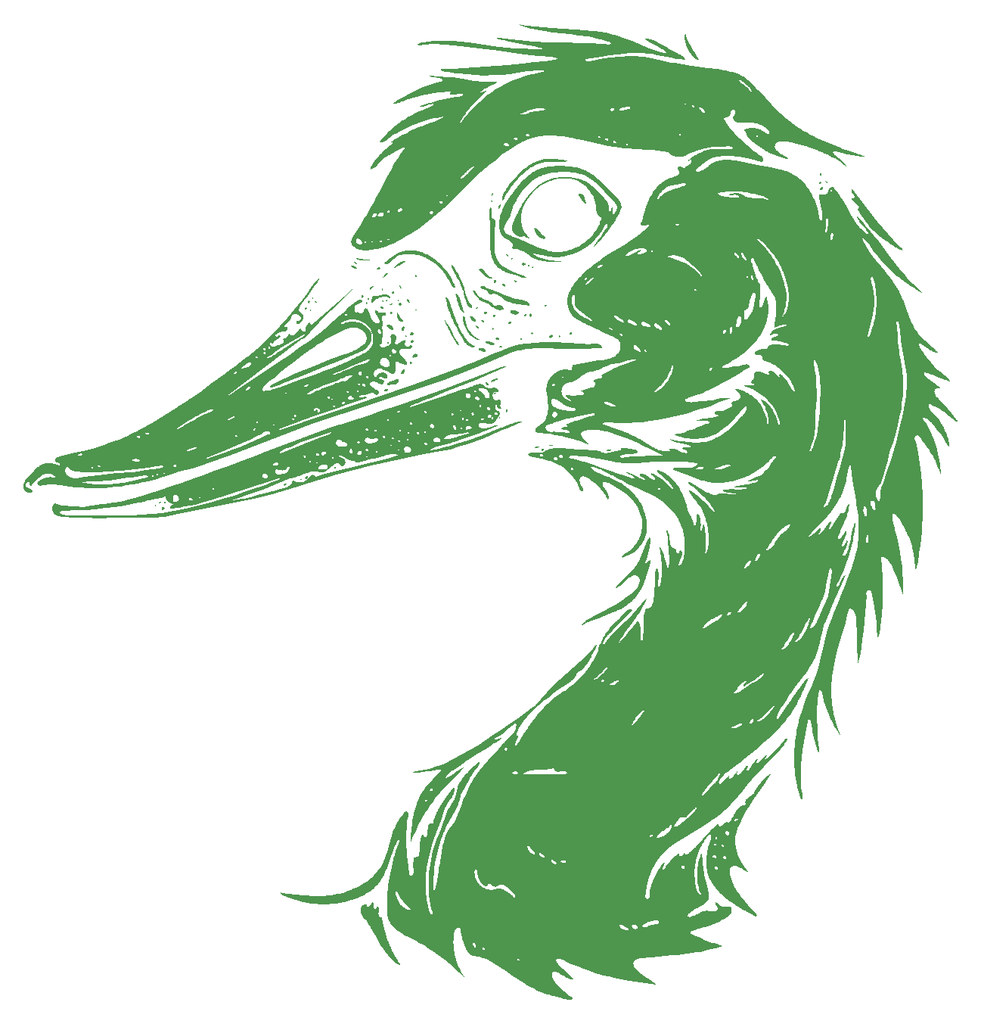
<source format=gbr>
%TF.GenerationSoftware,KiCad,Pcbnew,7.0.8*%
%TF.CreationDate,2023-11-06T14:20:59+01:00*%
%TF.ProjectId,bottom_choc,626f7474-6f6d-45f6-9368-6f632e6b6963,v1.0.0*%
%TF.SameCoordinates,Original*%
%TF.FileFunction,Legend,Top*%
%TF.FilePolarity,Positive*%
%FSLAX46Y46*%
G04 Gerber Fmt 4.6, Leading zero omitted, Abs format (unit mm)*
G04 Created by KiCad (PCBNEW 7.0.8) date 2023-11-06 14:20:59*
%MOMM*%
%LPD*%
G01*
G04 APERTURE LIST*
%ADD10C,0.000000*%
G04 APERTURE END LIST*
D10*
G36*
X242734448Y-95499682D02*
G01*
X242802630Y-95700593D01*
X242877910Y-95898430D01*
X242959662Y-96093436D01*
X243047260Y-96285855D01*
X243140078Y-96475929D01*
X243237489Y-96663902D01*
X243338868Y-96850017D01*
X243551021Y-97217646D01*
X243771529Y-97580761D01*
X244217570Y-98301232D01*
X244217570Y-98301233D01*
X244193391Y-98306455D01*
X244169494Y-98310129D01*
X244145881Y-98312311D01*
X244122553Y-98313056D01*
X244099512Y-98312422D01*
X244076760Y-98310463D01*
X244054298Y-98307236D01*
X244032127Y-98302797D01*
X244010250Y-98297202D01*
X243988667Y-98290507D01*
X243967380Y-98282768D01*
X243946391Y-98274041D01*
X243925702Y-98264382D01*
X243905314Y-98253848D01*
X243885228Y-98242493D01*
X243865446Y-98230375D01*
X243826800Y-98204072D01*
X243789390Y-98175386D01*
X243753226Y-98144766D01*
X243718323Y-98112660D01*
X243684691Y-98079516D01*
X243652345Y-98045784D01*
X243591555Y-97978344D01*
X243466749Y-97844801D01*
X243347861Y-97704320D01*
X243235549Y-97557412D01*
X243130473Y-97404590D01*
X243033293Y-97246365D01*
X242944667Y-97083247D01*
X242865255Y-96915747D01*
X242795717Y-96744378D01*
X242736712Y-96569650D01*
X242688900Y-96392075D01*
X242652939Y-96212163D01*
X242629489Y-96030426D01*
X242619210Y-95847376D01*
X242622761Y-95663522D01*
X242640801Y-95479378D01*
X242673990Y-95295453D01*
X242734448Y-95499682D01*
G37*
G36*
X257863605Y-111013989D02*
G01*
X257878807Y-111018121D01*
X257893921Y-111025789D01*
X257908807Y-111037262D01*
X257923327Y-111052808D01*
X257937344Y-111072697D01*
X257950718Y-111097196D01*
X257963311Y-111126575D01*
X257952078Y-111146139D01*
X257941008Y-111165967D01*
X257929772Y-111185766D01*
X257923991Y-111195563D01*
X257918046Y-111205241D01*
X257911897Y-111214765D01*
X257905502Y-111224098D01*
X257898822Y-111233202D01*
X257891814Y-111242041D01*
X257884439Y-111250579D01*
X257876656Y-111258778D01*
X257868423Y-111266602D01*
X257859701Y-111274014D01*
X257832122Y-111277067D01*
X257807916Y-111276939D01*
X257786945Y-111273898D01*
X257769069Y-111268214D01*
X257754150Y-111260154D01*
X257742051Y-111249988D01*
X257732632Y-111237985D01*
X257725755Y-111224412D01*
X257721282Y-111209540D01*
X257719073Y-111193635D01*
X257718992Y-111176968D01*
X257720898Y-111159807D01*
X257724654Y-111142420D01*
X257730122Y-111125076D01*
X257737162Y-111108044D01*
X257745636Y-111091593D01*
X257755407Y-111075991D01*
X257766334Y-111061506D01*
X257778281Y-111048409D01*
X257791108Y-111036966D01*
X257804677Y-111027448D01*
X257818850Y-111020123D01*
X257833488Y-111015258D01*
X257848452Y-111013124D01*
X257863605Y-111013989D01*
G37*
G36*
X258408534Y-111888267D02*
G01*
X258417404Y-111889744D01*
X258426833Y-111891963D01*
X258446945Y-111898526D01*
X258468024Y-111907751D01*
X258489224Y-111919433D01*
X258499604Y-111926131D01*
X258509696Y-111933366D01*
X258519395Y-111941113D01*
X258528595Y-111949346D01*
X258537190Y-111958040D01*
X258545073Y-111967168D01*
X258552140Y-111976705D01*
X258558285Y-111986626D01*
X258571338Y-112007747D01*
X258582410Y-112026915D01*
X258591589Y-112044189D01*
X258598961Y-112059628D01*
X258604616Y-112073291D01*
X258608641Y-112085236D01*
X258611123Y-112095524D01*
X258612151Y-112104212D01*
X258611813Y-112111361D01*
X258610197Y-112117029D01*
X258607390Y-112121275D01*
X258603480Y-112124157D01*
X258598555Y-112125736D01*
X258592704Y-112126070D01*
X258586013Y-112125219D01*
X258578572Y-112123240D01*
X258570467Y-112120194D01*
X258561786Y-112116138D01*
X258552618Y-112111133D01*
X258543050Y-112105238D01*
X258523068Y-112091010D01*
X258502541Y-112073928D01*
X258482174Y-112054463D01*
X258462669Y-112033087D01*
X258453460Y-112021831D01*
X258444729Y-112010273D01*
X258436566Y-111998475D01*
X258429058Y-111986493D01*
X258414583Y-111972609D01*
X258402361Y-111959877D01*
X258392286Y-111948271D01*
X258384253Y-111937767D01*
X258378154Y-111928338D01*
X258373886Y-111919959D01*
X258371341Y-111912603D01*
X258370413Y-111906247D01*
X258370998Y-111900863D01*
X258372989Y-111896427D01*
X258376280Y-111892912D01*
X258380765Y-111890293D01*
X258386339Y-111888545D01*
X258392896Y-111887642D01*
X258400330Y-111887557D01*
X258408534Y-111888267D01*
G37*
G36*
X257817926Y-111985592D02*
G01*
X257832301Y-111989462D01*
X257845789Y-111995975D01*
X257858171Y-112005308D01*
X257869225Y-112017640D01*
X257878733Y-112033147D01*
X257886474Y-112052007D01*
X257892229Y-112074398D01*
X257895777Y-112100498D01*
X257896898Y-112130483D01*
X257862124Y-112156276D01*
X257844517Y-112169098D01*
X257835593Y-112175327D01*
X257826562Y-112181371D01*
X257817406Y-112187186D01*
X257808107Y-112192722D01*
X257798645Y-112197934D01*
X257789000Y-112202776D01*
X257779155Y-112207200D01*
X257769091Y-112211159D01*
X257758787Y-112214607D01*
X257748226Y-112217497D01*
X257722312Y-112209603D01*
X257700569Y-112200266D01*
X257682776Y-112189664D01*
X257668714Y-112177976D01*
X257658163Y-112165378D01*
X257650903Y-112152049D01*
X257646714Y-112138165D01*
X257645376Y-112123905D01*
X257646670Y-112109446D01*
X257650375Y-112094966D01*
X257656272Y-112080642D01*
X257664140Y-112066651D01*
X257673760Y-112053173D01*
X257684912Y-112040383D01*
X257697375Y-112028460D01*
X257710931Y-112017582D01*
X257725359Y-112007925D01*
X257740439Y-111999668D01*
X257755951Y-111992988D01*
X257771676Y-111988063D01*
X257787393Y-111985070D01*
X257802883Y-111984188D01*
X257817926Y-111985592D01*
G37*
G36*
X258020030Y-112549067D02*
G01*
X258031884Y-112552904D01*
X258042815Y-112558635D01*
X258052798Y-112566117D01*
X258061809Y-112575209D01*
X258069824Y-112585767D01*
X258076817Y-112597651D01*
X258082765Y-112610717D01*
X258087644Y-112624823D01*
X258091428Y-112639827D01*
X258094094Y-112655587D01*
X258095617Y-112671959D01*
X258095972Y-112688803D01*
X258095136Y-112705975D01*
X258093083Y-112723334D01*
X258089790Y-112740736D01*
X258085232Y-112758041D01*
X258079384Y-112775104D01*
X258072223Y-112791785D01*
X258063723Y-112807941D01*
X258053860Y-112823428D01*
X258042611Y-112838106D01*
X258029950Y-112851832D01*
X258015853Y-112864464D01*
X257981985Y-112882607D01*
X257950558Y-112897660D01*
X257921517Y-112909766D01*
X257894809Y-112919069D01*
X257870380Y-112925712D01*
X257848176Y-112929838D01*
X257828143Y-112931591D01*
X257810228Y-112931113D01*
X257794377Y-112928549D01*
X257780537Y-112924041D01*
X257768652Y-112917733D01*
X257758671Y-112909768D01*
X257750538Y-112900290D01*
X257744201Y-112889441D01*
X257739605Y-112877366D01*
X257736696Y-112864207D01*
X257735422Y-112850107D01*
X257735727Y-112835211D01*
X257737559Y-112819662D01*
X257740864Y-112803602D01*
X257745588Y-112787175D01*
X257751677Y-112770524D01*
X257759077Y-112753793D01*
X257767735Y-112737125D01*
X257777597Y-112720664D01*
X257788609Y-112704552D01*
X257800717Y-112688933D01*
X257813868Y-112673950D01*
X257828008Y-112659748D01*
X257843083Y-112646468D01*
X257859039Y-112634254D01*
X257875823Y-112623250D01*
X257894888Y-112603636D01*
X257913250Y-112587198D01*
X257930884Y-112573791D01*
X257947765Y-112563275D01*
X257963869Y-112555507D01*
X257979172Y-112550345D01*
X257993650Y-112547646D01*
X258007277Y-112547267D01*
X258020030Y-112549067D01*
G37*
G36*
X221126238Y-113197970D02*
G01*
X221131781Y-113200518D01*
X221136823Y-113204598D01*
X221141346Y-113210104D01*
X221145336Y-113216930D01*
X221148775Y-113224970D01*
X221151648Y-113234118D01*
X221153938Y-113244269D01*
X221156706Y-113267154D01*
X221156951Y-113292777D01*
X221154543Y-113320292D01*
X221149353Y-113348850D01*
X221141253Y-113377606D01*
X221136071Y-113391792D01*
X221130112Y-113405710D01*
X221123362Y-113419254D01*
X221115803Y-113432317D01*
X221115798Y-113432317D01*
X221086712Y-113483381D01*
X221075243Y-113508579D01*
X221064436Y-113530111D01*
X221054291Y-113548145D01*
X221044805Y-113562848D01*
X221035974Y-113574386D01*
X221027797Y-113582928D01*
X221020271Y-113588640D01*
X221013394Y-113591691D01*
X221007164Y-113592247D01*
X221001577Y-113590475D01*
X220996633Y-113586543D01*
X220992327Y-113580619D01*
X220988658Y-113572869D01*
X220985624Y-113563461D01*
X220981449Y-113540341D01*
X220979783Y-113512596D01*
X220980606Y-113481565D01*
X220983900Y-113448587D01*
X220989645Y-113415000D01*
X220997822Y-113382144D01*
X221008411Y-113351356D01*
X221014605Y-113337156D01*
X221021394Y-113323975D01*
X221028777Y-113311980D01*
X221036751Y-113301340D01*
X221046750Y-113280046D01*
X221056425Y-113261450D01*
X221065759Y-113245445D01*
X221074737Y-113231925D01*
X221083342Y-113220784D01*
X221091557Y-113211916D01*
X221099368Y-113205216D01*
X221106758Y-113200577D01*
X221113710Y-113197894D01*
X221120209Y-113197060D01*
X221126238Y-113197970D01*
G37*
G36*
X228068646Y-109424545D02*
G01*
X228361495Y-109441837D01*
X228653487Y-109468692D01*
X228944202Y-109504909D01*
X228958275Y-109510135D01*
X228973699Y-109514799D01*
X229008123Y-109522656D01*
X229046520Y-109528913D01*
X229087936Y-109534002D01*
X229264703Y-109551323D01*
X229306900Y-109557057D01*
X229346389Y-109564216D01*
X229382218Y-109573234D01*
X229398461Y-109578575D01*
X229413431Y-109584542D01*
X229427009Y-109591191D01*
X229439075Y-109598574D01*
X229449511Y-109606746D01*
X229458195Y-109615760D01*
X229465011Y-109625672D01*
X229469838Y-109636534D01*
X229472556Y-109648402D01*
X229473047Y-109661329D01*
X229376117Y-109686783D01*
X229278535Y-109707182D01*
X229180374Y-109723001D01*
X229081703Y-109734714D01*
X228982594Y-109742795D01*
X228883116Y-109747720D01*
X228783341Y-109749963D01*
X228683339Y-109749998D01*
X228482938Y-109745342D01*
X228282477Y-109737550D01*
X228082522Y-109730418D01*
X227883637Y-109727741D01*
X227737923Y-109721380D01*
X227592160Y-109720337D01*
X227446518Y-109724566D01*
X227301167Y-109734021D01*
X227156274Y-109748655D01*
X227012009Y-109768424D01*
X226868541Y-109793281D01*
X226726040Y-109823179D01*
X226584673Y-109858073D01*
X226444611Y-109897916D01*
X226306022Y-109942664D01*
X226169075Y-109992269D01*
X226033939Y-110046685D01*
X225900784Y-110105867D01*
X225769777Y-110169769D01*
X225641090Y-110238344D01*
X225408424Y-110373582D01*
X225183700Y-110519249D01*
X224966619Y-110674692D01*
X224756880Y-110839257D01*
X224554182Y-111012289D01*
X224358225Y-111193135D01*
X224168709Y-111381141D01*
X223985332Y-111575652D01*
X223807796Y-111776015D01*
X223635800Y-111981575D01*
X223469042Y-112191678D01*
X223307223Y-112405670D01*
X223150043Y-112622898D01*
X222997200Y-112842707D01*
X222703327Y-113287451D01*
X222684584Y-113307960D01*
X222666626Y-113329057D01*
X222649410Y-113350700D01*
X222632891Y-113372848D01*
X222617025Y-113395460D01*
X222601767Y-113418497D01*
X222587072Y-113441916D01*
X222572895Y-113465678D01*
X222545921Y-113514064D01*
X222520488Y-113563330D01*
X222496240Y-113613148D01*
X222472820Y-113663193D01*
X222465454Y-113673159D01*
X222457962Y-113685128D01*
X222442587Y-113714295D01*
X222426670Y-113749136D01*
X222410188Y-113788092D01*
X222375431Y-113872110D01*
X222357108Y-113914056D01*
X222338123Y-113953880D01*
X222318451Y-113990024D01*
X222308351Y-114006228D01*
X222298070Y-114020928D01*
X222287605Y-114033929D01*
X222276954Y-114045035D01*
X222266114Y-114054052D01*
X222255080Y-114060784D01*
X222243851Y-114065038D01*
X222232424Y-114066617D01*
X222220794Y-114065328D01*
X222208961Y-114060975D01*
X222196919Y-114053364D01*
X222184666Y-114042300D01*
X222172200Y-114027587D01*
X222159517Y-114009031D01*
X222155327Y-113983263D01*
X222152271Y-113957537D01*
X222150309Y-113931858D01*
X222149394Y-113906227D01*
X222150536Y-113855129D01*
X222155347Y-113804272D01*
X222163478Y-113753685D01*
X222174578Y-113703396D01*
X222188299Y-113653435D01*
X222204290Y-113603830D01*
X222222202Y-113554611D01*
X222241685Y-113505805D01*
X222283966Y-113409553D01*
X222371993Y-113223289D01*
X222482521Y-113037632D01*
X222594968Y-112852842D01*
X222709994Y-112669530D01*
X222828258Y-112488307D01*
X222950418Y-112309787D01*
X223077134Y-112134579D01*
X223209065Y-111963296D01*
X223277192Y-111879317D01*
X223346870Y-111796549D01*
X223683954Y-111420969D01*
X223859179Y-111237231D01*
X224039033Y-111057277D01*
X224223650Y-110881919D01*
X224413159Y-110711970D01*
X224607693Y-110548242D01*
X224807383Y-110391547D01*
X225012361Y-110242698D01*
X225222758Y-110102507D01*
X225438706Y-109971785D01*
X225660336Y-109851347D01*
X225887780Y-109742002D01*
X226121168Y-109644565D01*
X226360634Y-109559848D01*
X226606307Y-109488661D01*
X226897117Y-109455083D01*
X227189177Y-109432086D01*
X227482066Y-109419466D01*
X227775363Y-109417020D01*
X228068646Y-109424545D01*
G37*
G36*
X221013155Y-114039866D02*
G01*
X221022984Y-114042354D01*
X221033385Y-114046506D01*
X221044328Y-114052415D01*
X221055783Y-114060175D01*
X221067721Y-114069878D01*
X221080111Y-114081616D01*
X221092924Y-114095483D01*
X221106130Y-114111572D01*
X221109867Y-114118696D01*
X221113278Y-114126414D01*
X221116356Y-114134646D01*
X221119093Y-114143312D01*
X221121480Y-114152333D01*
X221123511Y-114161628D01*
X221125178Y-114171118D01*
X221126472Y-114180723D01*
X221127388Y-114190364D01*
X221127915Y-114199959D01*
X221128048Y-114209431D01*
X221127779Y-114218698D01*
X221127099Y-114227682D01*
X221126001Y-114236301D01*
X221124477Y-114244477D01*
X221122520Y-114252130D01*
X221120123Y-114259180D01*
X221117276Y-114265546D01*
X221113973Y-114271150D01*
X221110207Y-114275912D01*
X221105969Y-114279751D01*
X221101251Y-114282588D01*
X221096046Y-114284343D01*
X221090347Y-114284936D01*
X221084146Y-114284288D01*
X221077434Y-114282319D01*
X221070205Y-114278948D01*
X221062450Y-114274097D01*
X221054163Y-114267684D01*
X221045335Y-114259632D01*
X221035958Y-114249859D01*
X221026026Y-114238286D01*
X221013218Y-114228661D01*
X221001695Y-114218474D01*
X220991428Y-114207817D01*
X220982386Y-114196783D01*
X220974540Y-114185466D01*
X220967861Y-114173956D01*
X220962317Y-114162349D01*
X220957881Y-114150735D01*
X220954521Y-114139209D01*
X220952209Y-114127863D01*
X220950915Y-114116789D01*
X220950608Y-114106081D01*
X220951259Y-114095831D01*
X220952839Y-114086132D01*
X220955317Y-114077076D01*
X220958664Y-114068758D01*
X220962851Y-114061269D01*
X220967846Y-114054702D01*
X220973622Y-114049151D01*
X220980147Y-114044707D01*
X220987393Y-114041464D01*
X220995329Y-114039514D01*
X221003927Y-114038951D01*
X221013155Y-114039866D01*
G37*
G36*
X222023337Y-114548292D02*
G01*
X222013990Y-114577183D01*
X222005491Y-114606430D01*
X221997621Y-114635941D01*
X221968072Y-114754801D01*
X221960074Y-114784261D01*
X221951395Y-114813436D01*
X221941816Y-114842235D01*
X221931118Y-114870565D01*
X221919084Y-114898335D01*
X221905494Y-114925453D01*
X221890131Y-114951828D01*
X221872774Y-114977368D01*
X221847874Y-114980063D01*
X221825880Y-114979688D01*
X221806697Y-114976440D01*
X221790224Y-114970518D01*
X221776367Y-114962118D01*
X221765025Y-114951437D01*
X221756103Y-114938674D01*
X221749502Y-114924024D01*
X221745125Y-114907687D01*
X221742874Y-114889859D01*
X221742652Y-114870737D01*
X221744361Y-114850518D01*
X221747904Y-114829401D01*
X221753182Y-114807582D01*
X221760098Y-114785259D01*
X221768555Y-114762629D01*
X221778455Y-114739890D01*
X221789701Y-114717238D01*
X221802194Y-114694871D01*
X221815838Y-114672987D01*
X221830534Y-114651783D01*
X221846185Y-114631456D01*
X221862694Y-114612204D01*
X221879962Y-114594223D01*
X221897893Y-114577712D01*
X221916388Y-114562867D01*
X221935351Y-114549887D01*
X221954682Y-114538967D01*
X221974286Y-114530306D01*
X221994064Y-114524102D01*
X222013918Y-114520550D01*
X222033752Y-114519849D01*
X222023337Y-114548292D01*
G37*
G36*
X262483576Y-114258954D02*
G01*
X263606695Y-115697522D01*
X264179577Y-116407446D01*
X264764524Y-117107179D01*
X265364921Y-117793759D01*
X265984154Y-118464223D01*
X265984151Y-118464224D01*
X265984149Y-118464225D01*
X265984148Y-118464226D01*
X265984147Y-118464226D01*
X265984143Y-118464227D01*
X265984142Y-118464228D01*
X265984141Y-118464228D01*
X265984139Y-118464229D01*
X265984136Y-118464229D01*
X266061968Y-118551563D01*
X266141584Y-118637206D01*
X266222613Y-118721511D01*
X266304682Y-118804826D01*
X266635918Y-119135206D01*
X266645338Y-119150548D01*
X266656458Y-119166066D01*
X266669115Y-119181751D01*
X266683151Y-119197591D01*
X266714714Y-119229698D01*
X266749860Y-119262305D01*
X266825764Y-119328693D01*
X266863952Y-119362310D01*
X266900584Y-119396099D01*
X266934373Y-119429979D01*
X266949801Y-119446928D01*
X266964037Y-119463869D01*
X266976920Y-119480791D01*
X266988289Y-119497685D01*
X266997984Y-119514540D01*
X267005844Y-119531346D01*
X267011709Y-119548093D01*
X267015418Y-119564770D01*
X267016810Y-119581368D01*
X267015725Y-119597876D01*
X267012001Y-119614284D01*
X267005480Y-119630581D01*
X266995999Y-119646758D01*
X266983397Y-119662803D01*
X266918211Y-119639187D01*
X266853838Y-119613752D01*
X266790250Y-119586598D01*
X266727417Y-119557828D01*
X266665308Y-119527543D01*
X266603895Y-119495844D01*
X266543147Y-119462831D01*
X266483036Y-119428608D01*
X266364600Y-119356931D01*
X266248352Y-119281623D01*
X266134051Y-119203495D01*
X266021462Y-119123356D01*
X265715542Y-118946419D01*
X265416506Y-118758687D01*
X265124522Y-118560527D01*
X264839758Y-118352305D01*
X264562383Y-118134389D01*
X264292565Y-117907146D01*
X264030471Y-117670942D01*
X263776270Y-117426145D01*
X263530130Y-117173121D01*
X263292218Y-116912237D01*
X263062705Y-116643861D01*
X262841756Y-116368359D01*
X262629540Y-116086098D01*
X262426226Y-115797445D01*
X262231982Y-115502768D01*
X262046975Y-115202432D01*
X262025900Y-115188096D01*
X262007980Y-115174064D01*
X261993052Y-115160313D01*
X261980951Y-115146822D01*
X261971515Y-115133566D01*
X261964580Y-115120523D01*
X261959982Y-115107670D01*
X261957559Y-115094983D01*
X261957146Y-115082442D01*
X261958581Y-115070021D01*
X261961700Y-115057699D01*
X261966340Y-115045452D01*
X261972336Y-115033258D01*
X261979527Y-115021094D01*
X261987747Y-115008937D01*
X261996835Y-114996764D01*
X262016957Y-114972277D01*
X262038585Y-114947452D01*
X262060413Y-114922105D01*
X262081132Y-114896054D01*
X262090668Y-114882706D01*
X262099436Y-114869113D01*
X262107274Y-114855253D01*
X262114017Y-114841102D01*
X262119503Y-114826638D01*
X262123568Y-114811837D01*
X262126049Y-114796676D01*
X262126781Y-114781134D01*
X262109538Y-114747645D01*
X262090973Y-114715242D01*
X262071169Y-114683857D01*
X262050208Y-114653421D01*
X262028172Y-114623866D01*
X262005142Y-114595123D01*
X261956429Y-114539803D01*
X261904726Y-114486912D01*
X261850686Y-114435904D01*
X261794966Y-114386233D01*
X261738220Y-114337351D01*
X261624271Y-114239769D01*
X261568379Y-114189974D01*
X261514082Y-114138782D01*
X261462034Y-114085645D01*
X261412891Y-114030017D01*
X261389614Y-114001098D01*
X261367309Y-113971350D01*
X261346058Y-113940707D01*
X261325942Y-113909099D01*
X261305925Y-113884395D01*
X261290075Y-113862932D01*
X261278165Y-113844499D01*
X261269969Y-113828882D01*
X261265258Y-113815870D01*
X261263808Y-113805251D01*
X261265390Y-113796811D01*
X261269778Y-113790338D01*
X261276745Y-113785620D01*
X261286064Y-113782445D01*
X261297508Y-113780600D01*
X261310851Y-113779873D01*
X261342324Y-113780923D01*
X261378669Y-113783895D01*
X261418070Y-113787091D01*
X261458712Y-113788812D01*
X261498782Y-113787359D01*
X261518035Y-113784911D01*
X261536464Y-113781032D01*
X261553842Y-113775511D01*
X261569943Y-113768133D01*
X261584539Y-113758688D01*
X261597404Y-113746963D01*
X261608310Y-113732745D01*
X261617032Y-113715822D01*
X261623342Y-113695982D01*
X261627013Y-113673012D01*
X261623056Y-113645260D01*
X261616587Y-113617641D01*
X261607831Y-113590149D01*
X261597013Y-113562776D01*
X261584356Y-113535515D01*
X261570085Y-113508358D01*
X261537601Y-113454328D01*
X261388014Y-113240936D01*
X261354684Y-113187980D01*
X261339864Y-113161521D01*
X261326573Y-113135064D01*
X261315036Y-113108604D01*
X261305477Y-113082132D01*
X261298121Y-113055640D01*
X261293192Y-113029123D01*
X261290914Y-113002573D01*
X261291513Y-112975982D01*
X261295212Y-112949343D01*
X261302236Y-112922649D01*
X261312810Y-112895892D01*
X261327158Y-112869066D01*
X261345505Y-112842163D01*
X261368075Y-112815176D01*
X262483576Y-114258954D01*
G37*
G36*
X222616136Y-120039801D02*
G01*
X222624310Y-120040859D01*
X222633401Y-120042869D01*
X222653871Y-120049545D01*
X222676609Y-120059426D01*
X222700680Y-120072111D01*
X222725147Y-120087200D01*
X222749076Y-120104293D01*
X222771530Y-120122987D01*
X222781911Y-120132810D01*
X222791573Y-120142883D01*
X222800398Y-120153156D01*
X222808269Y-120163579D01*
X222826841Y-120194317D01*
X222841025Y-120216586D01*
X222852781Y-120236376D01*
X222862227Y-120253783D01*
X222869483Y-120268904D01*
X222874666Y-120281834D01*
X222877894Y-120292668D01*
X222879287Y-120301503D01*
X222878962Y-120308435D01*
X222877038Y-120313560D01*
X222873633Y-120316972D01*
X222868866Y-120318769D01*
X222862854Y-120319046D01*
X222855716Y-120317898D01*
X222847571Y-120315422D01*
X222838537Y-120311714D01*
X222828732Y-120306869D01*
X222807283Y-120294152D01*
X222784172Y-120278039D01*
X222760344Y-120259297D01*
X222736748Y-120238691D01*
X222714329Y-120216989D01*
X222694034Y-120194958D01*
X222676812Y-120173364D01*
X222669648Y-120162971D01*
X222663607Y-120152974D01*
X222646645Y-120135447D01*
X222632239Y-120119573D01*
X222620272Y-120105303D01*
X222610627Y-120092585D01*
X222603186Y-120081370D01*
X222597834Y-120071608D01*
X222594452Y-120063249D01*
X222592924Y-120056242D01*
X222593132Y-120050538D01*
X222594961Y-120046086D01*
X222598293Y-120042837D01*
X222603011Y-120040739D01*
X222608997Y-120039744D01*
X222616136Y-120039801D01*
G37*
G36*
X223293591Y-120454359D02*
G01*
X223304871Y-120458679D01*
X223316044Y-120466027D01*
X223327003Y-120476625D01*
X223337641Y-120490696D01*
X223347850Y-120508462D01*
X223357523Y-120530145D01*
X223366553Y-120555967D01*
X223362417Y-120564105D01*
X223358458Y-120572390D01*
X223350844Y-120589231D01*
X223343269Y-120606163D01*
X223339356Y-120614561D01*
X223335286Y-120622858D01*
X223331004Y-120631014D01*
X223326453Y-120638987D01*
X223321578Y-120646738D01*
X223316324Y-120654224D01*
X223310634Y-120661405D01*
X223304454Y-120668240D01*
X223301163Y-120671515D01*
X223297728Y-120674688D01*
X223294143Y-120677754D01*
X223290400Y-120680707D01*
X223269513Y-120681526D01*
X223251199Y-120679818D01*
X223235351Y-120675807D01*
X223221862Y-120669713D01*
X223210624Y-120661761D01*
X223201531Y-120652171D01*
X223194474Y-120641166D01*
X223189348Y-120628968D01*
X223186044Y-120615799D01*
X223184456Y-120601881D01*
X223184476Y-120587437D01*
X223185997Y-120572689D01*
X223188912Y-120557859D01*
X223193113Y-120543168D01*
X223198494Y-120528840D01*
X223204947Y-120515096D01*
X223212366Y-120502159D01*
X223220642Y-120490251D01*
X223229669Y-120479593D01*
X223239339Y-120470409D01*
X223249546Y-120462920D01*
X223260182Y-120457348D01*
X223271139Y-120453916D01*
X223282311Y-120452846D01*
X223293591Y-120454359D01*
G37*
G36*
X205857113Y-120507630D02*
G01*
X205930441Y-120517181D01*
X206076358Y-120541179D01*
X206221612Y-120569544D01*
X206366584Y-120599684D01*
X206511659Y-120629002D01*
X206657220Y-120654905D01*
X206730302Y-120665765D01*
X206803649Y-120674799D01*
X206877310Y-120681681D01*
X206951331Y-120686088D01*
X206951331Y-120686084D01*
X206989139Y-120690447D01*
X207027235Y-120693807D01*
X207104051Y-120698468D01*
X207258524Y-120706210D01*
X207296972Y-120709203D01*
X207335232Y-120713096D01*
X207373246Y-120718125D01*
X207410954Y-120724530D01*
X207448297Y-120732546D01*
X207485216Y-120742413D01*
X207521651Y-120754368D01*
X207557543Y-120768648D01*
X207493036Y-120776309D01*
X207428438Y-120782574D01*
X207299022Y-120791196D01*
X207169396Y-120795066D01*
X207039661Y-120794734D01*
X206909919Y-120790753D01*
X206780270Y-120783674D01*
X206650815Y-120774048D01*
X206521656Y-120762427D01*
X206322741Y-120737962D01*
X206271421Y-120730741D01*
X206220138Y-120722385D01*
X206169229Y-120712548D01*
X206119032Y-120700883D01*
X206069882Y-120687042D01*
X206022117Y-120670680D01*
X205976074Y-120651450D01*
X205953803Y-120640651D01*
X205932089Y-120629005D01*
X205910974Y-120616469D01*
X205890500Y-120602999D01*
X205870709Y-120588552D01*
X205851644Y-120573084D01*
X205833345Y-120556553D01*
X205815856Y-120538915D01*
X205799219Y-120520127D01*
X205783475Y-120500145D01*
X205857113Y-120507630D01*
G37*
G36*
X229009110Y-110219288D02*
G01*
X229439270Y-110247660D01*
X229868051Y-110288228D01*
X230294536Y-110337803D01*
X230543894Y-110389799D01*
X230788886Y-110454779D01*
X231029446Y-110532098D01*
X231265508Y-110621112D01*
X231497006Y-110721176D01*
X231723873Y-110831646D01*
X231946043Y-110951878D01*
X232163450Y-111081226D01*
X232376027Y-111219048D01*
X232583709Y-111364698D01*
X232786428Y-111517532D01*
X232984119Y-111676906D01*
X233176715Y-111842175D01*
X233364151Y-112012696D01*
X233546359Y-112187822D01*
X233723273Y-112366911D01*
X233786486Y-112443141D01*
X233851081Y-112518071D01*
X233916947Y-112591805D01*
X233983971Y-112664447D01*
X234121042Y-112806871D01*
X234261391Y-112946172D01*
X234404116Y-113083180D01*
X234548317Y-113218726D01*
X234837534Y-113488755D01*
X234915548Y-113561678D01*
X234991801Y-113638542D01*
X235065629Y-113719141D01*
X235136371Y-113803268D01*
X235203363Y-113890714D01*
X235265944Y-113981274D01*
X235323450Y-114074739D01*
X235375220Y-114170904D01*
X235420591Y-114269560D01*
X235458899Y-114370501D01*
X235489484Y-114473520D01*
X235511682Y-114578409D01*
X235519429Y-114631491D01*
X235524831Y-114684962D01*
X235527804Y-114738798D01*
X235528267Y-114792972D01*
X235526137Y-114847458D01*
X235521330Y-114902230D01*
X235513764Y-114957263D01*
X235503356Y-115012531D01*
X235392365Y-115271036D01*
X235273343Y-115525405D01*
X235146661Y-115775704D01*
X235012688Y-116022000D01*
X234871796Y-116264359D01*
X234724353Y-116502848D01*
X234570730Y-116737533D01*
X234411297Y-116968481D01*
X234246424Y-117195757D01*
X234076482Y-117419428D01*
X233901840Y-117639561D01*
X233722869Y-117856222D01*
X233539939Y-118069477D01*
X233353420Y-118279393D01*
X232971094Y-118689472D01*
X232896960Y-118763750D01*
X232823529Y-118839380D01*
X232676832Y-118991473D01*
X232602595Y-119066323D01*
X232527115Y-119139300D01*
X232488758Y-119174834D01*
X232449907Y-119209598D01*
X232410504Y-119243491D01*
X232370486Y-119276412D01*
X232445859Y-119157160D01*
X232524927Y-119039322D01*
X232606893Y-118922641D01*
X232690964Y-118806862D01*
X233032389Y-118347630D01*
X233144723Y-118199011D01*
X233253639Y-118048064D01*
X233359861Y-117895284D01*
X233464112Y-117741166D01*
X233875878Y-117121215D01*
X233891266Y-117106964D01*
X233905431Y-117091071D01*
X233918369Y-117073717D01*
X233930074Y-117055083D01*
X233940540Y-117035352D01*
X233949764Y-117014703D01*
X233957740Y-116993320D01*
X233964463Y-116971383D01*
X233969927Y-116949074D01*
X233974128Y-116926573D01*
X233977060Y-116904064D01*
X233978719Y-116881726D01*
X233979099Y-116859742D01*
X233978195Y-116838293D01*
X233976002Y-116817560D01*
X233972516Y-116797725D01*
X233967730Y-116778969D01*
X233961641Y-116761474D01*
X233954242Y-116745421D01*
X233945528Y-116730991D01*
X233935495Y-116718367D01*
X233924138Y-116707729D01*
X233911451Y-116699258D01*
X233897429Y-116693137D01*
X233882068Y-116689547D01*
X233865362Y-116688669D01*
X233847305Y-116690684D01*
X233827893Y-116695775D01*
X233807122Y-116704122D01*
X233784985Y-116715906D01*
X233761477Y-116731311D01*
X233736594Y-116750516D01*
X233641377Y-116929265D01*
X233541454Y-117105683D01*
X233436859Y-117279569D01*
X233327630Y-117450724D01*
X233213802Y-117618948D01*
X233095411Y-117784040D01*
X232972494Y-117945801D01*
X232845085Y-118104031D01*
X232713220Y-118258531D01*
X232576937Y-118409100D01*
X232436271Y-118555538D01*
X232291257Y-118697646D01*
X232141931Y-118835223D01*
X231988330Y-118968071D01*
X231830490Y-119095988D01*
X231668445Y-119218775D01*
X231534232Y-119317035D01*
X231397175Y-119410820D01*
X231257422Y-119500186D01*
X231115115Y-119585191D01*
X230970401Y-119665892D01*
X230823424Y-119742346D01*
X230674330Y-119814609D01*
X230523264Y-119882739D01*
X230370370Y-119946792D01*
X230215793Y-120006826D01*
X230059680Y-120062897D01*
X229902173Y-120115062D01*
X229743420Y-120163378D01*
X229583564Y-120207903D01*
X229422751Y-120248692D01*
X229261126Y-120285804D01*
X229041861Y-120333459D01*
X228822087Y-120367693D01*
X228601917Y-120389521D01*
X228381463Y-120399961D01*
X228160837Y-120400030D01*
X227940151Y-120390744D01*
X227719519Y-120373119D01*
X227499052Y-120348173D01*
X227278862Y-120316922D01*
X227059062Y-120280383D01*
X226621083Y-120195508D01*
X225754748Y-120007035D01*
X225729739Y-119997917D01*
X225707577Y-119990646D01*
X225688153Y-119985133D01*
X225671356Y-119981285D01*
X225657076Y-119979011D01*
X225645203Y-119978220D01*
X225635628Y-119978820D01*
X225628239Y-119980721D01*
X225622928Y-119983830D01*
X225619584Y-119988057D01*
X225618097Y-119993310D01*
X225618358Y-119999498D01*
X225620255Y-120006529D01*
X225623680Y-120014313D01*
X225628522Y-120022758D01*
X225634672Y-120031772D01*
X225650452Y-120051144D01*
X225670141Y-120071699D01*
X225692859Y-120092707D01*
X225717727Y-120113435D01*
X225743863Y-120133155D01*
X225770388Y-120151136D01*
X225796423Y-120166647D01*
X225821087Y-120178957D01*
X225959579Y-120251155D01*
X226100284Y-120318497D01*
X226243045Y-120381111D01*
X226387703Y-120439124D01*
X226534100Y-120492664D01*
X226682079Y-120541859D01*
X226831481Y-120586836D01*
X226982149Y-120627724D01*
X227133924Y-120664649D01*
X227286648Y-120697740D01*
X227440164Y-120727125D01*
X227594313Y-120752930D01*
X227748937Y-120775284D01*
X227903879Y-120794314D01*
X228214083Y-120822914D01*
X228214069Y-120822909D01*
X228281554Y-120830659D01*
X228349152Y-120837286D01*
X228484507Y-120848846D01*
X228716868Y-120870058D01*
X228748357Y-120873850D01*
X228775875Y-120877947D01*
X228798067Y-120882364D01*
X228813579Y-120887118D01*
X228818407Y-120889625D01*
X228821057Y-120892222D01*
X228821360Y-120894911D01*
X228819146Y-120897694D01*
X228814247Y-120900572D01*
X228806493Y-120903548D01*
X228781742Y-120909800D01*
X228333485Y-120932499D01*
X228107484Y-120937230D01*
X227880875Y-120936667D01*
X227654138Y-120930149D01*
X227427752Y-120917012D01*
X227202198Y-120896597D01*
X226977956Y-120868241D01*
X226755505Y-120831282D01*
X226535326Y-120785060D01*
X226317899Y-120728912D01*
X226103703Y-120662177D01*
X225893219Y-120584194D01*
X225686926Y-120494300D01*
X225485305Y-120391835D01*
X225288836Y-120276136D01*
X225201683Y-120187470D01*
X225110113Y-120104123D01*
X225014422Y-120026037D01*
X224914908Y-119953153D01*
X224811867Y-119885411D01*
X224705597Y-119822753D01*
X224596395Y-119765119D01*
X224484557Y-119712451D01*
X224370380Y-119664688D01*
X224254162Y-119621773D01*
X224136199Y-119583646D01*
X224016788Y-119550248D01*
X223896227Y-119521520D01*
X223774811Y-119497403D01*
X223652839Y-119477838D01*
X223530607Y-119462765D01*
X223494673Y-119468154D01*
X223462787Y-119471261D01*
X223434748Y-119472179D01*
X223410354Y-119471001D01*
X223389401Y-119467822D01*
X223371689Y-119462735D01*
X223357014Y-119455833D01*
X223345176Y-119447209D01*
X223335971Y-119436958D01*
X223329197Y-119425171D01*
X223324653Y-119411944D01*
X223322136Y-119397368D01*
X223321445Y-119381539D01*
X223322376Y-119364549D01*
X223328300Y-119327459D01*
X223376495Y-119151353D01*
X223386584Y-119104127D01*
X223390222Y-119080548D01*
X223392654Y-119057116D01*
X223393678Y-119033925D01*
X223393090Y-119011068D01*
X223390690Y-118988639D01*
X223386274Y-118966730D01*
X223368713Y-118932666D01*
X223349778Y-118899923D01*
X223329532Y-118868443D01*
X223308039Y-118838165D01*
X223285365Y-118809031D01*
X223261573Y-118780982D01*
X223210897Y-118727900D01*
X223156527Y-118678448D01*
X223098978Y-118632151D01*
X223038768Y-118588537D01*
X222976412Y-118547131D01*
X222912427Y-118507461D01*
X222847329Y-118469054D01*
X222715858Y-118394134D01*
X222586129Y-118318585D01*
X222523209Y-118279391D01*
X222462273Y-118238621D01*
X222406487Y-118204655D01*
X222353770Y-118167298D01*
X222304072Y-118126762D01*
X222257347Y-118083263D01*
X222213548Y-118037015D01*
X222172625Y-117988233D01*
X222134532Y-117937132D01*
X222099220Y-117883925D01*
X222066643Y-117828828D01*
X222036752Y-117772055D01*
X222009500Y-117713821D01*
X221984839Y-117654341D01*
X221962721Y-117593828D01*
X221943098Y-117532498D01*
X221925923Y-117470565D01*
X221911149Y-117408244D01*
X221873704Y-117227400D01*
X221873287Y-117224330D01*
X222387350Y-117224330D01*
X222388564Y-117257630D01*
X222391659Y-117290753D01*
X222396575Y-117323647D01*
X222403254Y-117356261D01*
X222411636Y-117388545D01*
X222421663Y-117420446D01*
X222433276Y-117451913D01*
X222446416Y-117482897D01*
X222461025Y-117513344D01*
X222477043Y-117543205D01*
X222494411Y-117572427D01*
X222513071Y-117600961D01*
X222532964Y-117628754D01*
X222554031Y-117655755D01*
X222576213Y-117681914D01*
X222599452Y-117707178D01*
X222623688Y-117731498D01*
X222648863Y-117754821D01*
X222674917Y-117777097D01*
X222701792Y-117798274D01*
X222729430Y-117818302D01*
X222757771Y-117837129D01*
X222786756Y-117854703D01*
X222816327Y-117870974D01*
X222846424Y-117885891D01*
X223133002Y-117987072D01*
X223416925Y-118094982D01*
X223978506Y-118326658D01*
X225088487Y-118823087D01*
X225643681Y-119070504D01*
X226203539Y-119305831D01*
X226486277Y-119416252D01*
X226771455Y-119520401D01*
X227059497Y-119617193D01*
X227350828Y-119705545D01*
X227350819Y-119705545D01*
X227519352Y-119744504D01*
X227689344Y-119776385D01*
X227860504Y-119801216D01*
X228032544Y-119819023D01*
X228205173Y-119829833D01*
X228378103Y-119833673D01*
X228551044Y-119830569D01*
X228723707Y-119820549D01*
X228899758Y-119802267D01*
X229074496Y-119777402D01*
X229247792Y-119746092D01*
X229419519Y-119708477D01*
X229589550Y-119664693D01*
X229757756Y-119614881D01*
X229924011Y-119559179D01*
X230088187Y-119497724D01*
X230409791Y-119358114D01*
X230721549Y-119197159D01*
X231022441Y-119015968D01*
X231311445Y-118815648D01*
X231587543Y-118597308D01*
X231849714Y-118362056D01*
X232096939Y-118111002D01*
X232328196Y-117845252D01*
X232542466Y-117565916D01*
X232738729Y-117274101D01*
X232915965Y-116970917D01*
X233073153Y-116657471D01*
X233077084Y-116635740D01*
X233082519Y-116613770D01*
X233089317Y-116591581D01*
X233097335Y-116569194D01*
X233116461Y-116523904D01*
X233138761Y-116478066D01*
X233236934Y-116292500D01*
X233258032Y-116246374D01*
X233275476Y-116200681D01*
X233282472Y-116178049D01*
X233288129Y-116155586D01*
X233292303Y-116133313D01*
X233294852Y-116111251D01*
X233295635Y-116089421D01*
X233294508Y-116067842D01*
X233291331Y-116046535D01*
X233285960Y-116025521D01*
X233278253Y-116004819D01*
X233268068Y-115984452D01*
X233255264Y-115964438D01*
X233239696Y-115944799D01*
X233207836Y-115932777D01*
X233177121Y-115919272D01*
X233147537Y-115904339D01*
X233119067Y-115888037D01*
X233091694Y-115870421D01*
X233065403Y-115851549D01*
X233040178Y-115831477D01*
X233016002Y-115810262D01*
X232992860Y-115787961D01*
X232970735Y-115764630D01*
X232929474Y-115715107D01*
X232892090Y-115662148D01*
X232858454Y-115606207D01*
X232828438Y-115547737D01*
X232801914Y-115487193D01*
X232778752Y-115425029D01*
X232758824Y-115361700D01*
X232742002Y-115297659D01*
X232728157Y-115233361D01*
X232717160Y-115169260D01*
X232708883Y-115105810D01*
X232700337Y-114922953D01*
X232682719Y-114740796D01*
X232656160Y-114559757D01*
X232620792Y-114380252D01*
X232576747Y-114202698D01*
X232524155Y-114027514D01*
X232463149Y-113855115D01*
X232393859Y-113685920D01*
X232316418Y-113520345D01*
X232230956Y-113358809D01*
X232137605Y-113201727D01*
X232036498Y-113049518D01*
X231927764Y-112902598D01*
X231811536Y-112761385D01*
X231687945Y-112626297D01*
X231557122Y-112497749D01*
X231441852Y-112390954D01*
X231321525Y-112290549D01*
X231196470Y-112196572D01*
X231067021Y-112109060D01*
X230933509Y-112028050D01*
X230796266Y-111953580D01*
X230655623Y-111885687D01*
X230511912Y-111824408D01*
X230365466Y-111769782D01*
X230216616Y-111721845D01*
X230065693Y-111680635D01*
X229913030Y-111646190D01*
X229758958Y-111618546D01*
X229603809Y-111597741D01*
X229447916Y-111583814D01*
X229291608Y-111576800D01*
X229107322Y-111575502D01*
X228923741Y-111581940D01*
X228741048Y-111595958D01*
X228559428Y-111617397D01*
X228379061Y-111646100D01*
X228200132Y-111681911D01*
X228022824Y-111724673D01*
X227847318Y-111774227D01*
X227673799Y-111830417D01*
X227502448Y-111893087D01*
X227333450Y-111962078D01*
X227166986Y-112037233D01*
X227003240Y-112118396D01*
X226842395Y-112205409D01*
X226684634Y-112298115D01*
X226530139Y-112396357D01*
X226379093Y-112499978D01*
X226231680Y-112608820D01*
X226088082Y-112722727D01*
X225948483Y-112841541D01*
X225813064Y-112965105D01*
X225682010Y-113093262D01*
X225555502Y-113225855D01*
X225433724Y-113362727D01*
X225316860Y-113503720D01*
X225205090Y-113648678D01*
X225098600Y-113797442D01*
X224997571Y-113949857D01*
X224902187Y-114105765D01*
X224812630Y-114265008D01*
X224729083Y-114427430D01*
X224651729Y-114592874D01*
X224554868Y-114790213D01*
X224472776Y-114994487D01*
X224405565Y-115204495D01*
X224353346Y-115419033D01*
X224316232Y-115636900D01*
X224294333Y-115856895D01*
X224287762Y-116077815D01*
X224296630Y-116298458D01*
X224321048Y-116517624D01*
X224361129Y-116734109D01*
X224416984Y-116946712D01*
X224488724Y-117154232D01*
X224576462Y-117355466D01*
X224680308Y-117549212D01*
X224738307Y-117642901D01*
X224800375Y-117734268D01*
X224866526Y-117823162D01*
X224936774Y-117909434D01*
X224942381Y-117919559D01*
X224949719Y-117930710D01*
X224968909Y-117955724D01*
X224992975Y-117983756D01*
X225020552Y-118014089D01*
X225080769Y-118078777D01*
X225110677Y-118111695D01*
X225138627Y-118144037D01*
X225163254Y-118175084D01*
X225173893Y-118189897D01*
X225183190Y-118204116D01*
X225190972Y-118217653D01*
X225197069Y-118230416D01*
X225201310Y-118242316D01*
X225203524Y-118253264D01*
X225203540Y-118263168D01*
X225201188Y-118271940D01*
X225196296Y-118279490D01*
X225188694Y-118285727D01*
X225178211Y-118290562D01*
X225164676Y-118293904D01*
X225147919Y-118295665D01*
X225127767Y-118295754D01*
X225102973Y-118288729D01*
X225078456Y-118280195D01*
X225054203Y-118270320D01*
X225030200Y-118259271D01*
X224982887Y-118234325D01*
X224936405Y-118206702D01*
X224845487Y-118148796D01*
X224800828Y-118121201D01*
X224756552Y-118096304D01*
X224734524Y-118085286D01*
X224712549Y-118075447D01*
X224690615Y-118066955D01*
X224668706Y-118059976D01*
X224646810Y-118054680D01*
X224624912Y-118051234D01*
X224602999Y-118049806D01*
X224581055Y-118050564D01*
X224559068Y-118053677D01*
X224537023Y-118059311D01*
X224514907Y-118067636D01*
X224492705Y-118078818D01*
X224470403Y-118093027D01*
X224447988Y-118110429D01*
X224425445Y-118131194D01*
X224402761Y-118155488D01*
X224374081Y-118161478D01*
X224345609Y-118165475D01*
X224317341Y-118167569D01*
X224289276Y-118167849D01*
X224261413Y-118166405D01*
X224233749Y-118163326D01*
X224206283Y-118158702D01*
X224179012Y-118152621D01*
X224151935Y-118145174D01*
X224125051Y-118136449D01*
X224098356Y-118126537D01*
X224071850Y-118115525D01*
X224019394Y-118090564D01*
X223967670Y-118062280D01*
X223916661Y-118031389D01*
X223866353Y-117998606D01*
X223767780Y-117930223D01*
X223671831Y-117862850D01*
X223624804Y-117831330D01*
X223578388Y-117802207D01*
X223546862Y-117777001D01*
X223517169Y-117750534D01*
X223489280Y-117722866D01*
X223463169Y-117694060D01*
X223438807Y-117664175D01*
X223416165Y-117633273D01*
X223395217Y-117601414D01*
X223375933Y-117568659D01*
X223358286Y-117535070D01*
X223342248Y-117500707D01*
X223314886Y-117429903D01*
X223293623Y-117356735D01*
X223278235Y-117281690D01*
X223268498Y-117205254D01*
X223264186Y-117127916D01*
X223265077Y-117050163D01*
X223270946Y-116972481D01*
X223281568Y-116895359D01*
X223296720Y-116819282D01*
X223316177Y-116744739D01*
X223339715Y-116672217D01*
X223379565Y-116562132D01*
X223422519Y-116453433D01*
X223468235Y-116345970D01*
X223516371Y-116239587D01*
X223618527Y-116029448D01*
X223726246Y-115821789D01*
X223947404Y-115408992D01*
X224055359Y-115201396D01*
X224157908Y-114991364D01*
X224271999Y-114773538D01*
X224391567Y-114557704D01*
X224516753Y-114344403D01*
X224647697Y-114134179D01*
X224784538Y-113927574D01*
X224927416Y-113725131D01*
X225076472Y-113527392D01*
X225231845Y-113334900D01*
X225393675Y-113148197D01*
X225562103Y-112967826D01*
X225737268Y-112794329D01*
X225919310Y-112628250D01*
X226108369Y-112470130D01*
X226304586Y-112320512D01*
X226508099Y-112179939D01*
X226719050Y-112048953D01*
X226833841Y-111981435D01*
X226950852Y-111918624D01*
X227069930Y-111860402D01*
X227190923Y-111806653D01*
X227313678Y-111757259D01*
X227438045Y-111712104D01*
X227563871Y-111671069D01*
X227691004Y-111634039D01*
X227819292Y-111600896D01*
X227948583Y-111571524D01*
X228078725Y-111545804D01*
X228209566Y-111523621D01*
X228340953Y-111504857D01*
X228472735Y-111489395D01*
X228604761Y-111477118D01*
X228736877Y-111467909D01*
X228962157Y-111453419D01*
X229189071Y-111446242D01*
X229416975Y-111446806D01*
X229645225Y-111455538D01*
X229873175Y-111472866D01*
X230100181Y-111499216D01*
X230325600Y-111535015D01*
X230548785Y-111580690D01*
X230769093Y-111636669D01*
X230985880Y-111703378D01*
X231198500Y-111781245D01*
X231406310Y-111870697D01*
X231608664Y-111972161D01*
X231804918Y-112086064D01*
X231994428Y-112212833D01*
X232176549Y-112352894D01*
X232287176Y-112465830D01*
X232400817Y-112576288D01*
X232634343Y-112792120D01*
X232871526Y-113005083D01*
X233106770Y-113219873D01*
X233221914Y-113329419D01*
X233334474Y-113441181D01*
X233443750Y-113555746D01*
X233549041Y-113673702D01*
X233649649Y-113795633D01*
X233744872Y-113922128D01*
X233834011Y-114053773D01*
X233916367Y-114191154D01*
X233948987Y-114245761D01*
X233978536Y-114301520D01*
X234005186Y-114358342D01*
X234029106Y-114416137D01*
X234050469Y-114474815D01*
X234069445Y-114534287D01*
X234086204Y-114594462D01*
X234100918Y-114655251D01*
X234113758Y-114716564D01*
X234124894Y-114778311D01*
X234134497Y-114840402D01*
X234142739Y-114902747D01*
X234155820Y-115027840D01*
X234165505Y-115152872D01*
X234165070Y-115185870D01*
X234166060Y-115215189D01*
X234168381Y-115240960D01*
X234171943Y-115263311D01*
X234176653Y-115282373D01*
X234182420Y-115298276D01*
X234189151Y-115311151D01*
X234196754Y-115321126D01*
X234205137Y-115328333D01*
X234214209Y-115332901D01*
X234223877Y-115334959D01*
X234234050Y-115334640D01*
X234244635Y-115332071D01*
X234255540Y-115327383D01*
X234266675Y-115320707D01*
X234277945Y-115312172D01*
X234289260Y-115301909D01*
X234300528Y-115290046D01*
X234311656Y-115276715D01*
X234322552Y-115262045D01*
X234343283Y-115229210D01*
X234361985Y-115192580D01*
X234377921Y-115153196D01*
X234384623Y-115132796D01*
X234390356Y-115112098D01*
X234395031Y-115091231D01*
X234398555Y-115070325D01*
X234400835Y-115049511D01*
X234401780Y-115028919D01*
X234404702Y-115009276D01*
X234408423Y-114990935D01*
X234412881Y-114973897D01*
X234418013Y-114958162D01*
X234423757Y-114943732D01*
X234430049Y-114930608D01*
X234436827Y-114918788D01*
X234444028Y-114908275D01*
X234451590Y-114899068D01*
X234459449Y-114891169D01*
X234467544Y-114884578D01*
X234475812Y-114879296D01*
X234484189Y-114875323D01*
X234492614Y-114872660D01*
X234501023Y-114871308D01*
X234509354Y-114871266D01*
X234517544Y-114872536D01*
X234525530Y-114875119D01*
X234533251Y-114879015D01*
X234540642Y-114884225D01*
X234547642Y-114890748D01*
X234554188Y-114898587D01*
X234560217Y-114907741D01*
X234565666Y-114918211D01*
X234570474Y-114929998D01*
X234574576Y-114943103D01*
X234577910Y-114957525D01*
X234580414Y-114973266D01*
X234582026Y-114990326D01*
X234582682Y-115008707D01*
X234582319Y-115028407D01*
X234580875Y-115049429D01*
X234557478Y-115205337D01*
X234551434Y-115253942D01*
X234546652Y-115303557D01*
X234543802Y-115352761D01*
X234543553Y-115400132D01*
X234546575Y-115444250D01*
X234549522Y-115464645D01*
X234553538Y-115483694D01*
X234558707Y-115501219D01*
X234565113Y-115517042D01*
X234572839Y-115530987D01*
X234581968Y-115542875D01*
X234592586Y-115552528D01*
X234604774Y-115559770D01*
X234618618Y-115564422D01*
X234634201Y-115566307D01*
X234651606Y-115565247D01*
X234670918Y-115561065D01*
X234692220Y-115553583D01*
X234715595Y-115542624D01*
X234760267Y-115488463D01*
X234802686Y-115431244D01*
X234842497Y-115371272D01*
X234879343Y-115308850D01*
X234912870Y-115244281D01*
X234942723Y-115177869D01*
X234968545Y-115109917D01*
X234989981Y-115040730D01*
X235006676Y-114970609D01*
X235018274Y-114899860D01*
X235024420Y-114828784D01*
X235024758Y-114757687D01*
X235022638Y-114722225D01*
X235018933Y-114686871D01*
X235013598Y-114651664D01*
X235006589Y-114616640D01*
X234997862Y-114581839D01*
X234987372Y-114547298D01*
X234975074Y-114513054D01*
X234960924Y-114479147D01*
X234806289Y-114289407D01*
X234648848Y-114102021D01*
X234488781Y-113916876D01*
X234326272Y-113733861D01*
X234161502Y-113552863D01*
X233994651Y-113373771D01*
X233825903Y-113196474D01*
X233655437Y-113020859D01*
X233247200Y-112620456D01*
X233040920Y-112421694D01*
X232831189Y-112226747D01*
X232616501Y-112037760D01*
X232506828Y-111946170D01*
X232395350Y-111856873D01*
X232281879Y-111770138D01*
X232166227Y-111686232D01*
X232048206Y-111605422D01*
X231927627Y-111527977D01*
X231720533Y-111413013D01*
X231508551Y-111310662D01*
X231292135Y-111220393D01*
X231071737Y-111141671D01*
X230847812Y-111073962D01*
X230620813Y-111016735D01*
X230391193Y-110969454D01*
X230159406Y-110931587D01*
X229925906Y-110902600D01*
X229691146Y-110881959D01*
X229455580Y-110869132D01*
X229219661Y-110863585D01*
X228983842Y-110864785D01*
X228748577Y-110872197D01*
X228514321Y-110885289D01*
X228281525Y-110903528D01*
X228125761Y-110913880D01*
X227970206Y-110928581D01*
X227815050Y-110947706D01*
X227660483Y-110971331D01*
X227506697Y-110999532D01*
X227353881Y-111032385D01*
X227202227Y-111069965D01*
X227051924Y-111112348D01*
X226903163Y-111159611D01*
X226756135Y-111211828D01*
X226611031Y-111269075D01*
X226468040Y-111331429D01*
X226327353Y-111398965D01*
X226189160Y-111471759D01*
X226053653Y-111549886D01*
X225921021Y-111633423D01*
X225673901Y-111803771D01*
X225437329Y-111986371D01*
X225211194Y-112180514D01*
X224995387Y-112385490D01*
X224789799Y-112600588D01*
X224594319Y-112825099D01*
X224408838Y-113058312D01*
X224233246Y-113299518D01*
X224067435Y-113548006D01*
X223911293Y-113803067D01*
X223764712Y-114063990D01*
X223627582Y-114330066D01*
X223499793Y-114600584D01*
X223381235Y-114874835D01*
X223271800Y-115152108D01*
X223171377Y-115431694D01*
X223161576Y-115485989D01*
X223149760Y-115539413D01*
X223120547Y-115643855D01*
X223084672Y-115745426D01*
X223043068Y-115844536D01*
X222996666Y-115941592D01*
X222946401Y-116037005D01*
X222893204Y-116131181D01*
X222838009Y-116224530D01*
X222725354Y-116410380D01*
X222615899Y-116597822D01*
X222564704Y-116693162D01*
X222517106Y-116790125D01*
X222474040Y-116889121D01*
X222436437Y-116990558D01*
X222422842Y-117023667D01*
X222411540Y-117056958D01*
X222402471Y-117090378D01*
X222395576Y-117123876D01*
X222390797Y-117157402D01*
X222388074Y-117190904D01*
X222387350Y-117224330D01*
X221873287Y-117224330D01*
X221849130Y-117046270D01*
X221836694Y-116865069D01*
X221835662Y-116684017D01*
X221845301Y-116503331D01*
X221864879Y-116323229D01*
X221893660Y-116143928D01*
X221930914Y-115965645D01*
X221975905Y-115788599D01*
X222027902Y-115613007D01*
X222086170Y-115439087D01*
X222149976Y-115267056D01*
X222218588Y-115097133D01*
X222291272Y-114929534D01*
X222445922Y-114602180D01*
X222733035Y-114126061D01*
X223033388Y-113656253D01*
X223189220Y-113424783D01*
X223349191Y-113196171D01*
X223513577Y-112970845D01*
X223682654Y-112749230D01*
X223856698Y-112531755D01*
X224035986Y-112318845D01*
X224220794Y-112110927D01*
X224411397Y-111908430D01*
X224608073Y-111711778D01*
X224811098Y-111521400D01*
X225020746Y-111337722D01*
X225237296Y-111161171D01*
X225326340Y-111088796D01*
X225417597Y-111019534D01*
X225510964Y-110953375D01*
X225606337Y-110890313D01*
X225703613Y-110830338D01*
X225802689Y-110773441D01*
X225903462Y-110719616D01*
X226005829Y-110668853D01*
X226109686Y-110621143D01*
X226214930Y-110576479D01*
X226321458Y-110534853D01*
X226429168Y-110496255D01*
X226537955Y-110460678D01*
X226647716Y-110428113D01*
X226758349Y-110398552D01*
X226869750Y-110371986D01*
X227080936Y-110328046D01*
X227293039Y-110291540D01*
X227505944Y-110262070D01*
X227719537Y-110239237D01*
X227933703Y-110222642D01*
X228148327Y-110211887D01*
X228363294Y-110206572D01*
X228578490Y-110206300D01*
X229009110Y-110219288D01*
G37*
G36*
X230933686Y-113297893D02*
G01*
X230962905Y-113300981D01*
X230992681Y-113306646D01*
X231022803Y-113314759D01*
X231053059Y-113325188D01*
X231083235Y-113337802D01*
X231113119Y-113352469D01*
X231142498Y-113369058D01*
X231171160Y-113387438D01*
X231198893Y-113407478D01*
X231225483Y-113429047D01*
X231250718Y-113452014D01*
X231274386Y-113476247D01*
X231296274Y-113501615D01*
X231316169Y-113527988D01*
X231333858Y-113555233D01*
X231349130Y-113583221D01*
X231361772Y-113611818D01*
X231371570Y-113640896D01*
X231378313Y-113670321D01*
X231381787Y-113699964D01*
X231381781Y-113729692D01*
X231378081Y-113759376D01*
X231406166Y-113811588D01*
X231432710Y-113864694D01*
X231457477Y-113918675D01*
X231480233Y-113973513D01*
X231490782Y-114001247D01*
X231500740Y-114029190D01*
X231510077Y-114057338D01*
X231518765Y-114085689D01*
X231526772Y-114114240D01*
X231534071Y-114142991D01*
X231540631Y-114171938D01*
X231546424Y-114201079D01*
X231556656Y-114231635D01*
X231564157Y-114259312D01*
X231569070Y-114284197D01*
X231571541Y-114306376D01*
X231571712Y-114325934D01*
X231569728Y-114342958D01*
X231565734Y-114357533D01*
X231559872Y-114369745D01*
X231552288Y-114379681D01*
X231543126Y-114387426D01*
X231532529Y-114393066D01*
X231520643Y-114396689D01*
X231507609Y-114398378D01*
X231493574Y-114398220D01*
X231478682Y-114396303D01*
X231463075Y-114392710D01*
X231446899Y-114387529D01*
X231430297Y-114380845D01*
X231413414Y-114372744D01*
X231396393Y-114363313D01*
X231379380Y-114352637D01*
X231362517Y-114340802D01*
X231345949Y-114327894D01*
X231329821Y-114314000D01*
X231314276Y-114299205D01*
X231299458Y-114283595D01*
X231285512Y-114267256D01*
X231272582Y-114250275D01*
X231260811Y-114232737D01*
X231250345Y-114214728D01*
X231241326Y-114196334D01*
X231233900Y-114177641D01*
X231206733Y-114127430D01*
X231177511Y-114078649D01*
X231146529Y-114031104D01*
X231114086Y-113984602D01*
X231080479Y-113938951D01*
X231046005Y-113893957D01*
X230975645Y-113805167D01*
X230905385Y-113716689D01*
X230871035Y-113672083D01*
X230837603Y-113626976D01*
X230805384Y-113581174D01*
X230774676Y-113534484D01*
X230745777Y-113486713D01*
X230718984Y-113437668D01*
X230730926Y-113407761D01*
X230745553Y-113381743D01*
X230762651Y-113359483D01*
X230782008Y-113340852D01*
X230803412Y-113325716D01*
X230826649Y-113313946D01*
X230851508Y-113305409D01*
X230877776Y-113299976D01*
X230905239Y-113297514D01*
X230933686Y-113297893D01*
G37*
G36*
X225946888Y-117126752D02*
G01*
X226005742Y-117173966D01*
X226062512Y-117223385D01*
X226117476Y-117274715D01*
X226170915Y-117327661D01*
X226223110Y-117381929D01*
X226324884Y-117493258D01*
X226525817Y-117718847D01*
X226577140Y-117774139D01*
X226629458Y-117828402D01*
X226683052Y-117881340D01*
X226738202Y-117932661D01*
X226738203Y-117932661D01*
X226738206Y-117932661D01*
X226738210Y-117932662D01*
X226738212Y-117932662D01*
X226738213Y-117932662D01*
X226738215Y-117932662D01*
X226738216Y-117932663D01*
X226738218Y-117932663D01*
X226738219Y-117932663D01*
X226738221Y-117932663D01*
X226774810Y-117967505D01*
X226812626Y-118000998D01*
X226831580Y-118006570D01*
X226849653Y-118013540D01*
X226866814Y-118021804D01*
X226883028Y-118031260D01*
X226898265Y-118041805D01*
X226912491Y-118053337D01*
X226925674Y-118065752D01*
X226937781Y-118078948D01*
X226948780Y-118092823D01*
X226958638Y-118107274D01*
X226967323Y-118122197D01*
X226974802Y-118137492D01*
X226981044Y-118153054D01*
X226986014Y-118168781D01*
X226989681Y-118184571D01*
X226992013Y-118200321D01*
X226992976Y-118215928D01*
X226992539Y-118231290D01*
X226990668Y-118246303D01*
X226987332Y-118260866D01*
X226982497Y-118274876D01*
X226976132Y-118288230D01*
X226968203Y-118300825D01*
X226958679Y-118312558D01*
X226947526Y-118323328D01*
X226934713Y-118333031D01*
X226920206Y-118341565D01*
X226903974Y-118348827D01*
X226885983Y-118354714D01*
X226866201Y-118359124D01*
X226844596Y-118361955D01*
X226821136Y-118363103D01*
X226786258Y-118355038D01*
X226751820Y-118345796D01*
X226684285Y-118323911D01*
X226618568Y-118297706D01*
X226554706Y-118267443D01*
X226492736Y-118233380D01*
X226432696Y-118195777D01*
X226374622Y-118154894D01*
X226318553Y-118110990D01*
X226264526Y-118064324D01*
X226212578Y-118015156D01*
X226162745Y-117963746D01*
X226115067Y-117910354D01*
X226069579Y-117855238D01*
X226026319Y-117798659D01*
X225985325Y-117740877D01*
X225946633Y-117682149D01*
X225932625Y-117649598D01*
X225915439Y-117612953D01*
X225875422Y-117530324D01*
X225854536Y-117485812D01*
X225834361Y-117440148D01*
X225815870Y-117394069D01*
X225800035Y-117348309D01*
X225793418Y-117325780D01*
X225787829Y-117303606D01*
X225783390Y-117281880D01*
X225780224Y-117260694D01*
X225778450Y-117240140D01*
X225778192Y-117220309D01*
X225779570Y-117201294D01*
X225782706Y-117183187D01*
X225787721Y-117166079D01*
X225794738Y-117150063D01*
X225803877Y-117135230D01*
X225815261Y-117121673D01*
X225829010Y-117109483D01*
X225845247Y-117098752D01*
X225864092Y-117089573D01*
X225885668Y-117082037D01*
X225946888Y-117126752D01*
G37*
G36*
X205650769Y-120938003D02*
G01*
X205679794Y-120943095D01*
X205709997Y-120950832D01*
X205740152Y-120960975D01*
X205769032Y-120973286D01*
X205795412Y-120987529D01*
X205807281Y-120995301D01*
X205818065Y-121003466D01*
X205827611Y-121011995D01*
X205835766Y-121020858D01*
X205860635Y-121036997D01*
X205881494Y-121052151D01*
X205898543Y-121066321D01*
X205911986Y-121079508D01*
X205922025Y-121091710D01*
X205928861Y-121102930D01*
X205932698Y-121113166D01*
X205933736Y-121122420D01*
X205932178Y-121130691D01*
X205928227Y-121137979D01*
X205922084Y-121144286D01*
X205913951Y-121149611D01*
X205904031Y-121153955D01*
X205892527Y-121157317D01*
X205879639Y-121159699D01*
X205865570Y-121161100D01*
X205850523Y-121161521D01*
X205834699Y-121160962D01*
X205801530Y-121156905D01*
X205784590Y-121153407D01*
X205767682Y-121148930D01*
X205751007Y-121143475D01*
X205734770Y-121137042D01*
X205719170Y-121129630D01*
X205704412Y-121121241D01*
X205690696Y-121111874D01*
X205678225Y-121101530D01*
X205667202Y-121090208D01*
X205657827Y-121077911D01*
X205650304Y-121064636D01*
X205644835Y-121050386D01*
X205624859Y-121035072D01*
X205608089Y-121020983D01*
X205594372Y-121008091D01*
X205583555Y-120996364D01*
X205575484Y-120985774D01*
X205570007Y-120976291D01*
X205566970Y-120967885D01*
X205566219Y-120960526D01*
X205567602Y-120954185D01*
X205570965Y-120948831D01*
X205576156Y-120944436D01*
X205583020Y-120940969D01*
X205591404Y-120938401D01*
X205601155Y-120936703D01*
X205612121Y-120935843D01*
X205624147Y-120935793D01*
X205650769Y-120938003D01*
G37*
G36*
X224558248Y-121044902D02*
G01*
X224582036Y-121047264D01*
X224606132Y-121051200D01*
X224630312Y-121056708D01*
X224654353Y-121063787D01*
X224678030Y-121072435D01*
X224701119Y-121082651D01*
X224723395Y-121094433D01*
X224744636Y-121107780D01*
X224764617Y-121122690D01*
X224783113Y-121139162D01*
X224799901Y-121157195D01*
X224814756Y-121176786D01*
X224827456Y-121197935D01*
X224811341Y-121216831D01*
X224793536Y-121235082D01*
X224774214Y-121252471D01*
X224753545Y-121268780D01*
X224731701Y-121283791D01*
X224708853Y-121297287D01*
X224685173Y-121309049D01*
X224660831Y-121318861D01*
X224648466Y-121322967D01*
X224635999Y-121326504D01*
X224623453Y-121329444D01*
X224610849Y-121331761D01*
X224598207Y-121333426D01*
X224585551Y-121334414D01*
X224572900Y-121334695D01*
X224560277Y-121334245D01*
X224547702Y-121333034D01*
X224535198Y-121331036D01*
X224522786Y-121328224D01*
X224510486Y-121324571D01*
X224498321Y-121320049D01*
X224486312Y-121314631D01*
X224474480Y-121308289D01*
X224462847Y-121300998D01*
X224438206Y-121273177D01*
X224418131Y-121246959D01*
X224402397Y-121222341D01*
X224390781Y-121199322D01*
X224383057Y-121177901D01*
X224379003Y-121158075D01*
X224378394Y-121139844D01*
X224381006Y-121123206D01*
X224386615Y-121108160D01*
X224394997Y-121094703D01*
X224405928Y-121082835D01*
X224419184Y-121072554D01*
X224434540Y-121063859D01*
X224451774Y-121056748D01*
X224470659Y-121051220D01*
X224490974Y-121047272D01*
X224512493Y-121044904D01*
X224534992Y-121044115D01*
X224558248Y-121044902D01*
G37*
G36*
X225152917Y-121251272D02*
G01*
X225164197Y-121255592D01*
X225175370Y-121262939D01*
X225186329Y-121273538D01*
X225196967Y-121287608D01*
X225207176Y-121305374D01*
X225216849Y-121327057D01*
X225225879Y-121352878D01*
X225221743Y-121361018D01*
X225217782Y-121369303D01*
X225210168Y-121386145D01*
X225202593Y-121403078D01*
X225198680Y-121411476D01*
X225194611Y-121419773D01*
X225190329Y-121427929D01*
X225185778Y-121435902D01*
X225180903Y-121443652D01*
X225175649Y-121451138D01*
X225169960Y-121458319D01*
X225163780Y-121465153D01*
X225160489Y-121468428D01*
X225157054Y-121471600D01*
X225153469Y-121474666D01*
X225149726Y-121477619D01*
X225128839Y-121478438D01*
X225110525Y-121476730D01*
X225094677Y-121472719D01*
X225081188Y-121466627D01*
X225069951Y-121458674D01*
X225060857Y-121449084D01*
X225053801Y-121438079D01*
X225048674Y-121425882D01*
X225045370Y-121412713D01*
X225043782Y-121398795D01*
X225043802Y-121384351D01*
X225045323Y-121369603D01*
X225048238Y-121354773D01*
X225052439Y-121340083D01*
X225057820Y-121325754D01*
X225064274Y-121312011D01*
X225071692Y-121299073D01*
X225079968Y-121287165D01*
X225088995Y-121276507D01*
X225098665Y-121267323D01*
X225108872Y-121259834D01*
X225119508Y-121254262D01*
X225130465Y-121250829D01*
X225141638Y-121249759D01*
X225152917Y-121251272D01*
G37*
G36*
X225645819Y-121463598D02*
G01*
X225659640Y-121468252D01*
X225673135Y-121475736D01*
X225686169Y-121486264D01*
X225698604Y-121500051D01*
X225710308Y-121517311D01*
X225721143Y-121538259D01*
X225709151Y-121551321D01*
X225696965Y-121564261D01*
X225684505Y-121576956D01*
X225671694Y-121589281D01*
X225665131Y-121595266D01*
X225658451Y-121601111D01*
X225651643Y-121606801D01*
X225644697Y-121612321D01*
X225637604Y-121617655D01*
X225630353Y-121622787D01*
X225622935Y-121627702D01*
X225615340Y-121632384D01*
X225590135Y-121638829D01*
X225568124Y-121642522D01*
X225549170Y-121643677D01*
X225533138Y-121642509D01*
X225519893Y-121639232D01*
X225509300Y-121634062D01*
X225501224Y-121627213D01*
X225495528Y-121618899D01*
X225492078Y-121609336D01*
X225490738Y-121598738D01*
X225491372Y-121587319D01*
X225493847Y-121575295D01*
X225498025Y-121562881D01*
X225503772Y-121550290D01*
X225510952Y-121537737D01*
X225519430Y-121525438D01*
X225529071Y-121513606D01*
X225539739Y-121502457D01*
X225551299Y-121492205D01*
X225563615Y-121483065D01*
X225576553Y-121475252D01*
X225589976Y-121468980D01*
X225603750Y-121464464D01*
X225617738Y-121461918D01*
X225631806Y-121461558D01*
X225645819Y-121463598D01*
G37*
G36*
X211313851Y-120805204D02*
G01*
X211337573Y-120806789D01*
X211361200Y-120809453D01*
X211384714Y-120813244D01*
X211408101Y-120818205D01*
X211431345Y-120824383D01*
X211454430Y-120831824D01*
X211392354Y-120880175D01*
X211328784Y-120926135D01*
X211263888Y-120969973D01*
X211197832Y-121011956D01*
X211130783Y-121052352D01*
X211062908Y-121091428D01*
X210925345Y-121166694D01*
X210647636Y-121313171D01*
X210510156Y-121388667D01*
X210442344Y-121427916D01*
X210375371Y-121468523D01*
X210375367Y-121468521D01*
X210367260Y-121470623D01*
X210358394Y-121474040D01*
X210348828Y-121478658D01*
X210338616Y-121484359D01*
X210316483Y-121498553D01*
X210292448Y-121515695D01*
X210240478Y-121555127D01*
X210213446Y-121575567D01*
X210186320Y-121595255D01*
X210159550Y-121613267D01*
X210133589Y-121628677D01*
X210121053Y-121635117D01*
X210108889Y-121640560D01*
X210097152Y-121644890D01*
X210085901Y-121647992D01*
X210075190Y-121649749D01*
X210065077Y-121650047D01*
X210055618Y-121648769D01*
X210046869Y-121645800D01*
X210038888Y-121641024D01*
X210031730Y-121634325D01*
X210025452Y-121625589D01*
X210020110Y-121614699D01*
X210056030Y-121568320D01*
X210093228Y-121523055D01*
X210131645Y-121478881D01*
X210171221Y-121435776D01*
X210211899Y-121393715D01*
X210253619Y-121352678D01*
X210296324Y-121312642D01*
X210339953Y-121273584D01*
X210384449Y-121235481D01*
X210429752Y-121198311D01*
X210475804Y-121162051D01*
X210522547Y-121126679D01*
X210569920Y-121092172D01*
X210617867Y-121058507D01*
X210715243Y-120993616D01*
X210799725Y-120951239D01*
X210888494Y-120909351D01*
X210934169Y-120889503D01*
X210980535Y-120870872D01*
X211027468Y-120853823D01*
X211074839Y-120838722D01*
X211122523Y-120825934D01*
X211170392Y-120815823D01*
X211218321Y-120808754D01*
X211266183Y-120805093D01*
X211313851Y-120805204D01*
G37*
G36*
X205432767Y-121317440D02*
G01*
X205454063Y-121320245D01*
X205475575Y-121324448D01*
X205497242Y-121329953D01*
X205519005Y-121336664D01*
X205540802Y-121344487D01*
X205584259Y-121363086D01*
X205627128Y-121384991D01*
X205668926Y-121409439D01*
X205709169Y-121435669D01*
X205747372Y-121462920D01*
X205783052Y-121490431D01*
X205815724Y-121517441D01*
X205844905Y-121543189D01*
X205853199Y-121548495D01*
X205861699Y-121553469D01*
X205870363Y-121558176D01*
X205879148Y-121562684D01*
X205914650Y-121580066D01*
X205923403Y-121584583D01*
X205932021Y-121589304D01*
X205940463Y-121594295D01*
X205948686Y-121599623D01*
X205956646Y-121605354D01*
X205964302Y-121611557D01*
X205971611Y-121618298D01*
X205975123Y-121621891D01*
X205978531Y-121625644D01*
X205962582Y-121639334D01*
X205945223Y-121651036D01*
X205926546Y-121660815D01*
X205906645Y-121668737D01*
X205885612Y-121674870D01*
X205863540Y-121679279D01*
X205840524Y-121682031D01*
X205816654Y-121683191D01*
X205792026Y-121682826D01*
X205766732Y-121681003D01*
X205740864Y-121677787D01*
X205714517Y-121673246D01*
X205660754Y-121660449D01*
X205606188Y-121643143D01*
X205551564Y-121621859D01*
X205497625Y-121597125D01*
X205445117Y-121569473D01*
X205394784Y-121539433D01*
X205347370Y-121507534D01*
X205303620Y-121474307D01*
X205264279Y-121440283D01*
X205230092Y-121405990D01*
X205245016Y-121387150D01*
X205260821Y-121370752D01*
X205277448Y-121356704D01*
X205294835Y-121344908D01*
X205312923Y-121335271D01*
X205331651Y-121327697D01*
X205350958Y-121322090D01*
X205370783Y-121318356D01*
X205391067Y-121316400D01*
X205411749Y-121316126D01*
X205432767Y-121317440D01*
G37*
G36*
X208412854Y-121545660D02*
G01*
X208427081Y-121547773D01*
X208440611Y-121551499D01*
X208453360Y-121556727D01*
X208465243Y-121563344D01*
X208476176Y-121571238D01*
X208486076Y-121580297D01*
X208494857Y-121590407D01*
X208502437Y-121601457D01*
X208508730Y-121613334D01*
X208513653Y-121625926D01*
X208517121Y-121639120D01*
X208519051Y-121652804D01*
X208519359Y-121666865D01*
X208517959Y-121681192D01*
X208514768Y-121695670D01*
X208509703Y-121710189D01*
X208502678Y-121724636D01*
X208493610Y-121738898D01*
X208482414Y-121752862D01*
X208469006Y-121766417D01*
X208453303Y-121779451D01*
X208435220Y-121791849D01*
X208414673Y-121803501D01*
X208397831Y-121807837D01*
X208380803Y-121811271D01*
X208363687Y-121813828D01*
X208346580Y-121815532D01*
X208329580Y-121816408D01*
X208312785Y-121816482D01*
X208296292Y-121815777D01*
X208280198Y-121814318D01*
X208264602Y-121812132D01*
X208249599Y-121809241D01*
X208235289Y-121805672D01*
X208221768Y-121801448D01*
X208209135Y-121796595D01*
X208197486Y-121791138D01*
X208186918Y-121785101D01*
X208177531Y-121778509D01*
X208169420Y-121771388D01*
X208162684Y-121763761D01*
X208157420Y-121755653D01*
X208153726Y-121747091D01*
X208151698Y-121738097D01*
X208151436Y-121728697D01*
X208153035Y-121718917D01*
X208156594Y-121708780D01*
X208162210Y-121698312D01*
X208169980Y-121687537D01*
X208180003Y-121676480D01*
X208192375Y-121665166D01*
X208207194Y-121653620D01*
X208224558Y-121641866D01*
X208244564Y-121629930D01*
X208267310Y-121617837D01*
X208284028Y-121600362D01*
X208300805Y-121585514D01*
X208317557Y-121573180D01*
X208334202Y-121563246D01*
X208350654Y-121555601D01*
X208366829Y-121550133D01*
X208382644Y-121546728D01*
X208398013Y-121545275D01*
X208412854Y-121545660D01*
G37*
G36*
X212521124Y-122366679D02*
G01*
X212533174Y-122370229D01*
X212545520Y-122377584D01*
X212558086Y-122389039D01*
X212570795Y-122404888D01*
X212583571Y-122425428D01*
X212596338Y-122450951D01*
X212609020Y-122481753D01*
X212607121Y-122493219D01*
X212604883Y-122504644D01*
X212602309Y-122516014D01*
X212599399Y-122527316D01*
X212596155Y-122538535D01*
X212592576Y-122549658D01*
X212588664Y-122560672D01*
X212584420Y-122571562D01*
X212579846Y-122582315D01*
X212574941Y-122592916D01*
X212569707Y-122603353D01*
X212564145Y-122613611D01*
X212558256Y-122623677D01*
X212552040Y-122633536D01*
X212545499Y-122643176D01*
X212538634Y-122652582D01*
X212518550Y-122656785D01*
X212500665Y-122657426D01*
X212484902Y-122654798D01*
X212471187Y-122649197D01*
X212459442Y-122640918D01*
X212449592Y-122630254D01*
X212441559Y-122617502D01*
X212435270Y-122602954D01*
X212430646Y-122586907D01*
X212427612Y-122569655D01*
X212426092Y-122551492D01*
X212426010Y-122532714D01*
X212427289Y-122513615D01*
X212429853Y-122494490D01*
X212433627Y-122475634D01*
X212438534Y-122457340D01*
X212444498Y-122439905D01*
X212451443Y-122423622D01*
X212459292Y-122408787D01*
X212467970Y-122395695D01*
X212477401Y-122384639D01*
X212487507Y-122375914D01*
X212498214Y-122369817D01*
X212509445Y-122366640D01*
X212521124Y-122366679D01*
G37*
G36*
X209317177Y-122170476D02*
G01*
X209335114Y-122175002D01*
X209352352Y-122183006D01*
X209368817Y-122194699D01*
X209384438Y-122210289D01*
X209399140Y-122229986D01*
X209412851Y-122253998D01*
X209425498Y-122282537D01*
X209416676Y-122285740D01*
X209407920Y-122289109D01*
X209390610Y-122296329D01*
X209373570Y-122304163D01*
X209356806Y-122312573D01*
X209340318Y-122321523D01*
X209324113Y-122330978D01*
X209308191Y-122340901D01*
X209292559Y-122351256D01*
X209280600Y-122358284D01*
X209267204Y-122367478D01*
X209236630Y-122391499D01*
X209201899Y-122421586D01*
X209164073Y-122456005D01*
X209083386Y-122530899D01*
X209042650Y-122567906D01*
X209003069Y-122602308D01*
X208965705Y-122632370D01*
X208931620Y-122656358D01*
X208916139Y-122665533D01*
X208901877Y-122672538D01*
X208888966Y-122677158D01*
X208877539Y-122679176D01*
X208867728Y-122678374D01*
X208859667Y-122674536D01*
X208853489Y-122667446D01*
X208849325Y-122656886D01*
X208847309Y-122642640D01*
X208847574Y-122624490D01*
X208850252Y-122602221D01*
X208855477Y-122575615D01*
X208976173Y-122422943D01*
X209013980Y-122377694D01*
X209053670Y-122332962D01*
X209094659Y-122290423D01*
X209136362Y-122251750D01*
X209157299Y-122234387D01*
X209178194Y-122218619D01*
X209198976Y-122204654D01*
X209219570Y-122192703D01*
X209239905Y-122182975D01*
X209259906Y-122175679D01*
X209279500Y-122171024D01*
X209298615Y-122169220D01*
X209317177Y-122170476D01*
G37*
G36*
X224960258Y-122680968D02*
G01*
X224960255Y-122680966D01*
X224960258Y-122680965D01*
X224960258Y-122680968D01*
G37*
G36*
X220959395Y-114846790D02*
G01*
X220964176Y-114893252D01*
X220971019Y-114986331D01*
X220974938Y-115079578D01*
X220976773Y-115172940D01*
X220977562Y-115359811D01*
X220978200Y-115453219D01*
X220980121Y-115546540D01*
X220983789Y-115584280D01*
X220985806Y-115623537D01*
X220987307Y-115704945D01*
X220988004Y-115746266D01*
X220989471Y-115787446D01*
X220992315Y-115828071D01*
X220997142Y-115867725D01*
X221000487Y-115887059D01*
X221004556Y-115905995D01*
X221009422Y-115924481D01*
X221015163Y-115942466D01*
X221021853Y-115959897D01*
X221029568Y-115976723D01*
X221038385Y-115992892D01*
X221048378Y-116008353D01*
X221059624Y-116023052D01*
X221072198Y-116036939D01*
X221086176Y-116049962D01*
X221101633Y-116062069D01*
X221118645Y-116073208D01*
X221137288Y-116083327D01*
X221157638Y-116092375D01*
X221179771Y-116100299D01*
X221211598Y-116110791D01*
X221240896Y-116123130D01*
X221267756Y-116137228D01*
X221292267Y-116152994D01*
X221314519Y-116170338D01*
X221334603Y-116189170D01*
X221352609Y-116209401D01*
X221368626Y-116230941D01*
X221382746Y-116253700D01*
X221395058Y-116277588D01*
X221405653Y-116302515D01*
X221414621Y-116328392D01*
X221422051Y-116355128D01*
X221428035Y-116382634D01*
X221436022Y-116439596D01*
X221439304Y-116498559D01*
X221438601Y-116558805D01*
X221434637Y-116619614D01*
X221428131Y-116680269D01*
X221410381Y-116798238D01*
X221391125Y-116906963D01*
X221384859Y-117181821D01*
X221374187Y-117456577D01*
X221345915Y-118005943D01*
X221318894Y-118555388D01*
X221309786Y-118830243D01*
X221305710Y-119105240D01*
X221308483Y-119239367D01*
X221314388Y-119374739D01*
X221323864Y-119510850D01*
X221337352Y-119647192D01*
X221355294Y-119783259D01*
X221378130Y-119918543D01*
X221406301Y-120052538D01*
X221440247Y-120184737D01*
X221480410Y-120314633D01*
X221527229Y-120441719D01*
X221581147Y-120565487D01*
X221642603Y-120685432D01*
X221712038Y-120801045D01*
X221789893Y-120911821D01*
X221832116Y-120965236D01*
X221876609Y-121017251D01*
X221923427Y-121067804D01*
X221972626Y-121116830D01*
X222130128Y-121263106D01*
X222295226Y-121396845D01*
X222467125Y-121519349D01*
X222645035Y-121631917D01*
X222828162Y-121735849D01*
X223015715Y-121832446D01*
X223206899Y-121923007D01*
X223400924Y-122008833D01*
X224189572Y-122330781D01*
X224580330Y-122497144D01*
X224772044Y-122586223D01*
X224960255Y-122680966D01*
X224934725Y-122694210D01*
X224908582Y-122705919D01*
X224881896Y-122716124D01*
X224854731Y-122724857D01*
X224827155Y-122732149D01*
X224799234Y-122738033D01*
X224771033Y-122742541D01*
X224742618Y-122745704D01*
X224714056Y-122747554D01*
X224685412Y-122748122D01*
X224656753Y-122747442D01*
X224628145Y-122745545D01*
X224599653Y-122742462D01*
X224571345Y-122738225D01*
X224543285Y-122732867D01*
X224515540Y-122726419D01*
X224409073Y-122675797D01*
X224301263Y-122628867D01*
X224192263Y-122585206D01*
X224082227Y-122544392D01*
X223859652Y-122469616D01*
X223634760Y-122401162D01*
X223182910Y-122269711D01*
X222958394Y-122199960D01*
X222736446Y-122123022D01*
X222620607Y-122080789D01*
X222506944Y-122033347D01*
X222395609Y-121980860D01*
X222286750Y-121923498D01*
X222180518Y-121861425D01*
X222077064Y-121794808D01*
X221976537Y-121723816D01*
X221879088Y-121648613D01*
X221784867Y-121569366D01*
X221694024Y-121486243D01*
X221606710Y-121399411D01*
X221523074Y-121309034D01*
X221443267Y-121215282D01*
X221367439Y-121118319D01*
X221295740Y-121018313D01*
X221228321Y-120915430D01*
X221147901Y-120761307D01*
X221079034Y-120603893D01*
X221020856Y-120443514D01*
X220972502Y-120280491D01*
X220933108Y-120115150D01*
X220901811Y-119947813D01*
X220877744Y-119778804D01*
X220860045Y-119608447D01*
X220847848Y-119437066D01*
X220840290Y-119264984D01*
X220835632Y-118920013D01*
X220843946Y-118235901D01*
X220857493Y-117900551D01*
X220860446Y-117565279D01*
X220854888Y-117230080D01*
X220842905Y-116894950D01*
X220772434Y-115555027D01*
X220769381Y-115457406D01*
X220764452Y-115352656D01*
X220762724Y-115298868D01*
X220762256Y-115244811D01*
X220763622Y-115190989D01*
X220767400Y-115137906D01*
X220774166Y-115086067D01*
X220778849Y-115060772D01*
X220784495Y-115035977D01*
X220791176Y-115011744D01*
X220798964Y-114988138D01*
X220807931Y-114965222D01*
X220818149Y-114943057D01*
X220829689Y-114921708D01*
X220842625Y-114901237D01*
X220857028Y-114881708D01*
X220872970Y-114863183D01*
X220890522Y-114845726D01*
X220909758Y-114829399D01*
X220930749Y-114814266D01*
X220953567Y-114800390D01*
X220959395Y-114846790D01*
G37*
G36*
X219785699Y-121689967D02*
G01*
X219814581Y-121693037D01*
X219842856Y-121697954D01*
X219870538Y-121704631D01*
X219897641Y-121712978D01*
X219924178Y-121722907D01*
X219950163Y-121734329D01*
X219975609Y-121747156D01*
X220000531Y-121761299D01*
X220024942Y-121776669D01*
X220048856Y-121793177D01*
X220095247Y-121829255D01*
X220139813Y-121868824D01*
X220182664Y-121911174D01*
X220223910Y-121955596D01*
X220263659Y-122001380D01*
X220339107Y-122094200D01*
X220409885Y-122183960D01*
X220446966Y-122232871D01*
X220486149Y-122282175D01*
X220527410Y-122331250D01*
X220570725Y-122379474D01*
X220616068Y-122426226D01*
X220663415Y-122470884D01*
X220712740Y-122512825D01*
X220764019Y-122551429D01*
X220817226Y-122586073D01*
X220844546Y-122601716D01*
X220872338Y-122616135D01*
X220900600Y-122629254D01*
X220929329Y-122640994D01*
X220958522Y-122651278D01*
X220988174Y-122660028D01*
X221018285Y-122667166D01*
X221048849Y-122672615D01*
X221079865Y-122676296D01*
X221111328Y-122678132D01*
X221143237Y-122678046D01*
X221175587Y-122675960D01*
X221208376Y-122671795D01*
X221241601Y-122665474D01*
X221225913Y-122678882D01*
X221209734Y-122691725D01*
X221193089Y-122703979D01*
X221176001Y-122715623D01*
X221158493Y-122726634D01*
X221140591Y-122736990D01*
X221122318Y-122746669D01*
X221103697Y-122755647D01*
X221084753Y-122763903D01*
X221065508Y-122771415D01*
X221045988Y-122778159D01*
X221026216Y-122784113D01*
X221006216Y-122789256D01*
X220986011Y-122793564D01*
X220965626Y-122797016D01*
X220945084Y-122799588D01*
X220906282Y-122798894D01*
X220868132Y-122796254D01*
X220830621Y-122791744D01*
X220793734Y-122785437D01*
X220757458Y-122777410D01*
X220721777Y-122767736D01*
X220686678Y-122756490D01*
X220652146Y-122743748D01*
X220618167Y-122729585D01*
X220584727Y-122714074D01*
X220551811Y-122697292D01*
X220519406Y-122679313D01*
X220456069Y-122640062D01*
X220394602Y-122596922D01*
X220334890Y-122550491D01*
X220276821Y-122501368D01*
X220220278Y-122450152D01*
X220165150Y-122397443D01*
X220058677Y-122289938D01*
X219956489Y-122183646D01*
X219949986Y-122168424D01*
X219941169Y-122152973D01*
X219930254Y-122137317D01*
X219917454Y-122121479D01*
X219887056Y-122089349D01*
X219851690Y-122056768D01*
X219694834Y-121925632D01*
X219660344Y-121893570D01*
X219644987Y-121877775D01*
X219631173Y-121862167D01*
X219619117Y-121846770D01*
X219609034Y-121831608D01*
X219601137Y-121816702D01*
X219595642Y-121802077D01*
X219592762Y-121787755D01*
X219592711Y-121773760D01*
X219595705Y-121760114D01*
X219601956Y-121746842D01*
X219611681Y-121733965D01*
X219625092Y-121721507D01*
X219642404Y-121709491D01*
X219663831Y-121697941D01*
X219695277Y-121692732D01*
X219726061Y-121689726D01*
X219756197Y-121688834D01*
X219785699Y-121689967D01*
G37*
G36*
X223610535Y-122999425D02*
G01*
X223622137Y-123000667D01*
X223634183Y-123002718D01*
X223646567Y-123005581D01*
X223659178Y-123009258D01*
X223671908Y-123013753D01*
X223684649Y-123019066D01*
X223697291Y-123025200D01*
X223709726Y-123032158D01*
X223721844Y-123039943D01*
X223733537Y-123048556D01*
X223744696Y-123057999D01*
X223755212Y-123068276D01*
X223764977Y-123079389D01*
X223772101Y-123094010D01*
X223777867Y-123107511D01*
X223782336Y-123119918D01*
X223785568Y-123131260D01*
X223787623Y-123141562D01*
X223788563Y-123150853D01*
X223788447Y-123159160D01*
X223787336Y-123166510D01*
X223785291Y-123172929D01*
X223782373Y-123178446D01*
X223778640Y-123183088D01*
X223774155Y-123186881D01*
X223768978Y-123189853D01*
X223763169Y-123192031D01*
X223756789Y-123193442D01*
X223749897Y-123194114D01*
X223742556Y-123194074D01*
X223734824Y-123193349D01*
X223726764Y-123191965D01*
X223718434Y-123189951D01*
X223709896Y-123187334D01*
X223701211Y-123184140D01*
X223692438Y-123180398D01*
X223683638Y-123176133D01*
X223666200Y-123166148D01*
X223657683Y-123160481D01*
X223649381Y-123154402D01*
X223641355Y-123147936D01*
X223633665Y-123141112D01*
X223626372Y-123133957D01*
X223619536Y-123126497D01*
X223601991Y-123112808D01*
X223586960Y-123099882D01*
X223574333Y-123087724D01*
X223564002Y-123076335D01*
X223555859Y-123065718D01*
X223549793Y-123055874D01*
X223545697Y-123046807D01*
X223543461Y-123038519D01*
X223542977Y-123031012D01*
X223544136Y-123024289D01*
X223546829Y-123018351D01*
X223550947Y-123013202D01*
X223556381Y-123008843D01*
X223563023Y-123005277D01*
X223570764Y-123002506D01*
X223579494Y-123000533D01*
X223589105Y-122999361D01*
X223599489Y-122998990D01*
X223610535Y-122999425D01*
G37*
G36*
X221431432Y-122951961D02*
G01*
X221447131Y-122954337D01*
X221462336Y-122958421D01*
X221476902Y-122964238D01*
X221490684Y-122971816D01*
X221503537Y-122981179D01*
X221515319Y-122992353D01*
X221525882Y-123005364D01*
X221535085Y-123020238D01*
X221542781Y-123037001D01*
X221548827Y-123055678D01*
X221553078Y-123076295D01*
X221555390Y-123098879D01*
X221555618Y-123123454D01*
X221553617Y-123150047D01*
X221533858Y-123173389D01*
X221511576Y-123198122D01*
X221487296Y-123223320D01*
X221461545Y-123248057D01*
X221434846Y-123271407D01*
X221407725Y-123292443D01*
X221394171Y-123301805D01*
X221380708Y-123310241D01*
X221367403Y-123317636D01*
X221354320Y-123323874D01*
X221341527Y-123328839D01*
X221329087Y-123332415D01*
X221317067Y-123334487D01*
X221305534Y-123334939D01*
X221294551Y-123333655D01*
X221284185Y-123330520D01*
X221274502Y-123325417D01*
X221265567Y-123318231D01*
X221257446Y-123308846D01*
X221250205Y-123297146D01*
X221243909Y-123283016D01*
X221238624Y-123266340D01*
X221234416Y-123247002D01*
X221231349Y-123224887D01*
X221229491Y-123199878D01*
X221228907Y-123171860D01*
X221228811Y-123147902D01*
X221230820Y-123125189D01*
X221234791Y-123103745D01*
X221240577Y-123083596D01*
X221248036Y-123064768D01*
X221257023Y-123047287D01*
X221267393Y-123031179D01*
X221279001Y-123016469D01*
X221291704Y-123003184D01*
X221305356Y-122991348D01*
X221319814Y-122980988D01*
X221334932Y-122972130D01*
X221350567Y-122964800D01*
X221366574Y-122959022D01*
X221382808Y-122954824D01*
X221399126Y-122952230D01*
X221415382Y-122951267D01*
X221431432Y-122951961D01*
G37*
G36*
X222328929Y-123351028D02*
G01*
X222343579Y-123354077D01*
X222358481Y-123358899D01*
X222373541Y-123365579D01*
X222388666Y-123374203D01*
X222403763Y-123384857D01*
X222418739Y-123397627D01*
X222433500Y-123412598D01*
X222447954Y-123429855D01*
X222466830Y-123448861D01*
X222483376Y-123467626D01*
X222497670Y-123486083D01*
X222509795Y-123504165D01*
X222519831Y-123521805D01*
X222527858Y-123538936D01*
X222533957Y-123555492D01*
X222538207Y-123571406D01*
X222540690Y-123586611D01*
X222541486Y-123601040D01*
X222540675Y-123614626D01*
X222538338Y-123627304D01*
X222534555Y-123639004D01*
X222529408Y-123649662D01*
X222522975Y-123659210D01*
X222515338Y-123667582D01*
X222506577Y-123674710D01*
X222496772Y-123680528D01*
X222486005Y-123684968D01*
X222474355Y-123687965D01*
X222461903Y-123689452D01*
X222448730Y-123689360D01*
X222434915Y-123687625D01*
X222420540Y-123684178D01*
X222405684Y-123678954D01*
X222390429Y-123671885D01*
X222374854Y-123662904D01*
X222359041Y-123651946D01*
X222343068Y-123638942D01*
X222327019Y-123623826D01*
X222310971Y-123606532D01*
X222295006Y-123586992D01*
X222275671Y-123573190D01*
X222258823Y-123559105D01*
X222244370Y-123544824D01*
X222232217Y-123530430D01*
X222222273Y-123516011D01*
X222214443Y-123501651D01*
X222208635Y-123487436D01*
X222204755Y-123473453D01*
X222202711Y-123459786D01*
X222202408Y-123446521D01*
X222203755Y-123433745D01*
X222206658Y-123421542D01*
X222211023Y-123409998D01*
X222216758Y-123399199D01*
X222223769Y-123389231D01*
X222231963Y-123380179D01*
X222241247Y-123372130D01*
X222251528Y-123365167D01*
X222262712Y-123359378D01*
X222274707Y-123354848D01*
X222287420Y-123351662D01*
X222300756Y-123349906D01*
X222314624Y-123349666D01*
X222328929Y-123351028D01*
G37*
G36*
X212021451Y-119641912D02*
G01*
X212190674Y-119652940D01*
X212359447Y-119671418D01*
X212527520Y-119697016D01*
X212694642Y-119729404D01*
X212860563Y-119768252D01*
X213025033Y-119813231D01*
X213187801Y-119864011D01*
X213348616Y-119920264D01*
X213507229Y-119981658D01*
X213663388Y-120047865D01*
X213816843Y-120118555D01*
X214090023Y-120265137D01*
X214353399Y-120426241D01*
X214606896Y-120601095D01*
X214850440Y-120788927D01*
X215083957Y-120988964D01*
X215307372Y-121200435D01*
X215520611Y-121422567D01*
X215723600Y-121654588D01*
X215916264Y-121895726D01*
X216098530Y-122145208D01*
X216270322Y-122402263D01*
X216431566Y-122666118D01*
X216582189Y-122936001D01*
X216722115Y-123211140D01*
X216851270Y-123490762D01*
X216969581Y-123774096D01*
X216950730Y-123784116D01*
X216931900Y-123792413D01*
X216913111Y-123799046D01*
X216894381Y-123804074D01*
X216875732Y-123807557D01*
X216857182Y-123809555D01*
X216838752Y-123810128D01*
X216820461Y-123809335D01*
X216802329Y-123807236D01*
X216784376Y-123803890D01*
X216766622Y-123799358D01*
X216749086Y-123793699D01*
X216731789Y-123786973D01*
X216714750Y-123779239D01*
X216697989Y-123770557D01*
X216681525Y-123760987D01*
X216665380Y-123750588D01*
X216649572Y-123739421D01*
X216634121Y-123727545D01*
X216619047Y-123715019D01*
X216590109Y-123688258D01*
X216562918Y-123659616D01*
X216537630Y-123629571D01*
X216514406Y-123598599D01*
X216493403Y-123567179D01*
X216474779Y-123535788D01*
X216399015Y-123358003D01*
X216317617Y-123182671D01*
X216230671Y-123009988D01*
X216138259Y-122840148D01*
X216040467Y-122673345D01*
X215937379Y-122509775D01*
X215829079Y-122349632D01*
X215715650Y-122193110D01*
X215597177Y-122040405D01*
X215473744Y-121891711D01*
X215345436Y-121747222D01*
X215212336Y-121607133D01*
X215074529Y-121471639D01*
X214932099Y-121340934D01*
X214785129Y-121215214D01*
X214633704Y-121094672D01*
X214433637Y-120944884D01*
X214225857Y-120804751D01*
X214011009Y-120674777D01*
X213789739Y-120555464D01*
X213562692Y-120447314D01*
X213330513Y-120350830D01*
X213093848Y-120266514D01*
X212853342Y-120194868D01*
X212609641Y-120136397D01*
X212363389Y-120091600D01*
X212115233Y-120060982D01*
X211865818Y-120045045D01*
X211615788Y-120044291D01*
X211365790Y-120059222D01*
X211116469Y-120090342D01*
X210868470Y-120138152D01*
X210821532Y-120145491D01*
X210775558Y-120154764D01*
X210730512Y-120165891D01*
X210686358Y-120178791D01*
X210643060Y-120193382D01*
X210600580Y-120209583D01*
X210558882Y-120227313D01*
X210517930Y-120246492D01*
X210477687Y-120267037D01*
X210438117Y-120288869D01*
X210360851Y-120336066D01*
X210285839Y-120387433D01*
X210212789Y-120442322D01*
X210141411Y-120500085D01*
X210071412Y-120560072D01*
X209934386Y-120684124D01*
X209799379Y-120809291D01*
X209731903Y-120870670D01*
X209664057Y-120930381D01*
X209632799Y-120962012D01*
X209596345Y-120995705D01*
X209555542Y-121030290D01*
X209511235Y-121064593D01*
X209464269Y-121097443D01*
X209415490Y-121127668D01*
X209390685Y-121141431D01*
X209365743Y-121154098D01*
X209340771Y-121165523D01*
X209315875Y-121175559D01*
X209291159Y-121184061D01*
X209266729Y-121190881D01*
X209242692Y-121195874D01*
X209219152Y-121198892D01*
X209196216Y-121199789D01*
X209173990Y-121198419D01*
X209152578Y-121194635D01*
X209132087Y-121188292D01*
X209112622Y-121179241D01*
X209094289Y-121167338D01*
X209077194Y-121152435D01*
X209061442Y-121134386D01*
X209047139Y-121113044D01*
X209034391Y-121088264D01*
X209023304Y-121059898D01*
X209013982Y-121027800D01*
X209129323Y-120917679D01*
X209247211Y-120809452D01*
X209367668Y-120703505D01*
X209490716Y-120600226D01*
X209616378Y-120500002D01*
X209744674Y-120403222D01*
X209875627Y-120310272D01*
X210009258Y-120221540D01*
X210145590Y-120137414D01*
X210284644Y-120058282D01*
X210426442Y-119984529D01*
X210571006Y-119916545D01*
X210718358Y-119854717D01*
X210868520Y-119799432D01*
X211021513Y-119751078D01*
X211177360Y-119710042D01*
X211345074Y-119678881D01*
X211513590Y-119656817D01*
X211682659Y-119643520D01*
X211852030Y-119638662D01*
X212021451Y-119641912D01*
G37*
G36*
X210691191Y-123560840D02*
G01*
X210701238Y-123563581D01*
X210712015Y-123567654D01*
X210723400Y-123572973D01*
X210735266Y-123579452D01*
X210747491Y-123587003D01*
X210759949Y-123595540D01*
X210785072Y-123615227D01*
X210809640Y-123637821D01*
X210821406Y-123649992D01*
X210832661Y-123662630D01*
X210843280Y-123675649D01*
X210853140Y-123688963D01*
X210862116Y-123702485D01*
X210870084Y-123716128D01*
X210876920Y-123729806D01*
X210882500Y-123743432D01*
X210886186Y-123771527D01*
X210888584Y-123796461D01*
X210889761Y-123818365D01*
X210889785Y-123837366D01*
X210888724Y-123853591D01*
X210886644Y-123867169D01*
X210883615Y-123878229D01*
X210879703Y-123886898D01*
X210874976Y-123893304D01*
X210869502Y-123897576D01*
X210863348Y-123899841D01*
X210856582Y-123900228D01*
X210849271Y-123898864D01*
X210841483Y-123895878D01*
X210833286Y-123891398D01*
X210824747Y-123885552D01*
X210815934Y-123878468D01*
X210806914Y-123870275D01*
X210788526Y-123851070D01*
X210770122Y-123828963D01*
X210752245Y-123804979D01*
X210735434Y-123780141D01*
X210720230Y-123755476D01*
X210707175Y-123732007D01*
X210696809Y-123710759D01*
X210683585Y-123685771D01*
X210672831Y-123663326D01*
X210664423Y-123643337D01*
X210658235Y-123625717D01*
X210654144Y-123610381D01*
X210652026Y-123597242D01*
X210651756Y-123586214D01*
X210653210Y-123577209D01*
X210656265Y-123570141D01*
X210660795Y-123564925D01*
X210666677Y-123561473D01*
X210673786Y-123559699D01*
X210681999Y-123559517D01*
X210691191Y-123560840D01*
G37*
G36*
X207735521Y-123646630D02*
G01*
X207759173Y-123652369D01*
X207782064Y-123661549D01*
X207804025Y-123674378D01*
X207824890Y-123691063D01*
X207844492Y-123711812D01*
X207827213Y-123716499D01*
X207810597Y-123722076D01*
X207794605Y-123728488D01*
X207779194Y-123735682D01*
X207764326Y-123743603D01*
X207749959Y-123752197D01*
X207736053Y-123761410D01*
X207722568Y-123771187D01*
X207709464Y-123781475D01*
X207696699Y-123792219D01*
X207672028Y-123814860D01*
X207648232Y-123838674D01*
X207624987Y-123863229D01*
X207578859Y-123912829D01*
X207555329Y-123937005D01*
X207531058Y-123960188D01*
X207505722Y-123981944D01*
X207492553Y-123992152D01*
X207478997Y-124001840D01*
X207465013Y-124010954D01*
X207450561Y-124019441D01*
X207435600Y-124027245D01*
X207420090Y-124034314D01*
X207401092Y-124025572D01*
X207385847Y-124014669D01*
X207374189Y-124001811D01*
X207365950Y-123987208D01*
X207360963Y-123971066D01*
X207359061Y-123953593D01*
X207360076Y-123934996D01*
X207363841Y-123915482D01*
X207370190Y-123895260D01*
X207378955Y-123874537D01*
X207389968Y-123853520D01*
X207403062Y-123832417D01*
X207418071Y-123811435D01*
X207434826Y-123790782D01*
X207453161Y-123770665D01*
X207472909Y-123751293D01*
X207493902Y-123732871D01*
X207515972Y-123715608D01*
X207538954Y-123699712D01*
X207562678Y-123685389D01*
X207586979Y-123672848D01*
X207611689Y-123662296D01*
X207636641Y-123653940D01*
X207661667Y-123647988D01*
X207686601Y-123644647D01*
X207711275Y-123644125D01*
X207735521Y-123646630D01*
G37*
G36*
X208773268Y-123906232D02*
G01*
X208781488Y-123908657D01*
X208789390Y-123913670D01*
X208796863Y-123921466D01*
X208803799Y-123932241D01*
X208810086Y-123946191D01*
X208815615Y-123963512D01*
X208820277Y-123984401D01*
X208823960Y-124009052D01*
X208799030Y-124063922D01*
X208766447Y-124114557D01*
X208749313Y-124113691D01*
X208734501Y-124110709D01*
X208721900Y-124105805D01*
X208711399Y-124099177D01*
X208702890Y-124091019D01*
X208696262Y-124081529D01*
X208691405Y-124070902D01*
X208688209Y-124059335D01*
X208686565Y-124047022D01*
X208686362Y-124034161D01*
X208687490Y-124020946D01*
X208689839Y-124007575D01*
X208693300Y-123994243D01*
X208697762Y-123981147D01*
X208703116Y-123968481D01*
X208709251Y-123956442D01*
X208716057Y-123945227D01*
X208723425Y-123935031D01*
X208731245Y-123926050D01*
X208739406Y-123918480D01*
X208747799Y-123912517D01*
X208756314Y-123908357D01*
X208764840Y-123906197D01*
X208773268Y-123906232D01*
G37*
G36*
X209977483Y-124235083D02*
G01*
X209989268Y-124237038D01*
X210000899Y-124240418D01*
X210012260Y-124245226D01*
X210023236Y-124251465D01*
X210033712Y-124259137D01*
X210043573Y-124268246D01*
X210052703Y-124278794D01*
X210060989Y-124290783D01*
X210068314Y-124304218D01*
X210074563Y-124319099D01*
X210079622Y-124335431D01*
X210083375Y-124353216D01*
X210085707Y-124372457D01*
X210086503Y-124393157D01*
X210085648Y-124415317D01*
X210080975Y-124425225D01*
X210075540Y-124434925D01*
X210069406Y-124444374D01*
X210062635Y-124453529D01*
X210055287Y-124462348D01*
X210047425Y-124470787D01*
X210039112Y-124478804D01*
X210030407Y-124486357D01*
X210021374Y-124493403D01*
X210012074Y-124499899D01*
X210002569Y-124505802D01*
X209992921Y-124511069D01*
X209983190Y-124515659D01*
X209973441Y-124519527D01*
X209963733Y-124522632D01*
X209954129Y-124524931D01*
X209944690Y-124526381D01*
X209935479Y-124526939D01*
X209926557Y-124526563D01*
X209917986Y-124525209D01*
X209909827Y-124522836D01*
X209902143Y-124519400D01*
X209894996Y-124514859D01*
X209888446Y-124509171D01*
X209882556Y-124502291D01*
X209877388Y-124494178D01*
X209873003Y-124484789D01*
X209869463Y-124474081D01*
X209866831Y-124462012D01*
X209865167Y-124448538D01*
X209864533Y-124433618D01*
X209864992Y-124417208D01*
X209861797Y-124395360D01*
X209860404Y-124374890D01*
X209860698Y-124355801D01*
X209862564Y-124338096D01*
X209865886Y-124321776D01*
X209870550Y-124306846D01*
X209876441Y-124293307D01*
X209883443Y-124281163D01*
X209891441Y-124270417D01*
X209900321Y-124261070D01*
X209909966Y-124253127D01*
X209920263Y-124246589D01*
X209931096Y-124241460D01*
X209942349Y-124237742D01*
X209953908Y-124235438D01*
X209965658Y-124234550D01*
X209977483Y-124235083D01*
G37*
G36*
X206585091Y-124653181D02*
G01*
X206604366Y-124658636D01*
X206624047Y-124668615D01*
X206644041Y-124683472D01*
X206664251Y-124703561D01*
X206684583Y-124729233D01*
X206676695Y-124741171D01*
X206669133Y-124753308D01*
X206654769Y-124778049D01*
X206627540Y-124828440D01*
X206613797Y-124853547D01*
X206599383Y-124878233D01*
X206591787Y-124890333D01*
X206583858Y-124902225D01*
X206575541Y-124913876D01*
X206566782Y-124925252D01*
X206539044Y-124942089D01*
X206514286Y-124953912D01*
X206492413Y-124961073D01*
X206473329Y-124963927D01*
X206456939Y-124962826D01*
X206443148Y-124958124D01*
X206431860Y-124950174D01*
X206422980Y-124939329D01*
X206416413Y-124925943D01*
X206412064Y-124910369D01*
X206409837Y-124892960D01*
X206409637Y-124874070D01*
X206411369Y-124854051D01*
X206414937Y-124833258D01*
X206420246Y-124812043D01*
X206427202Y-124790760D01*
X206435708Y-124769761D01*
X206445669Y-124749402D01*
X206456991Y-124730033D01*
X206469577Y-124712010D01*
X206483333Y-124695685D01*
X206498163Y-124681412D01*
X206513972Y-124669543D01*
X206530664Y-124660432D01*
X206548145Y-124654433D01*
X206566319Y-124651898D01*
X206585091Y-124653181D01*
G37*
G36*
X201000977Y-124875963D02*
G01*
X201009503Y-124881529D01*
X201017895Y-124890895D01*
X201026061Y-124904358D01*
X201033909Y-124922215D01*
X201041349Y-124944763D01*
X201048288Y-124972299D01*
X201054635Y-125005121D01*
X201045123Y-125030111D01*
X201040321Y-125042612D01*
X201035362Y-125055049D01*
X201030148Y-125067372D01*
X201024583Y-125079532D01*
X201021639Y-125085535D01*
X201018571Y-125091479D01*
X201015368Y-125097357D01*
X201012017Y-125103162D01*
X200994140Y-125110246D01*
X200978418Y-125113706D01*
X200964760Y-125113838D01*
X200953073Y-125110939D01*
X200943267Y-125105307D01*
X200935249Y-125097238D01*
X200928929Y-125087030D01*
X200924214Y-125074979D01*
X200921013Y-125061382D01*
X200919234Y-125046536D01*
X200918786Y-125030739D01*
X200919578Y-125014287D01*
X200924513Y-124980607D01*
X200933306Y-124947872D01*
X200945224Y-124918458D01*
X200952126Y-124905739D01*
X200959536Y-124894740D01*
X200967360Y-124885761D01*
X200975508Y-124879096D01*
X200983887Y-124875043D01*
X200992408Y-124873900D01*
X201000977Y-124875963D01*
G37*
G36*
X207171241Y-125004202D02*
G01*
X207183233Y-125005622D01*
X207195580Y-125008111D01*
X207208195Y-125011710D01*
X207220991Y-125016462D01*
X207233880Y-125022408D01*
X207246774Y-125029591D01*
X207259587Y-125038052D01*
X207272230Y-125047833D01*
X207284617Y-125058977D01*
X207296659Y-125071524D01*
X207304137Y-125083804D01*
X207310505Y-125095610D01*
X207315800Y-125106928D01*
X207320060Y-125117741D01*
X207323323Y-125128038D01*
X207325629Y-125137803D01*
X207327015Y-125147023D01*
X207327519Y-125155682D01*
X207327179Y-125163767D01*
X207326035Y-125171264D01*
X207324123Y-125178159D01*
X207321482Y-125184436D01*
X207318151Y-125190083D01*
X207314167Y-125195084D01*
X207309568Y-125199426D01*
X207304394Y-125203095D01*
X207298682Y-125206075D01*
X207292470Y-125208354D01*
X207285797Y-125209916D01*
X207278700Y-125210748D01*
X207271219Y-125210835D01*
X207263390Y-125210163D01*
X207255253Y-125208719D01*
X207246846Y-125206487D01*
X207238206Y-125203453D01*
X207229373Y-125199604D01*
X207220383Y-125194925D01*
X207211276Y-125189402D01*
X207202090Y-125183020D01*
X207192862Y-125175766D01*
X207183631Y-125167625D01*
X207174436Y-125158584D01*
X207156473Y-125147089D01*
X207140790Y-125135741D01*
X207127300Y-125124582D01*
X207115916Y-125113654D01*
X207106548Y-125102999D01*
X207099111Y-125092659D01*
X207093517Y-125082676D01*
X207089678Y-125073090D01*
X207087507Y-125063946D01*
X207086915Y-125055283D01*
X207087817Y-125047145D01*
X207090124Y-125039573D01*
X207093749Y-125032609D01*
X207098604Y-125026294D01*
X207104603Y-125020672D01*
X207111656Y-125015783D01*
X207119677Y-125011670D01*
X207128579Y-125008374D01*
X207138274Y-125005937D01*
X207148674Y-125004402D01*
X207159692Y-125003810D01*
X207171241Y-125004202D01*
G37*
G36*
X210552834Y-125128762D02*
G01*
X210563434Y-125135521D01*
X210575120Y-125146143D01*
X210587911Y-125160943D01*
X210601825Y-125180234D01*
X210616883Y-125204333D01*
X210615570Y-125211008D01*
X210614332Y-125217698D01*
X210611894Y-125231087D01*
X210610604Y-125237765D01*
X210609205Y-125244419D01*
X210607651Y-125251040D01*
X210605897Y-125257616D01*
X210594535Y-125278925D01*
X210583734Y-125295608D01*
X210573514Y-125307978D01*
X210563894Y-125316351D01*
X210554893Y-125321041D01*
X210546530Y-125322361D01*
X210538825Y-125320628D01*
X210531799Y-125316154D01*
X210525469Y-125309255D01*
X210519855Y-125300244D01*
X210514977Y-125289438D01*
X210510854Y-125277148D01*
X210504951Y-125249381D01*
X210502302Y-125219459D01*
X210503062Y-125189896D01*
X210507387Y-125163208D01*
X210510934Y-125151729D01*
X210515431Y-125141911D01*
X210520896Y-125134071D01*
X210527350Y-125128521D01*
X210534811Y-125125577D01*
X210543299Y-125125552D01*
X210552834Y-125128762D01*
G37*
G36*
X209310312Y-125182241D02*
G01*
X209324133Y-125186895D01*
X209337628Y-125194379D01*
X209350661Y-125204907D01*
X209363097Y-125218694D01*
X209374801Y-125235954D01*
X209385636Y-125256902D01*
X209373644Y-125269964D01*
X209361457Y-125282905D01*
X209348998Y-125295601D01*
X209336187Y-125307925D01*
X209329624Y-125313910D01*
X209322944Y-125319755D01*
X209316136Y-125325446D01*
X209309190Y-125330966D01*
X209302097Y-125336299D01*
X209294846Y-125341432D01*
X209287428Y-125346347D01*
X209279833Y-125351030D01*
X209254628Y-125357475D01*
X209232616Y-125361167D01*
X209213662Y-125362322D01*
X209197631Y-125361153D01*
X209184386Y-125357877D01*
X209173793Y-125352706D01*
X209165717Y-125345857D01*
X209160021Y-125337543D01*
X209156571Y-125327980D01*
X209155231Y-125317382D01*
X209155865Y-125305963D01*
X209158339Y-125293939D01*
X209162518Y-125281524D01*
X209168265Y-125268933D01*
X209175445Y-125256381D01*
X209183923Y-125244081D01*
X209193564Y-125232249D01*
X209204232Y-125221100D01*
X209215792Y-125210848D01*
X209228108Y-125201708D01*
X209241046Y-125193895D01*
X209254469Y-125187623D01*
X209268242Y-125183107D01*
X209282231Y-125180561D01*
X209296299Y-125180201D01*
X209310312Y-125182241D01*
G37*
G36*
X208872478Y-125221082D02*
G01*
X208894904Y-125273212D01*
X208901238Y-125299449D01*
X208905012Y-125322161D01*
X208906431Y-125341511D01*
X208905702Y-125357661D01*
X208903029Y-125370775D01*
X208898617Y-125381015D01*
X208892671Y-125388544D01*
X208885396Y-125393523D01*
X208876998Y-125396116D01*
X208867682Y-125396486D01*
X208857652Y-125394794D01*
X208847114Y-125391204D01*
X208836273Y-125385878D01*
X208825334Y-125378979D01*
X208814503Y-125370669D01*
X208803983Y-125361111D01*
X208793981Y-125350467D01*
X208784702Y-125338901D01*
X208776350Y-125326574D01*
X208769130Y-125313650D01*
X208763249Y-125300291D01*
X208758911Y-125286659D01*
X208756320Y-125272917D01*
X208755683Y-125259228D01*
X208757205Y-125245755D01*
X208761089Y-125232659D01*
X208767543Y-125220104D01*
X208776770Y-125208252D01*
X208788975Y-125197266D01*
X208804365Y-125187309D01*
X208823143Y-125178542D01*
X208845516Y-125171129D01*
X208872478Y-125221082D01*
G37*
G36*
X201314120Y-125305029D02*
G01*
X201344605Y-125308364D01*
X201364408Y-125328608D01*
X201374206Y-125338839D01*
X201383871Y-125349194D01*
X201393353Y-125359711D01*
X201402602Y-125370429D01*
X201411570Y-125381388D01*
X201415933Y-125386969D01*
X201420207Y-125392625D01*
X201425592Y-125416141D01*
X201427858Y-125435898D01*
X201427268Y-125452104D01*
X201424082Y-125464964D01*
X201418563Y-125474687D01*
X201410972Y-125481480D01*
X201401572Y-125485550D01*
X201390625Y-125487104D01*
X201378392Y-125486349D01*
X201365136Y-125483492D01*
X201351117Y-125478742D01*
X201336599Y-125472304D01*
X201321843Y-125464386D01*
X201307111Y-125455196D01*
X201292665Y-125444940D01*
X201278766Y-125433826D01*
X201265678Y-125422061D01*
X201253660Y-125409853D01*
X201242977Y-125397407D01*
X201233889Y-125384932D01*
X201226658Y-125372635D01*
X201221546Y-125360723D01*
X201218815Y-125349403D01*
X201218728Y-125338883D01*
X201221545Y-125329369D01*
X201227529Y-125321069D01*
X201236942Y-125314190D01*
X201250046Y-125308940D01*
X201267102Y-125305525D01*
X201288373Y-125304152D01*
X201314120Y-125305029D01*
G37*
G36*
X209109996Y-124574312D02*
G01*
X209173738Y-124579677D01*
X209205109Y-124584057D01*
X209236061Y-124589648D01*
X209266532Y-124596511D01*
X209296457Y-124604706D01*
X209325772Y-124614293D01*
X209354415Y-124625332D01*
X209382321Y-124637884D01*
X209409428Y-124652007D01*
X209435670Y-124667763D01*
X209460985Y-124685212D01*
X209485309Y-124704413D01*
X209508578Y-124725428D01*
X209530729Y-124748315D01*
X209551698Y-124773135D01*
X209571421Y-124799949D01*
X209589835Y-124828815D01*
X209604383Y-124847066D01*
X209616825Y-124863869D01*
X209627248Y-124879267D01*
X209635735Y-124893299D01*
X209642373Y-124906006D01*
X209647245Y-124917428D01*
X209650438Y-124927607D01*
X209652035Y-124936582D01*
X209652121Y-124944394D01*
X209650782Y-124951084D01*
X209648102Y-124956691D01*
X209644167Y-124961258D01*
X209639061Y-124964823D01*
X209632870Y-124967428D01*
X209625677Y-124969113D01*
X209617568Y-124969919D01*
X209608629Y-124969886D01*
X209598943Y-124969055D01*
X209577672Y-124965160D01*
X209554436Y-124958557D01*
X209529914Y-124949572D01*
X209504784Y-124938528D01*
X209479727Y-124925749D01*
X209455422Y-124911560D01*
X209432548Y-124896285D01*
X209370463Y-124880336D01*
X209307990Y-124867199D01*
X209245200Y-124856825D01*
X209182165Y-124849165D01*
X209118958Y-124844168D01*
X209055650Y-124841787D01*
X208992313Y-124841972D01*
X208929020Y-124844673D01*
X208865842Y-124849841D01*
X208802851Y-124857427D01*
X208740120Y-124867381D01*
X208677721Y-124879656D01*
X208554205Y-124910965D01*
X208432880Y-124950961D01*
X208314323Y-124999250D01*
X208199108Y-125055437D01*
X208087814Y-125119128D01*
X207981015Y-125189930D01*
X207879289Y-125267448D01*
X207783212Y-125351288D01*
X207693360Y-125441056D01*
X207610309Y-125536358D01*
X207610309Y-125536355D01*
X207602407Y-125535910D01*
X207594849Y-125534938D01*
X207587631Y-125533461D01*
X207580751Y-125531501D01*
X207574205Y-125529080D01*
X207567989Y-125526220D01*
X207562102Y-125522943D01*
X207556538Y-125519272D01*
X207551296Y-125515227D01*
X207546371Y-125510831D01*
X207541761Y-125506107D01*
X207537462Y-125501075D01*
X207533471Y-125495758D01*
X207529784Y-125490179D01*
X207526399Y-125484358D01*
X207523312Y-125478319D01*
X207520519Y-125472083D01*
X207518018Y-125465671D01*
X207513878Y-125452411D01*
X207510864Y-125438715D01*
X207508950Y-125424760D01*
X207508111Y-125410720D01*
X207508320Y-125396772D01*
X207509550Y-125383092D01*
X207511776Y-125369855D01*
X207525326Y-125328280D01*
X207537628Y-125285405D01*
X207559753Y-125196859D01*
X207580673Y-125106423D01*
X207602912Y-125016301D01*
X207615314Y-124972047D01*
X207628992Y-124928699D01*
X207644262Y-124886532D01*
X207661438Y-124845823D01*
X207680836Y-124806845D01*
X207702772Y-124769876D01*
X207714789Y-124752231D01*
X207727560Y-124735191D01*
X207741123Y-124718791D01*
X207755517Y-124703065D01*
X207812074Y-124720009D01*
X207868890Y-124732164D01*
X207925920Y-124739933D01*
X207983120Y-124743720D01*
X208040447Y-124743928D01*
X208097857Y-124740960D01*
X208155305Y-124735220D01*
X208212748Y-124727110D01*
X208270142Y-124717034D01*
X208327443Y-124705395D01*
X208441591Y-124679042D01*
X208554841Y-124651276D01*
X208666842Y-124625323D01*
X208726260Y-124611914D01*
X208787823Y-124599743D01*
X208851022Y-124589293D01*
X208915348Y-124581043D01*
X208980292Y-124575476D01*
X209045344Y-124573072D01*
X209109996Y-124574312D01*
G37*
G36*
X211596634Y-125103465D02*
G01*
X211608873Y-125106443D01*
X211621811Y-125111112D01*
X211635310Y-125117349D01*
X211649231Y-125125031D01*
X211663435Y-125134037D01*
X211677783Y-125144243D01*
X211692137Y-125155527D01*
X211706358Y-125167767D01*
X211733846Y-125194621D01*
X211746835Y-125208991D01*
X211759136Y-125223826D01*
X211770611Y-125239004D01*
X211781120Y-125254401D01*
X211790524Y-125269895D01*
X211798686Y-125285364D01*
X211805466Y-125300686D01*
X211810725Y-125315737D01*
X211814325Y-125330394D01*
X211816128Y-125344536D01*
X211824457Y-125380796D01*
X211830247Y-125412836D01*
X211833643Y-125440824D01*
X211834795Y-125464928D01*
X211833849Y-125485315D01*
X211830953Y-125502154D01*
X211826255Y-125515612D01*
X211819902Y-125525858D01*
X211812042Y-125533058D01*
X211802823Y-125537381D01*
X211792391Y-125538994D01*
X211780896Y-125538066D01*
X211768484Y-125534765D01*
X211755303Y-125529257D01*
X211741500Y-125521711D01*
X211727224Y-125512295D01*
X211712621Y-125501177D01*
X211697840Y-125488523D01*
X211668332Y-125459285D01*
X211639882Y-125425922D01*
X211613669Y-125389777D01*
X211590875Y-125352193D01*
X211581129Y-125333280D01*
X211572680Y-125314512D01*
X211565677Y-125296055D01*
X211560266Y-125278077D01*
X211556596Y-125260747D01*
X211554813Y-125244231D01*
X211547839Y-125217358D01*
X211543228Y-125193647D01*
X211540844Y-125172975D01*
X211540545Y-125155220D01*
X211542195Y-125140258D01*
X211545654Y-125127968D01*
X211550784Y-125118227D01*
X211557445Y-125110913D01*
X211565500Y-125105902D01*
X211574808Y-125103072D01*
X211585233Y-125102300D01*
X211596634Y-125103465D01*
G37*
G36*
X200558884Y-125268734D02*
G01*
X200577284Y-125274153D01*
X200596294Y-125283087D01*
X200615837Y-125295785D01*
X200635836Y-125312497D01*
X200656213Y-125333472D01*
X200650606Y-125360731D01*
X200645329Y-125388781D01*
X200639594Y-125417043D01*
X200636308Y-125431073D01*
X200632613Y-125444940D01*
X200628410Y-125458571D01*
X200623599Y-125471894D01*
X200618084Y-125484837D01*
X200611764Y-125497328D01*
X200608272Y-125503381D01*
X200604543Y-125509294D01*
X200600563Y-125515058D01*
X200596320Y-125520663D01*
X200591803Y-125526101D01*
X200586999Y-125531363D01*
X200581895Y-125536440D01*
X200576480Y-125541322D01*
X200549060Y-125545958D01*
X200524346Y-125547386D01*
X200502260Y-125545854D01*
X200482724Y-125541612D01*
X200465661Y-125534908D01*
X200450994Y-125525991D01*
X200438644Y-125515112D01*
X200428535Y-125502518D01*
X200420588Y-125488458D01*
X200414725Y-125473183D01*
X200410871Y-125456940D01*
X200408946Y-125439979D01*
X200408873Y-125422549D01*
X200410575Y-125404899D01*
X200413974Y-125387277D01*
X200418992Y-125369934D01*
X200425552Y-125353118D01*
X200433576Y-125337078D01*
X200442987Y-125322063D01*
X200453707Y-125308322D01*
X200465659Y-125296105D01*
X200478764Y-125285660D01*
X200492946Y-125277236D01*
X200508126Y-125271082D01*
X200524228Y-125267448D01*
X200541173Y-125266582D01*
X200558884Y-125268734D01*
G37*
G36*
X207035340Y-125421618D02*
G01*
X207043140Y-125425908D01*
X207050592Y-125433767D01*
X207057594Y-125445473D01*
X207064044Y-125461306D01*
X207069842Y-125481545D01*
X207074886Y-125506469D01*
X207079075Y-125536358D01*
X207072495Y-125551696D01*
X207066277Y-125567211D01*
X207053991Y-125598320D01*
X207047458Y-125613687D01*
X207043992Y-125621275D01*
X207040355Y-125628779D01*
X207036517Y-125636186D01*
X207032449Y-125643482D01*
X207028122Y-125650653D01*
X207023507Y-125657683D01*
X207007082Y-125663479D01*
X206992842Y-125665864D01*
X206980686Y-125665119D01*
X206970512Y-125661521D01*
X206962220Y-125655352D01*
X206955708Y-125646889D01*
X206950874Y-125636412D01*
X206947617Y-125624200D01*
X206945836Y-125610532D01*
X206945429Y-125595687D01*
X206946295Y-125579945D01*
X206948333Y-125563584D01*
X206955519Y-125530123D01*
X206966176Y-125497538D01*
X206979492Y-125468062D01*
X206986895Y-125455188D01*
X206994658Y-125443928D01*
X207002681Y-125434562D01*
X207010862Y-125427369D01*
X207019099Y-125422628D01*
X207027293Y-125420618D01*
X207035340Y-125421618D01*
G37*
G36*
X209878870Y-125568609D02*
G01*
X209890430Y-125570463D01*
X209900997Y-125573217D01*
X209910459Y-125576841D01*
X209918703Y-125581304D01*
X209925618Y-125586574D01*
X209931091Y-125592621D01*
X209935009Y-125599413D01*
X209937263Y-125606919D01*
X209937738Y-125615109D01*
X209936323Y-125623950D01*
X209932906Y-125633412D01*
X209927375Y-125643464D01*
X209919618Y-125654075D01*
X209909523Y-125665214D01*
X209896977Y-125676849D01*
X209881869Y-125688949D01*
X209864086Y-125701483D01*
X209843517Y-125714421D01*
X209820049Y-125727730D01*
X209814610Y-125740693D01*
X209807710Y-125752228D01*
X209799506Y-125762378D01*
X209790151Y-125771184D01*
X209779800Y-125778688D01*
X209768609Y-125784930D01*
X209756731Y-125789954D01*
X209744321Y-125793799D01*
X209731534Y-125796508D01*
X209718525Y-125798122D01*
X209705448Y-125798683D01*
X209692459Y-125798232D01*
X209679711Y-125796811D01*
X209667360Y-125794461D01*
X209655559Y-125791223D01*
X209644465Y-125787140D01*
X209634231Y-125782252D01*
X209625012Y-125776602D01*
X209616963Y-125770230D01*
X209610239Y-125763179D01*
X209604994Y-125755489D01*
X209601383Y-125747202D01*
X209599560Y-125738361D01*
X209599681Y-125729005D01*
X209601900Y-125719177D01*
X209606371Y-125708918D01*
X209613250Y-125698271D01*
X209622691Y-125687275D01*
X209634849Y-125675973D01*
X209649878Y-125664407D01*
X209667934Y-125652617D01*
X209689170Y-125640645D01*
X209703447Y-125627957D01*
X209718188Y-125616574D01*
X209733279Y-125606465D01*
X209748611Y-125597599D01*
X209764069Y-125589945D01*
X209779543Y-125583472D01*
X209794920Y-125578148D01*
X209810087Y-125573943D01*
X209824934Y-125570826D01*
X209839348Y-125568765D01*
X209853216Y-125567729D01*
X209866428Y-125567688D01*
X209878870Y-125568609D01*
G37*
G36*
X210801199Y-125472043D02*
G01*
X210830418Y-125478017D01*
X210861622Y-125488212D01*
X210865288Y-125509420D01*
X210869577Y-125531206D01*
X210878972Y-125576084D01*
X210887693Y-125621984D01*
X210891140Y-125645047D01*
X210893627Y-125668043D01*
X210894890Y-125690864D01*
X210894663Y-125713401D01*
X210893909Y-125724530D01*
X210892684Y-125735547D01*
X210890955Y-125746440D01*
X210888688Y-125757194D01*
X210885851Y-125767797D01*
X210882411Y-125778235D01*
X210878334Y-125788494D01*
X210873589Y-125798561D01*
X210868141Y-125808422D01*
X210861957Y-125818065D01*
X210855006Y-125827475D01*
X210847252Y-125836639D01*
X210816955Y-125849011D01*
X210788640Y-125857020D01*
X210762309Y-125860955D01*
X210737961Y-125861100D01*
X210715597Y-125857742D01*
X210695215Y-125851167D01*
X210676817Y-125841660D01*
X210660403Y-125829509D01*
X210645972Y-125814999D01*
X210633524Y-125798416D01*
X210623060Y-125780046D01*
X210614580Y-125760176D01*
X210608083Y-125739091D01*
X210603571Y-125717078D01*
X210601042Y-125694422D01*
X210600497Y-125671411D01*
X210601935Y-125648328D01*
X210605358Y-125625462D01*
X210610765Y-125603098D01*
X210618156Y-125581522D01*
X210627531Y-125561020D01*
X210638890Y-125541878D01*
X210652233Y-125524383D01*
X210667561Y-125508820D01*
X210684873Y-125495475D01*
X210704169Y-125484635D01*
X210725450Y-125476586D01*
X210748715Y-125471613D01*
X210773965Y-125470004D01*
X210801199Y-125472043D01*
G37*
G36*
X220002911Y-123624317D02*
G01*
X220032550Y-123627194D01*
X220062701Y-123631762D01*
X220093142Y-123637954D01*
X220123649Y-123645703D01*
X220153999Y-123654941D01*
X220183967Y-123665603D01*
X220213331Y-123677621D01*
X220241867Y-123690928D01*
X220269351Y-123705458D01*
X220295560Y-123721143D01*
X220320271Y-123737916D01*
X220343259Y-123755711D01*
X220364301Y-123774461D01*
X220383174Y-123794099D01*
X220399655Y-123814557D01*
X220413519Y-123835770D01*
X220424543Y-123857670D01*
X220594870Y-123909347D01*
X220763699Y-123965087D01*
X221097671Y-124086559D01*
X221428087Y-124217690D01*
X221756573Y-124354083D01*
X222084755Y-124491344D01*
X222414260Y-124625076D01*
X222746714Y-124750884D01*
X222914554Y-124809443D01*
X223083742Y-124864372D01*
X223165213Y-124904334D01*
X223248040Y-124939834D01*
X223332093Y-124971289D01*
X223417241Y-124999118D01*
X223503351Y-125023738D01*
X223590292Y-125045566D01*
X223677934Y-125065020D01*
X223766143Y-125082518D01*
X223943741Y-125113313D01*
X224122034Y-125141292D01*
X224299970Y-125169795D01*
X224476497Y-125202163D01*
X224544136Y-125214482D01*
X224612399Y-125230510D01*
X224680678Y-125250289D01*
X224748362Y-125273863D01*
X224814842Y-125301275D01*
X224879508Y-125332567D01*
X224941751Y-125367783D01*
X224971773Y-125386876D01*
X225000961Y-125406966D01*
X225029238Y-125428058D01*
X225056528Y-125450158D01*
X225082755Y-125473271D01*
X225107843Y-125497402D01*
X225131716Y-125522557D01*
X225154297Y-125548742D01*
X225175510Y-125575961D01*
X225195279Y-125604221D01*
X225213528Y-125633525D01*
X225230180Y-125663880D01*
X225245160Y-125695292D01*
X225258390Y-125727765D01*
X225269796Y-125761304D01*
X225279301Y-125795916D01*
X225286828Y-125831606D01*
X225292301Y-125868378D01*
X225262386Y-125854275D01*
X225231675Y-125841940D01*
X225102891Y-125810494D01*
X224973010Y-125784371D01*
X224842223Y-125762660D01*
X224710721Y-125744449D01*
X224446332Y-125714879D01*
X224181369Y-125688366D01*
X223917358Y-125657616D01*
X223786186Y-125638372D01*
X223655823Y-125615333D01*
X223526462Y-125587587D01*
X223398291Y-125554222D01*
X223271503Y-125514326D01*
X223146287Y-125466988D01*
X223086650Y-125453986D01*
X223027796Y-125438606D01*
X222969718Y-125420963D01*
X222912413Y-125401170D01*
X222855878Y-125379341D01*
X222800108Y-125355590D01*
X222745098Y-125330030D01*
X222690845Y-125302776D01*
X222637345Y-125273941D01*
X222584593Y-125243639D01*
X222532586Y-125211984D01*
X222481319Y-125179090D01*
X222430788Y-125145070D01*
X222380989Y-125110038D01*
X222283572Y-125037395D01*
X222151205Y-124934305D01*
X222014016Y-124831728D01*
X221943507Y-124782237D01*
X221871665Y-124734803D01*
X221798448Y-124690068D01*
X221723813Y-124648673D01*
X221647719Y-124611263D01*
X221570123Y-124578480D01*
X221490982Y-124550966D01*
X221410255Y-124529364D01*
X221369283Y-124520981D01*
X221327898Y-124514316D01*
X221286096Y-124509452D01*
X221243870Y-124506466D01*
X221201216Y-124505441D01*
X221158128Y-124506456D01*
X221114602Y-124509592D01*
X221070630Y-124514929D01*
X221047319Y-124528362D01*
X221024435Y-124539767D01*
X221001979Y-124549207D01*
X220979953Y-124556741D01*
X220958360Y-124562430D01*
X220937201Y-124566335D01*
X220916478Y-124568516D01*
X220896193Y-124569033D01*
X220876348Y-124567948D01*
X220856945Y-124565321D01*
X220837985Y-124561212D01*
X220819471Y-124555682D01*
X220801405Y-124548792D01*
X220783789Y-124540602D01*
X220766623Y-124531173D01*
X220749912Y-124520565D01*
X220733655Y-124508838D01*
X220717856Y-124496055D01*
X220702515Y-124482274D01*
X220687636Y-124467557D01*
X220673220Y-124451964D01*
X220659268Y-124435556D01*
X220632767Y-124400536D01*
X220608149Y-124362982D01*
X220585428Y-124323379D01*
X220564620Y-124282211D01*
X220545740Y-124239962D01*
X220529851Y-124213355D01*
X220512525Y-124189129D01*
X220493853Y-124167134D01*
X220473925Y-124147222D01*
X220452831Y-124129243D01*
X220430661Y-124113048D01*
X220407505Y-124098488D01*
X220383453Y-124085414D01*
X220358596Y-124073676D01*
X220333024Y-124063126D01*
X220280093Y-124044991D01*
X220225383Y-124029816D01*
X220169615Y-124016407D01*
X220057786Y-123990116D01*
X220003169Y-123974847D01*
X219950377Y-123956570D01*
X219924891Y-123945932D01*
X219900132Y-123934094D01*
X219876190Y-123920909D01*
X219853155Y-123906225D01*
X219831118Y-123889895D01*
X219810168Y-123871769D01*
X219790396Y-123851698D01*
X219771891Y-123829533D01*
X219767011Y-123799022D01*
X219765998Y-123771204D01*
X219768626Y-123746015D01*
X219774674Y-123723385D01*
X219783916Y-123703249D01*
X219796131Y-123685540D01*
X219811094Y-123670190D01*
X219828581Y-123657134D01*
X219848370Y-123646303D01*
X219870237Y-123637631D01*
X219893957Y-123631052D01*
X219919308Y-123626497D01*
X219946067Y-123623901D01*
X219974009Y-123623197D01*
X220002911Y-123624317D01*
G37*
G36*
X227106735Y-125713478D02*
G01*
X227120557Y-125718132D01*
X227134052Y-125725616D01*
X227147085Y-125736144D01*
X227159521Y-125749931D01*
X227171224Y-125767191D01*
X227182059Y-125788139D01*
X227170068Y-125801201D01*
X227157883Y-125814141D01*
X227145424Y-125826837D01*
X227132612Y-125839162D01*
X227126049Y-125845146D01*
X227119368Y-125850992D01*
X227112560Y-125856682D01*
X227105614Y-125862202D01*
X227098520Y-125867536D01*
X227091270Y-125872669D01*
X227083852Y-125877584D01*
X227076256Y-125882267D01*
X227051052Y-125888712D01*
X227029040Y-125892404D01*
X227010086Y-125893559D01*
X226994054Y-125892390D01*
X226980810Y-125889114D01*
X226970217Y-125883943D01*
X226962140Y-125877094D01*
X226956444Y-125868780D01*
X226952994Y-125859217D01*
X226951654Y-125848619D01*
X226952289Y-125837200D01*
X226954763Y-125825176D01*
X226958941Y-125812761D01*
X226964688Y-125800170D01*
X226971868Y-125787617D01*
X226980346Y-125775318D01*
X226989987Y-125763486D01*
X227000655Y-125752337D01*
X227012215Y-125742086D01*
X227024531Y-125732946D01*
X227037469Y-125725132D01*
X227050892Y-125718860D01*
X227064666Y-125714344D01*
X227078654Y-125711798D01*
X227092723Y-125711438D01*
X227106735Y-125713478D01*
G37*
G36*
X216573538Y-121267853D02*
G01*
X216589584Y-121271837D01*
X216607975Y-121278476D01*
X216691820Y-121375630D01*
X216770365Y-121476230D01*
X216844098Y-121579946D01*
X216913503Y-121686450D01*
X216979069Y-121795413D01*
X217041279Y-121906507D01*
X217100621Y-122019403D01*
X217157581Y-122133773D01*
X217585836Y-123062333D01*
X217675117Y-123206244D01*
X217753149Y-123354894D01*
X217821557Y-123507596D01*
X217881965Y-123663662D01*
X217936000Y-123822407D01*
X217985285Y-123983143D01*
X218076112Y-124307840D01*
X218167446Y-124632258D01*
X218217367Y-124792645D01*
X218272290Y-124950902D01*
X218333841Y-125106341D01*
X218403645Y-125258277D01*
X218483328Y-125406021D01*
X218574514Y-125548887D01*
X218574509Y-125548887D01*
X218593438Y-125561969D01*
X218611959Y-125575688D01*
X218630036Y-125590029D01*
X218647634Y-125604981D01*
X218664715Y-125620531D01*
X218681244Y-125636666D01*
X218697185Y-125653374D01*
X218712502Y-125670641D01*
X218727158Y-125688456D01*
X218741117Y-125706806D01*
X218754343Y-125725678D01*
X218766801Y-125745059D01*
X218778454Y-125764937D01*
X218789265Y-125785300D01*
X218799200Y-125806134D01*
X218808220Y-125827427D01*
X218820245Y-125858326D01*
X218829017Y-125886770D01*
X218834702Y-125912814D01*
X218837470Y-125936516D01*
X218837487Y-125957930D01*
X218834921Y-125977114D01*
X218829940Y-125994124D01*
X218822711Y-126009017D01*
X218813401Y-126021848D01*
X218802179Y-126032675D01*
X218789212Y-126041553D01*
X218774667Y-126048539D01*
X218758712Y-126053690D01*
X218741515Y-126057061D01*
X218723243Y-126058709D01*
X218704064Y-126058691D01*
X218684145Y-126057063D01*
X218663654Y-126053881D01*
X218642758Y-126049201D01*
X218621626Y-126043081D01*
X218600424Y-126035576D01*
X218579320Y-126026743D01*
X218558482Y-126016638D01*
X218538077Y-126005317D01*
X218518273Y-125992837D01*
X218499238Y-125979255D01*
X218481139Y-125964627D01*
X218464143Y-125949008D01*
X218448418Y-125932456D01*
X218434133Y-125915027D01*
X218421453Y-125896777D01*
X218410547Y-125877762D01*
X218365223Y-125817532D01*
X218323295Y-125755908D01*
X218284554Y-125692974D01*
X218248789Y-125628817D01*
X218185341Y-125497174D01*
X218131263Y-125361662D01*
X218084868Y-125222965D01*
X218044467Y-125081768D01*
X217974898Y-124794606D01*
X217909053Y-124505647D01*
X217873307Y-124362203D01*
X217833429Y-124220362D01*
X217787730Y-124080807D01*
X217734523Y-123944221D01*
X217672119Y-123811290D01*
X217636942Y-123746408D01*
X217598832Y-123682696D01*
X217562755Y-123547181D01*
X217518750Y-123415268D01*
X217467806Y-123286504D01*
X217410909Y-123160435D01*
X217349047Y-123036607D01*
X217283208Y-122914565D01*
X217143546Y-122674025D01*
X216999824Y-122435183D01*
X216859942Y-122194407D01*
X216793909Y-122072159D01*
X216731799Y-121948066D01*
X216674599Y-121821672D01*
X216623296Y-121692525D01*
X216618511Y-121669096D01*
X216610028Y-121640147D01*
X216585572Y-121570141D01*
X216557146Y-121491410D01*
X216543698Y-121451554D01*
X216531963Y-121412856D01*
X216522842Y-121376428D01*
X216519545Y-121359413D01*
X216517239Y-121343383D01*
X216516038Y-121328477D01*
X216516054Y-121314834D01*
X216517400Y-121302593D01*
X216520189Y-121291893D01*
X216524534Y-121282874D01*
X216530547Y-121275674D01*
X216538341Y-121270433D01*
X216548030Y-121267290D01*
X216559724Y-121266383D01*
X216573538Y-121267853D01*
G37*
G36*
X219403818Y-125979096D02*
G01*
X219417639Y-125983750D01*
X219431134Y-125991234D01*
X219444167Y-126001762D01*
X219456603Y-126015548D01*
X219468306Y-126032808D01*
X219479142Y-126053757D01*
X219467150Y-126066819D01*
X219454964Y-126079760D01*
X219442505Y-126092455D01*
X219429694Y-126104780D01*
X219423132Y-126110764D01*
X219416451Y-126116610D01*
X219409643Y-126122300D01*
X219402698Y-126127820D01*
X219395604Y-126133154D01*
X219388353Y-126138286D01*
X219380935Y-126143202D01*
X219373339Y-126147884D01*
X219348134Y-126154329D01*
X219326122Y-126158022D01*
X219307168Y-126159177D01*
X219291137Y-126158008D01*
X219277892Y-126154732D01*
X219267299Y-126149561D01*
X219259222Y-126142712D01*
X219253527Y-126134399D01*
X219250076Y-126124835D01*
X219248736Y-126114237D01*
X219249371Y-126102819D01*
X219251845Y-126090795D01*
X219256023Y-126078380D01*
X219261770Y-126065788D01*
X219268951Y-126053236D01*
X219277429Y-126040936D01*
X219287070Y-126029105D01*
X219297738Y-126017955D01*
X219309298Y-126007704D01*
X219321614Y-125998564D01*
X219334551Y-125990750D01*
X219347975Y-125984478D01*
X219361748Y-125979962D01*
X219375737Y-125977416D01*
X219389805Y-125977056D01*
X219403818Y-125979096D01*
G37*
G36*
X208684912Y-125916595D02*
G01*
X208704125Y-125919068D01*
X208723772Y-125922840D01*
X208743675Y-125927861D01*
X208763659Y-125934081D01*
X208783547Y-125941451D01*
X208803163Y-125949922D01*
X208822331Y-125959446D01*
X208840875Y-125969972D01*
X208858619Y-125981451D01*
X208875387Y-125993835D01*
X208891002Y-126007073D01*
X208905288Y-126021118D01*
X208918070Y-126035919D01*
X208929171Y-126051428D01*
X208938415Y-126067595D01*
X208934664Y-126083002D01*
X208929810Y-126097712D01*
X208923918Y-126111704D01*
X208917053Y-126124961D01*
X208909281Y-126137463D01*
X208900667Y-126149192D01*
X208891276Y-126160128D01*
X208881174Y-126170253D01*
X208870427Y-126179548D01*
X208859098Y-126187994D01*
X208847254Y-126195573D01*
X208834960Y-126202264D01*
X208822281Y-126208050D01*
X208809283Y-126212911D01*
X208796031Y-126216829D01*
X208782590Y-126219785D01*
X208769026Y-126221759D01*
X208755403Y-126222734D01*
X208741788Y-126222690D01*
X208728246Y-126221608D01*
X208714841Y-126219469D01*
X208701639Y-126216255D01*
X208688706Y-126211947D01*
X208676107Y-126206526D01*
X208663907Y-126199972D01*
X208652171Y-126192267D01*
X208640965Y-126183393D01*
X208630355Y-126173330D01*
X208620404Y-126162059D01*
X208611180Y-126149561D01*
X208602747Y-126135819D01*
X208595170Y-126120812D01*
X208580077Y-126093691D01*
X208568412Y-126068705D01*
X208559997Y-126045804D01*
X208554658Y-126024940D01*
X208552217Y-126006062D01*
X208552498Y-125989122D01*
X208555327Y-125974070D01*
X208560525Y-125960858D01*
X208567918Y-125949436D01*
X208577328Y-125939754D01*
X208588581Y-125931764D01*
X208601499Y-125925417D01*
X208615907Y-125920663D01*
X208631628Y-125917453D01*
X208648487Y-125915738D01*
X208666307Y-125915468D01*
X208684912Y-125916595D01*
G37*
G36*
X200224498Y-126021410D02*
G01*
X200239700Y-126025542D01*
X200254813Y-126033210D01*
X200269699Y-126044684D01*
X200284220Y-126060230D01*
X200298236Y-126080119D01*
X200311609Y-126104619D01*
X200324202Y-126133998D01*
X200312972Y-126153561D01*
X200301903Y-126173389D01*
X200290669Y-126193187D01*
X200284888Y-126202983D01*
X200278943Y-126212662D01*
X200272794Y-126222186D01*
X200266400Y-126231518D01*
X200259719Y-126240622D01*
X200252711Y-126249462D01*
X200245336Y-126258000D01*
X200237551Y-126266199D01*
X200229318Y-126274023D01*
X200220594Y-126281434D01*
X200193015Y-126284487D01*
X200168809Y-126284359D01*
X200147838Y-126281318D01*
X200129962Y-126275634D01*
X200115044Y-126267574D01*
X200102944Y-126257409D01*
X200093526Y-126245405D01*
X200086649Y-126231833D01*
X200082175Y-126216960D01*
X200079967Y-126201056D01*
X200079885Y-126184389D01*
X200081792Y-126167227D01*
X200085548Y-126149840D01*
X200091015Y-126132496D01*
X200098056Y-126115465D01*
X200106530Y-126099013D01*
X200116300Y-126083411D01*
X200127228Y-126068927D01*
X200139175Y-126055830D01*
X200152002Y-126044387D01*
X200165571Y-126034869D01*
X200179743Y-126027544D01*
X200194381Y-126022680D01*
X200209345Y-126020545D01*
X200224498Y-126021410D01*
G37*
G36*
X219007592Y-124130252D02*
G01*
X219026744Y-124133350D01*
X219046034Y-124138823D01*
X219065422Y-124146529D01*
X219084867Y-124156328D01*
X219104327Y-124168079D01*
X219123761Y-124181641D01*
X219143129Y-124196873D01*
X219181501Y-124231785D01*
X219219111Y-124271688D01*
X219255634Y-124315457D01*
X219290738Y-124361963D01*
X219324095Y-124410082D01*
X219355377Y-124458687D01*
X219384255Y-124506650D01*
X219410399Y-124552846D01*
X219453173Y-124635431D01*
X219494198Y-124685565D01*
X219537469Y-124732192D01*
X219582840Y-124775541D01*
X219630167Y-124815839D01*
X219679303Y-124853315D01*
X219730104Y-124888197D01*
X219836115Y-124951094D01*
X219947037Y-125006356D01*
X220061705Y-125055809D01*
X220297626Y-125144592D01*
X220534565Y-125232054D01*
X220650507Y-125279856D01*
X220763211Y-125332807D01*
X220871515Y-125392734D01*
X220923653Y-125425883D01*
X220974253Y-125461462D01*
X221023172Y-125499697D01*
X221070263Y-125540817D01*
X221115380Y-125585052D01*
X221158379Y-125632628D01*
X221163405Y-125653791D01*
X221169358Y-125673699D01*
X221176203Y-125692370D01*
X221183903Y-125709821D01*
X221192422Y-125726070D01*
X221201725Y-125741136D01*
X221211777Y-125755036D01*
X221222539Y-125767788D01*
X221233978Y-125779409D01*
X221246058Y-125789919D01*
X221258741Y-125799334D01*
X221271993Y-125807672D01*
X221285777Y-125814952D01*
X221300058Y-125821191D01*
X221314799Y-125826408D01*
X221329966Y-125830619D01*
X221345521Y-125833843D01*
X221361429Y-125836098D01*
X221377655Y-125837402D01*
X221394162Y-125837772D01*
X221410914Y-125837226D01*
X221427875Y-125835783D01*
X221445011Y-125833460D01*
X221462284Y-125830275D01*
X221497099Y-125821390D01*
X221532035Y-125809272D01*
X221566804Y-125794064D01*
X221601119Y-125775908D01*
X221630643Y-125767942D01*
X221660621Y-125761553D01*
X221690967Y-125756723D01*
X221721596Y-125753433D01*
X221752423Y-125751667D01*
X221783361Y-125751404D01*
X221814326Y-125752628D01*
X221845232Y-125755321D01*
X221875994Y-125759463D01*
X221906526Y-125765038D01*
X221936743Y-125772027D01*
X221966559Y-125780412D01*
X221995889Y-125790175D01*
X222024647Y-125801297D01*
X222052748Y-125813761D01*
X222080107Y-125827549D01*
X222106638Y-125842642D01*
X222132255Y-125859022D01*
X222156874Y-125876672D01*
X222180408Y-125895573D01*
X222202772Y-125915707D01*
X222223882Y-125937056D01*
X222243651Y-125959602D01*
X222261993Y-125983327D01*
X222278824Y-126008212D01*
X222294058Y-126034240D01*
X222307610Y-126061393D01*
X222319394Y-126089652D01*
X222329324Y-126118999D01*
X222337316Y-126149417D01*
X222343283Y-126180886D01*
X222347141Y-126213390D01*
X222319153Y-126227730D01*
X222290663Y-126241073D01*
X222261711Y-126253403D01*
X222232335Y-126264703D01*
X222202575Y-126274957D01*
X222172470Y-126284147D01*
X222142059Y-126292256D01*
X222111381Y-126299269D01*
X222080475Y-126305168D01*
X222049381Y-126309937D01*
X222018137Y-126313559D01*
X221986783Y-126316017D01*
X221955358Y-126317295D01*
X221923900Y-126317375D01*
X221892450Y-126316241D01*
X221861046Y-126313876D01*
X221801077Y-126303309D01*
X221742458Y-126289915D01*
X221685108Y-126273865D01*
X221628943Y-126255331D01*
X221573880Y-126234484D01*
X221519835Y-126211495D01*
X221414466Y-126159781D01*
X221312171Y-126101560D01*
X221212284Y-126038204D01*
X221114137Y-125971085D01*
X221017065Y-125901576D01*
X220823478Y-125760874D01*
X220725631Y-125692425D01*
X220626192Y-125627073D01*
X220524497Y-125566191D01*
X220419877Y-125511151D01*
X220366262Y-125486250D01*
X220311666Y-125463325D01*
X220256007Y-125442545D01*
X220199200Y-125424084D01*
X220171013Y-125422451D01*
X220143299Y-125419790D01*
X220116050Y-125416126D01*
X220089257Y-125411484D01*
X220062912Y-125405890D01*
X220037008Y-125399370D01*
X220011537Y-125391949D01*
X219986490Y-125383653D01*
X219961859Y-125374508D01*
X219937637Y-125364538D01*
X219913815Y-125353769D01*
X219890385Y-125342228D01*
X219844671Y-125316927D01*
X219800430Y-125288840D01*
X219757598Y-125258172D01*
X219716112Y-125225126D01*
X219675906Y-125189907D01*
X219636917Y-125152719D01*
X219599080Y-125113766D01*
X219562332Y-125073253D01*
X219526608Y-125031383D01*
X219491845Y-124988362D01*
X219167622Y-124594087D01*
X219129058Y-124543189D01*
X219091914Y-124491451D01*
X219056484Y-124438729D01*
X219023062Y-124384878D01*
X218991943Y-124329755D01*
X218963423Y-124273214D01*
X218937795Y-124215112D01*
X218915356Y-124155303D01*
X218933196Y-124144418D01*
X218951382Y-124136611D01*
X218969870Y-124131741D01*
X218988621Y-124129669D01*
X219007592Y-124130252D01*
G37*
G36*
X212544989Y-126191240D02*
G01*
X212555590Y-126197998D01*
X212567276Y-126208620D01*
X212580066Y-126223420D01*
X212593980Y-126242711D01*
X212609038Y-126266809D01*
X212607726Y-126273485D01*
X212606489Y-126280175D01*
X212604055Y-126293564D01*
X212602765Y-126300242D01*
X212601366Y-126306896D01*
X212599810Y-126313516D01*
X212598052Y-126320093D01*
X212586690Y-126341402D01*
X212575890Y-126358085D01*
X212565670Y-126370455D01*
X212556049Y-126378828D01*
X212547048Y-126383518D01*
X212538685Y-126384839D01*
X212530981Y-126383105D01*
X212523954Y-126378632D01*
X212517624Y-126371732D01*
X212512010Y-126362722D01*
X212507132Y-126351915D01*
X212503009Y-126339626D01*
X212497107Y-126311859D01*
X212494458Y-126281936D01*
X212495218Y-126252374D01*
X212499542Y-126225686D01*
X212503090Y-126214206D01*
X212507586Y-126204389D01*
X212513052Y-126196548D01*
X212519505Y-126190999D01*
X212526967Y-126188054D01*
X212535455Y-126188030D01*
X212544989Y-126191240D01*
G37*
G36*
X200717321Y-126247648D02*
G01*
X200728992Y-126254609D01*
X200741968Y-126265552D01*
X200756281Y-126280786D01*
X200771960Y-126300623D01*
X200789033Y-126325375D01*
X200789880Y-126351090D01*
X200790135Y-126363957D01*
X200790207Y-126376825D01*
X200790043Y-126389689D01*
X200789590Y-126402543D01*
X200788795Y-126415384D01*
X200787605Y-126428205D01*
X200775219Y-126445230D01*
X200763339Y-126457840D01*
X200751993Y-126466345D01*
X200741212Y-126471056D01*
X200731025Y-126472285D01*
X200721462Y-126470342D01*
X200712553Y-126465538D01*
X200704327Y-126458185D01*
X200696814Y-126448593D01*
X200690044Y-126437073D01*
X200684046Y-126423936D01*
X200678850Y-126409494D01*
X200670983Y-126377936D01*
X200666679Y-126344888D01*
X200666177Y-126312836D01*
X200669713Y-126284269D01*
X200673070Y-126272070D01*
X200677526Y-126261675D01*
X200683109Y-126253395D01*
X200689851Y-126247542D01*
X200697781Y-126244425D01*
X200706927Y-126244357D01*
X200717321Y-126247648D01*
G37*
G36*
X217064831Y-124511351D02*
G01*
X217080120Y-124512920D01*
X217095650Y-124515590D01*
X217111276Y-124519359D01*
X217126852Y-124524227D01*
X217142234Y-124530193D01*
X217157277Y-124537256D01*
X217171836Y-124545416D01*
X217185766Y-124554671D01*
X217198922Y-124565021D01*
X217211161Y-124576464D01*
X217222335Y-124589000D01*
X217232302Y-124602628D01*
X217240916Y-124617347D01*
X217308469Y-124727476D01*
X217368349Y-124840647D01*
X217421485Y-124956497D01*
X217468805Y-125074663D01*
X217511240Y-125194781D01*
X217549719Y-125316488D01*
X217618527Y-125563218D01*
X217682663Y-125811947D01*
X217749563Y-126059770D01*
X217786374Y-126182433D01*
X217826664Y-126303780D01*
X217871363Y-126423448D01*
X217921400Y-126541073D01*
X217921400Y-126541076D01*
X217915291Y-126552097D01*
X217908857Y-126561629D01*
X217902121Y-126569736D01*
X217895106Y-126576483D01*
X217887837Y-126581932D01*
X217880336Y-126586147D01*
X217872627Y-126589192D01*
X217864734Y-126591131D01*
X217856681Y-126592027D01*
X217848490Y-126591945D01*
X217840185Y-126590948D01*
X217831790Y-126589099D01*
X217823328Y-126586463D01*
X217814823Y-126583103D01*
X217806298Y-126579083D01*
X217797778Y-126574466D01*
X217789284Y-126569317D01*
X217780842Y-126563699D01*
X217764203Y-126551311D01*
X217748050Y-126537811D01*
X217732571Y-126523711D01*
X217717954Y-126509519D01*
X217704387Y-126495747D01*
X217681156Y-126471496D01*
X217640687Y-126425316D01*
X217602652Y-126377940D01*
X217533417Y-126279829D01*
X217472515Y-126177634D01*
X217419007Y-126071827D01*
X217371957Y-125962879D01*
X217330429Y-125851259D01*
X217293484Y-125737440D01*
X217260187Y-125621893D01*
X217200787Y-125387496D01*
X217144733Y-125151837D01*
X217084529Y-124918683D01*
X217050528Y-124804224D01*
X217012679Y-124691804D01*
X216995877Y-124672298D01*
X216982067Y-124653908D01*
X216971105Y-124636635D01*
X216962847Y-124620477D01*
X216957146Y-124605433D01*
X216953859Y-124591503D01*
X216952841Y-124578686D01*
X216953946Y-124566980D01*
X216957030Y-124556385D01*
X216961947Y-124546901D01*
X216968554Y-124538525D01*
X216976705Y-124531258D01*
X216986256Y-124525099D01*
X216997060Y-124520046D01*
X217008975Y-124516099D01*
X217021854Y-124513257D01*
X217035553Y-124511519D01*
X217049927Y-124510884D01*
X217064831Y-124511351D01*
G37*
G36*
X209770658Y-126485156D02*
G01*
X209782185Y-126487854D01*
X209793587Y-126491923D01*
X209804754Y-126497338D01*
X209815574Y-126504075D01*
X209825936Y-126512110D01*
X209835728Y-126521418D01*
X209844839Y-126531975D01*
X209853159Y-126543757D01*
X209860575Y-126556738D01*
X209866977Y-126570895D01*
X209872253Y-126586203D01*
X209876293Y-126602638D01*
X209878984Y-126620175D01*
X209880215Y-126638790D01*
X209879876Y-126658458D01*
X209877856Y-126679156D01*
X209872014Y-126689377D01*
X209865520Y-126699090D01*
X209858432Y-126708272D01*
X209850810Y-126716903D01*
X209842712Y-126724961D01*
X209834198Y-126732425D01*
X209825326Y-126739273D01*
X209816156Y-126745485D01*
X209806746Y-126751039D01*
X209797156Y-126755915D01*
X209787445Y-126760089D01*
X209777672Y-126763543D01*
X209767896Y-126766253D01*
X209758175Y-126768199D01*
X209748569Y-126769360D01*
X209739138Y-126769715D01*
X209729939Y-126769241D01*
X209721033Y-126767919D01*
X209712477Y-126765726D01*
X209704332Y-126762642D01*
X209696656Y-126758644D01*
X209689508Y-126753713D01*
X209682948Y-126747827D01*
X209677034Y-126740964D01*
X209671826Y-126733103D01*
X209667382Y-126724223D01*
X209663761Y-126714302D01*
X209661024Y-126703321D01*
X209659227Y-126691256D01*
X209658432Y-126678087D01*
X209658696Y-126663793D01*
X209660079Y-126648353D01*
X209658468Y-126625796D01*
X209658512Y-126605000D01*
X209660100Y-126585942D01*
X209663122Y-126568597D01*
X209667465Y-126552940D01*
X209673018Y-126538947D01*
X209679671Y-126526593D01*
X209687312Y-126515854D01*
X209695830Y-126506706D01*
X209705113Y-126499124D01*
X209715050Y-126493084D01*
X209725531Y-126488561D01*
X209736443Y-126485532D01*
X209747676Y-126483970D01*
X209759118Y-126483853D01*
X209770658Y-126485156D01*
G37*
G36*
X220350141Y-126501026D02*
G01*
X220371307Y-126503544D01*
X220391766Y-126508458D01*
X220411268Y-126515882D01*
X220429560Y-126525929D01*
X220446391Y-126538710D01*
X220461507Y-126554340D01*
X220474659Y-126572930D01*
X220485593Y-126594594D01*
X220494058Y-126619444D01*
X220499802Y-126647594D01*
X220502573Y-126679156D01*
X220485133Y-126690485D01*
X220467449Y-126702622D01*
X220431309Y-126728209D01*
X220394072Y-126753699D01*
X220375017Y-126765714D01*
X220355657Y-126776873D01*
X220335984Y-126786898D01*
X220315985Y-126795513D01*
X220305861Y-126799204D01*
X220295652Y-126802439D01*
X220285357Y-126805183D01*
X220274975Y-126807400D01*
X220264504Y-126809057D01*
X220253942Y-126810119D01*
X220243290Y-126810550D01*
X220232545Y-126810317D01*
X220221707Y-126809385D01*
X220210773Y-126807718D01*
X220199743Y-126805283D01*
X220188616Y-126802044D01*
X220166428Y-126780286D01*
X220148823Y-126758556D01*
X220135549Y-126736967D01*
X220126354Y-126715631D01*
X220120987Y-126694662D01*
X220119196Y-126674172D01*
X220120729Y-126654274D01*
X220125333Y-126635080D01*
X220132758Y-126616705D01*
X220142751Y-126599259D01*
X220155060Y-126582857D01*
X220169434Y-126567611D01*
X220185620Y-126553633D01*
X220203367Y-126541037D01*
X220222423Y-126529936D01*
X220242536Y-126520442D01*
X220263454Y-126512667D01*
X220284926Y-126506726D01*
X220306698Y-126502730D01*
X220328521Y-126500793D01*
X220350141Y-126501026D01*
G37*
G36*
X223443539Y-126346255D02*
G01*
X223506513Y-126350011D01*
X223569123Y-126357184D01*
X223631117Y-126367852D01*
X223692241Y-126382090D01*
X223752243Y-126399974D01*
X223810870Y-126421581D01*
X223867870Y-126446988D01*
X223922989Y-126476270D01*
X223975975Y-126509505D01*
X224026574Y-126546768D01*
X224074535Y-126588136D01*
X224071809Y-126605600D01*
X224068013Y-126622312D01*
X224063190Y-126638282D01*
X224057385Y-126653520D01*
X224050641Y-126668035D01*
X224043003Y-126681837D01*
X224034515Y-126694936D01*
X224025221Y-126707342D01*
X224015165Y-126719064D01*
X224004391Y-126730112D01*
X223992944Y-126740496D01*
X223980866Y-126750226D01*
X223968203Y-126759312D01*
X223954998Y-126767762D01*
X223941296Y-126775588D01*
X223927140Y-126782798D01*
X223897646Y-126795413D01*
X223866866Y-126805684D01*
X223835155Y-126813689D01*
X223802865Y-126819507D01*
X223770348Y-126823216D01*
X223737958Y-126824893D01*
X223706047Y-126824618D01*
X223674967Y-126822468D01*
X223630441Y-126819071D01*
X223579830Y-126812100D01*
X223524739Y-126801621D01*
X223466776Y-126787699D01*
X223407547Y-126770400D01*
X223348660Y-126749790D01*
X223291721Y-126725935D01*
X223264484Y-126712811D01*
X223238337Y-126698900D01*
X223213480Y-126684211D01*
X223190115Y-126668752D01*
X223168442Y-126652531D01*
X223148661Y-126635556D01*
X223130975Y-126617835D01*
X223115583Y-126599378D01*
X223102686Y-126580191D01*
X223092487Y-126560283D01*
X223085184Y-126539663D01*
X223080979Y-126518339D01*
X223080074Y-126496318D01*
X223082668Y-126473610D01*
X223088963Y-126450221D01*
X223099159Y-126426162D01*
X223113458Y-126401439D01*
X223132059Y-126376061D01*
X223193061Y-126363876D01*
X223254962Y-126354727D01*
X223317511Y-126348689D01*
X223380454Y-126345840D01*
X223443539Y-126346255D01*
G37*
G36*
X224830075Y-126758610D02*
G01*
X224845724Y-126763554D01*
X224859923Y-126772345D01*
X224872397Y-126785272D01*
X224882874Y-126802622D01*
X224891080Y-126824684D01*
X224896740Y-126851745D01*
X224899583Y-126884094D01*
X224899334Y-126922020D01*
X224890486Y-126931760D01*
X224881388Y-126941284D01*
X224872043Y-126950579D01*
X224862457Y-126959634D01*
X224852634Y-126968436D01*
X224842580Y-126976973D01*
X224832298Y-126985233D01*
X224821794Y-126993204D01*
X224811072Y-127000874D01*
X224800138Y-127008231D01*
X224788996Y-127015263D01*
X224777650Y-127021958D01*
X224766106Y-127028303D01*
X224754369Y-127034287D01*
X224742442Y-127039898D01*
X224730332Y-127045124D01*
X224698753Y-127044159D01*
X224672287Y-127040128D01*
X224650660Y-127033317D01*
X224633600Y-127024016D01*
X224620832Y-127012512D01*
X224612083Y-126999094D01*
X224607079Y-126984049D01*
X224605548Y-126967666D01*
X224607215Y-126950233D01*
X224611807Y-126932038D01*
X224619051Y-126913368D01*
X224628672Y-126894513D01*
X224640399Y-126875760D01*
X224653956Y-126857397D01*
X224669071Y-126839712D01*
X224685471Y-126822994D01*
X224702880Y-126807530D01*
X224721028Y-126793609D01*
X224739638Y-126781518D01*
X224758439Y-126771547D01*
X224777157Y-126763982D01*
X224795518Y-126759112D01*
X224813248Y-126757226D01*
X224830075Y-126758610D01*
G37*
G36*
X221346179Y-126844487D02*
G01*
X221363416Y-126850040D01*
X221380281Y-126858821D01*
X221396615Y-126871061D01*
X221412260Y-126886992D01*
X221427054Y-126906844D01*
X221440838Y-126930848D01*
X221407595Y-126971525D01*
X221390569Y-126991736D01*
X221381839Y-127001643D01*
X221372920Y-127011354D01*
X221363780Y-127020821D01*
X221354384Y-127029996D01*
X221344700Y-127038832D01*
X221334694Y-127047280D01*
X221324334Y-127055293D01*
X221313587Y-127062824D01*
X221302419Y-127069823D01*
X221290797Y-127076245D01*
X221261643Y-127078967D01*
X221236269Y-127078909D01*
X221214516Y-127076304D01*
X221196223Y-127071381D01*
X221181231Y-127064372D01*
X221169381Y-127055508D01*
X221160512Y-127045020D01*
X221154465Y-127033139D01*
X221151081Y-127020096D01*
X221150199Y-127006122D01*
X221151661Y-126991449D01*
X221155305Y-126976307D01*
X221160974Y-126960927D01*
X221168507Y-126945540D01*
X221177743Y-126930378D01*
X221188525Y-126915671D01*
X221200692Y-126901651D01*
X221214084Y-126888548D01*
X221228542Y-126876594D01*
X221243907Y-126866020D01*
X221260017Y-126857056D01*
X221276715Y-126849935D01*
X221293839Y-126844886D01*
X221311231Y-126842141D01*
X221328731Y-126841931D01*
X221346179Y-126844487D01*
G37*
G36*
X225398576Y-126719642D02*
G01*
X225418558Y-126725763D01*
X225438587Y-126735648D01*
X225458508Y-126749540D01*
X225478166Y-126767681D01*
X225497405Y-126790312D01*
X225516068Y-126817677D01*
X225534000Y-126850018D01*
X225529113Y-126867062D01*
X225523683Y-126884313D01*
X225517672Y-126901652D01*
X225511045Y-126918961D01*
X225503764Y-126936121D01*
X225495794Y-126953016D01*
X225487096Y-126969526D01*
X225477636Y-126985534D01*
X225467376Y-127000922D01*
X225461934Y-127008346D01*
X225456279Y-127015571D01*
X225450406Y-127022581D01*
X225444310Y-127029363D01*
X225437986Y-127035901D01*
X225431431Y-127042180D01*
X225424639Y-127048186D01*
X225417606Y-127053905D01*
X225410327Y-127059320D01*
X225402798Y-127064418D01*
X225395015Y-127069184D01*
X225386971Y-127073603D01*
X225378664Y-127077660D01*
X225370089Y-127081340D01*
X225338262Y-127072094D01*
X225310377Y-127060556D01*
X225286277Y-127046967D01*
X225265806Y-127031571D01*
X225248810Y-127014608D01*
X225235132Y-126996322D01*
X225224616Y-126976955D01*
X225217107Y-126956749D01*
X225212449Y-126935946D01*
X225210486Y-126914788D01*
X225211063Y-126893519D01*
X225214023Y-126872379D01*
X225219212Y-126851612D01*
X225226472Y-126831460D01*
X225235650Y-126812164D01*
X225246588Y-126793968D01*
X225259132Y-126777113D01*
X225273124Y-126761842D01*
X225288411Y-126748397D01*
X225304835Y-126737020D01*
X225322242Y-126727954D01*
X225340475Y-126721441D01*
X225359379Y-126717723D01*
X225378798Y-126717043D01*
X225398576Y-126719642D01*
G37*
G36*
X218708954Y-127003693D02*
G01*
X218733763Y-127007141D01*
X218758941Y-127012859D01*
X218784406Y-127020719D01*
X218810075Y-127030593D01*
X218835865Y-127042353D01*
X218861694Y-127055871D01*
X218887477Y-127071019D01*
X218913134Y-127087669D01*
X218938580Y-127105693D01*
X218988509Y-127145351D01*
X219036602Y-127188969D01*
X219082197Y-127235522D01*
X219124630Y-127283988D01*
X219163238Y-127333340D01*
X219197359Y-127382557D01*
X219226329Y-127430612D01*
X219249486Y-127476484D01*
X219249482Y-127476484D01*
X219249536Y-127487917D01*
X219248950Y-127499429D01*
X219247717Y-127510956D01*
X219245832Y-127522437D01*
X219243290Y-127533810D01*
X219240086Y-127545011D01*
X219236215Y-127555978D01*
X219231670Y-127566650D01*
X219229144Y-127571855D01*
X219226448Y-127576963D01*
X219223581Y-127581966D01*
X219220542Y-127586855D01*
X219217331Y-127591624D01*
X219213948Y-127596265D01*
X219210391Y-127600769D01*
X219206660Y-127605129D01*
X219202754Y-127609337D01*
X219198672Y-127613385D01*
X219194415Y-127617266D01*
X219189980Y-127620971D01*
X219185369Y-127624494D01*
X219180579Y-127627825D01*
X219175611Y-127630957D01*
X219170463Y-127633883D01*
X219143892Y-127633553D01*
X219117561Y-127631333D01*
X219091491Y-127627297D01*
X219065706Y-127621520D01*
X219040228Y-127614075D01*
X219015081Y-127605038D01*
X218990287Y-127594481D01*
X218965870Y-127582480D01*
X218941852Y-127569109D01*
X218918257Y-127554441D01*
X218895108Y-127538551D01*
X218872427Y-127521512D01*
X218828562Y-127484288D01*
X218786848Y-127443362D01*
X218747467Y-127399327D01*
X218710604Y-127352776D01*
X218676444Y-127304304D01*
X218645169Y-127254502D01*
X218616963Y-127203964D01*
X218592012Y-127153285D01*
X218570498Y-127103056D01*
X218552605Y-127053872D01*
X218572506Y-127037845D01*
X218593356Y-127024985D01*
X218615074Y-127015162D01*
X218637575Y-127008250D01*
X218660777Y-127004119D01*
X218684598Y-127002643D01*
X218708954Y-127003693D01*
G37*
G36*
X210538839Y-126691367D02*
G01*
X210575189Y-126750533D01*
X210609978Y-126811145D01*
X210643708Y-126872759D01*
X210709991Y-126997216D01*
X210743547Y-127059170D01*
X210778047Y-127120347D01*
X210813991Y-127180304D01*
X210851882Y-127238596D01*
X210892219Y-127294779D01*
X210935503Y-127348407D01*
X210958407Y-127374125D01*
X210982236Y-127399037D01*
X211007053Y-127423089D01*
X211032919Y-127446224D01*
X211059898Y-127468387D01*
X211088052Y-127489523D01*
X211117444Y-127509576D01*
X211148136Y-127528490D01*
X211121902Y-127561655D01*
X211091630Y-127592000D01*
X211065708Y-127610516D01*
X211039873Y-127625584D01*
X211014156Y-127637347D01*
X210988590Y-127645946D01*
X210963205Y-127651524D01*
X210938033Y-127654222D01*
X210913106Y-127654182D01*
X210888456Y-127651547D01*
X210864114Y-127646458D01*
X210840111Y-127639057D01*
X210816479Y-127629487D01*
X210793250Y-127617889D01*
X210770456Y-127604406D01*
X210748127Y-127589179D01*
X210726296Y-127572351D01*
X210704994Y-127554062D01*
X210664104Y-127513675D01*
X210625709Y-127469153D01*
X210590062Y-127421633D01*
X210557417Y-127372250D01*
X210528025Y-127322140D01*
X210502139Y-127272440D01*
X210480013Y-127224285D01*
X210461898Y-127178811D01*
X210445383Y-127116020D01*
X210425642Y-127036418D01*
X210416018Y-126992702D01*
X210407335Y-126947652D01*
X210400176Y-126902224D01*
X210395123Y-126857373D01*
X210392759Y-126814055D01*
X210392767Y-126793271D01*
X210393666Y-126773228D01*
X210395528Y-126754047D01*
X210398426Y-126735847D01*
X210402434Y-126718747D01*
X210407624Y-126702868D01*
X210414068Y-126688328D01*
X210421840Y-126675246D01*
X210431012Y-126663744D01*
X210441658Y-126653940D01*
X210453849Y-126645953D01*
X210467659Y-126639903D01*
X210483161Y-126635910D01*
X210500428Y-126634093D01*
X210538839Y-126691367D01*
G37*
G36*
X219959453Y-127440743D02*
G01*
X219973980Y-127442594D01*
X219988744Y-127445385D01*
X220003612Y-127449111D01*
X220018455Y-127453771D01*
X220033140Y-127459361D01*
X220047539Y-127465877D01*
X220061518Y-127473317D01*
X220074949Y-127481678D01*
X220087699Y-127490956D01*
X220099639Y-127501149D01*
X220110636Y-127512253D01*
X220120560Y-127524265D01*
X220140052Y-127542811D01*
X220156411Y-127560528D01*
X220169784Y-127577395D01*
X220180318Y-127593393D01*
X220188161Y-127608500D01*
X220193459Y-127622696D01*
X220196360Y-127635962D01*
X220197011Y-127648277D01*
X220195558Y-127659620D01*
X220192149Y-127669971D01*
X220186932Y-127679311D01*
X220180053Y-127687618D01*
X220171659Y-127694873D01*
X220161897Y-127701055D01*
X220150915Y-127706144D01*
X220138859Y-127710119D01*
X220125877Y-127712961D01*
X220112115Y-127714649D01*
X220097722Y-127715163D01*
X220082844Y-127714481D01*
X220067627Y-127712586D01*
X220052220Y-127709455D01*
X220036769Y-127705068D01*
X220021421Y-127699406D01*
X220006324Y-127692448D01*
X219991625Y-127684174D01*
X219977470Y-127674563D01*
X219964007Y-127663595D01*
X219951382Y-127651250D01*
X219939744Y-127637507D01*
X219929239Y-127622347D01*
X219920014Y-127605749D01*
X219902337Y-127588163D01*
X219887514Y-127571577D01*
X219875414Y-127555991D01*
X219865905Y-127541399D01*
X219858857Y-127527799D01*
X219854140Y-127515189D01*
X219851621Y-127503564D01*
X219851171Y-127492922D01*
X219852658Y-127483260D01*
X219855952Y-127474574D01*
X219860921Y-127466861D01*
X219867435Y-127460120D01*
X219875363Y-127454345D01*
X219884574Y-127449534D01*
X219894937Y-127445685D01*
X219906321Y-127442793D01*
X219918596Y-127440856D01*
X219931630Y-127439871D01*
X219945293Y-127439834D01*
X219959453Y-127440743D01*
G37*
G36*
X223128024Y-127579115D02*
G01*
X223146826Y-127584461D01*
X223164473Y-127592809D01*
X223180705Y-127604331D01*
X223195261Y-127619202D01*
X223207878Y-127637594D01*
X223218297Y-127659681D01*
X223226257Y-127685635D01*
X223231495Y-127715630D01*
X223233752Y-127749840D01*
X223204704Y-127771836D01*
X223175469Y-127794865D01*
X223145713Y-127817705D01*
X223130534Y-127828671D01*
X223115100Y-127839132D01*
X223099368Y-127848935D01*
X223083296Y-127857926D01*
X223066842Y-127865953D01*
X223049966Y-127872863D01*
X223032624Y-127878504D01*
X223023766Y-127880800D01*
X223014776Y-127882722D01*
X223005648Y-127884250D01*
X222996378Y-127885365D01*
X222986961Y-127886049D01*
X222977390Y-127886281D01*
X222950691Y-127870389D01*
X222928843Y-127853515D01*
X222911583Y-127835833D01*
X222898651Y-127817516D01*
X222889786Y-127798736D01*
X222884726Y-127779668D01*
X222883212Y-127760484D01*
X222884980Y-127741357D01*
X222889772Y-127722461D01*
X222897325Y-127703968D01*
X222907378Y-127686053D01*
X222919671Y-127668887D01*
X222933942Y-127652645D01*
X222949930Y-127637500D01*
X222967374Y-127623624D01*
X222986014Y-127611192D01*
X223005587Y-127600375D01*
X223025834Y-127591348D01*
X223046492Y-127584284D01*
X223067302Y-127579355D01*
X223088001Y-127576735D01*
X223108328Y-127576597D01*
X223128024Y-127579115D01*
G37*
G36*
X219272392Y-128067189D02*
G01*
X219287830Y-128068468D01*
X219304021Y-128070847D01*
X219337993Y-128078725D01*
X219372974Y-128090453D01*
X219407630Y-128105666D01*
X219440626Y-128123994D01*
X219456085Y-128134212D01*
X219470628Y-128145070D01*
X219484089Y-128156524D01*
X219496302Y-128168527D01*
X219507098Y-128181033D01*
X219516312Y-128193996D01*
X219526858Y-128221004D01*
X219535078Y-128245697D01*
X219541084Y-128268140D01*
X219544992Y-128288400D01*
X219546913Y-128306541D01*
X219546964Y-128322628D01*
X219545256Y-128336727D01*
X219541904Y-128348903D01*
X219537021Y-128359221D01*
X219530722Y-128367747D01*
X219523119Y-128374546D01*
X219514327Y-128379683D01*
X219504459Y-128383223D01*
X219493630Y-128385232D01*
X219481952Y-128385775D01*
X219469540Y-128384917D01*
X219456507Y-128382723D01*
X219442966Y-128379259D01*
X219429033Y-128374591D01*
X219414820Y-128368782D01*
X219400441Y-128361899D01*
X219386010Y-128354007D01*
X219371640Y-128345170D01*
X219357445Y-128335455D01*
X219343540Y-128324927D01*
X219330037Y-128313651D01*
X219317051Y-128301691D01*
X219304695Y-128289114D01*
X219293083Y-128275985D01*
X219282328Y-128262369D01*
X219272545Y-128248331D01*
X219263846Y-128233936D01*
X219244558Y-128211352D01*
X219228691Y-128190604D01*
X219216079Y-128171646D01*
X219206554Y-128154432D01*
X219199950Y-128138916D01*
X219196101Y-128125053D01*
X219194839Y-128112797D01*
X219195997Y-128102101D01*
X219199410Y-128092919D01*
X219204909Y-128085205D01*
X219212329Y-128078914D01*
X219221502Y-128074000D01*
X219232261Y-128070416D01*
X219244441Y-128068117D01*
X219257873Y-128067057D01*
X219272392Y-128067189D01*
G37*
G36*
X221168654Y-128290143D02*
G01*
X221179934Y-128294462D01*
X221191107Y-128301810D01*
X221202065Y-128312409D01*
X221212703Y-128326480D01*
X221222911Y-128344245D01*
X221232584Y-128365928D01*
X221241614Y-128391750D01*
X221237478Y-128399889D01*
X221233519Y-128408174D01*
X221225906Y-128425016D01*
X221218331Y-128441948D01*
X221214419Y-128450346D01*
X221210350Y-128458643D01*
X221206068Y-128466799D01*
X221201517Y-128474772D01*
X221196643Y-128482523D01*
X221191389Y-128490009D01*
X221185700Y-128497190D01*
X221179520Y-128504024D01*
X221176228Y-128507299D01*
X221172793Y-128510471D01*
X221169208Y-128513537D01*
X221165465Y-128516491D01*
X221144578Y-128517309D01*
X221126264Y-128515602D01*
X221110416Y-128511591D01*
X221096926Y-128505498D01*
X221085688Y-128497545D01*
X221076595Y-128487955D01*
X221069538Y-128476950D01*
X221064412Y-128464752D01*
X221061108Y-128451583D01*
X221059519Y-128437666D01*
X221059539Y-128423222D01*
X221061060Y-128408473D01*
X221063975Y-128393643D01*
X221068176Y-128378953D01*
X221073557Y-128364624D01*
X221080011Y-128350881D01*
X221087429Y-128337943D01*
X221095705Y-128326035D01*
X221104732Y-128315377D01*
X221114402Y-128306193D01*
X221124609Y-128298704D01*
X221135245Y-128293132D01*
X221146202Y-128289700D01*
X221157374Y-128288629D01*
X221168654Y-128290143D01*
G37*
G36*
X209489549Y-127944547D02*
G01*
X209519284Y-127947018D01*
X209548877Y-127951300D01*
X209578235Y-127957339D01*
X209607268Y-127965080D01*
X209635883Y-127974468D01*
X209663990Y-127985446D01*
X209691496Y-127997960D01*
X209718309Y-128011955D01*
X209744340Y-128027375D01*
X209769495Y-128044164D01*
X209793683Y-128062268D01*
X209816812Y-128081631D01*
X209838792Y-128102198D01*
X209859530Y-128123914D01*
X209878935Y-128146722D01*
X209896915Y-128170569D01*
X209913379Y-128195399D01*
X209928235Y-128221155D01*
X209941391Y-128247784D01*
X209952756Y-128275229D01*
X209962239Y-128303436D01*
X209969747Y-128332349D01*
X209975190Y-128361912D01*
X209978475Y-128392071D01*
X209979511Y-128422770D01*
X209982905Y-128430449D01*
X209985842Y-128438220D01*
X209988325Y-128446056D01*
X209990355Y-128453925D01*
X209991936Y-128461800D01*
X209993069Y-128469650D01*
X209993758Y-128477445D01*
X209994005Y-128485156D01*
X209993812Y-128492754D01*
X209993183Y-128500208D01*
X209992119Y-128507490D01*
X209990623Y-128514569D01*
X209988698Y-128521417D01*
X209986346Y-128528003D01*
X209983570Y-128534297D01*
X209980372Y-128540272D01*
X209976755Y-128545896D01*
X209972722Y-128551140D01*
X209968274Y-128555975D01*
X209963415Y-128560371D01*
X209958147Y-128564299D01*
X209952472Y-128567728D01*
X209946393Y-128570630D01*
X209939913Y-128572974D01*
X209933034Y-128574732D01*
X209925759Y-128575873D01*
X209918090Y-128576368D01*
X209910030Y-128576188D01*
X209901581Y-128575303D01*
X209892746Y-128573682D01*
X209883528Y-128571298D01*
X209873928Y-128568120D01*
X209854835Y-128552854D01*
X209834275Y-128537934D01*
X209789356Y-128508916D01*
X209740382Y-128480631D01*
X209688562Y-128452647D01*
X209581223Y-128395847D01*
X209528124Y-128366166D01*
X209477018Y-128335054D01*
X209452590Y-128318825D01*
X209429115Y-128302076D01*
X209406742Y-128284753D01*
X209385625Y-128266801D01*
X209365913Y-128248166D01*
X209347757Y-128228795D01*
X209331310Y-128208633D01*
X209316722Y-128187625D01*
X209304145Y-128165719D01*
X209293729Y-128142859D01*
X209285627Y-128118991D01*
X209279988Y-128094062D01*
X209276966Y-128068017D01*
X209276709Y-128040802D01*
X209279371Y-128012364D01*
X209285102Y-127982647D01*
X209313271Y-127970882D01*
X209341939Y-127961317D01*
X209371013Y-127953896D01*
X209400403Y-127948564D01*
X209430017Y-127945265D01*
X209459762Y-127943945D01*
X209489549Y-127944547D01*
G37*
G36*
X211160646Y-128168350D02*
G01*
X211184109Y-128173603D01*
X211207970Y-128182538D01*
X211232129Y-128195366D01*
X211256485Y-128212301D01*
X211280938Y-128233554D01*
X211274731Y-128245589D01*
X211268872Y-128258324D01*
X211258031Y-128285634D01*
X211248074Y-128314961D01*
X211238663Y-128345784D01*
X211220121Y-128409831D01*
X211210312Y-128442011D01*
X211199693Y-128473599D01*
X211187924Y-128504075D01*
X211181502Y-128518732D01*
X211174665Y-128532915D01*
X211167372Y-128546559D01*
X211159579Y-128559598D01*
X211151245Y-128571968D01*
X211142326Y-128583603D01*
X211132781Y-128594438D01*
X211122566Y-128604407D01*
X211111641Y-128613446D01*
X211099962Y-128621489D01*
X211087486Y-128628471D01*
X211074173Y-128634327D01*
X211059978Y-128638991D01*
X211044860Y-128642399D01*
X211019587Y-128628500D01*
X210997425Y-128612550D01*
X210978274Y-128594762D01*
X210962033Y-128575348D01*
X210948602Y-128554521D01*
X210937881Y-128532492D01*
X210929769Y-128509474D01*
X210924164Y-128485679D01*
X210920968Y-128461320D01*
X210920080Y-128436608D01*
X210921398Y-128411757D01*
X210924823Y-128386978D01*
X210930254Y-128362484D01*
X210937591Y-128338486D01*
X210946732Y-128315199D01*
X210957578Y-128292832D01*
X210970028Y-128271600D01*
X210983982Y-128251714D01*
X210999339Y-128233386D01*
X211015998Y-128216830D01*
X211033860Y-128202256D01*
X211052823Y-128189878D01*
X211072787Y-128179908D01*
X211093652Y-128172558D01*
X211115317Y-128168040D01*
X211137682Y-128166567D01*
X211160646Y-128168350D01*
G37*
G36*
X225551346Y-128821377D02*
G01*
X225562626Y-128825696D01*
X225573799Y-128833044D01*
X225584758Y-128843642D01*
X225595395Y-128857713D01*
X225605604Y-128875478D01*
X225615277Y-128897161D01*
X225624308Y-128922983D01*
X225620172Y-128931122D01*
X225616212Y-128939406D01*
X225608599Y-128956249D01*
X225601023Y-128973181D01*
X225597111Y-128981579D01*
X225593041Y-128989876D01*
X225588758Y-128998032D01*
X225584208Y-129006006D01*
X225579333Y-129013756D01*
X225574078Y-129021242D01*
X225568389Y-129028423D01*
X225562209Y-129035257D01*
X225558917Y-129038532D01*
X225555482Y-129041704D01*
X225551897Y-129044770D01*
X225548154Y-129047723D01*
X225527267Y-129048542D01*
X225508954Y-129046835D01*
X225493106Y-129042824D01*
X225479617Y-129036731D01*
X225468379Y-129028779D01*
X225459285Y-129019189D01*
X225452229Y-129008185D01*
X225447103Y-128995987D01*
X225443799Y-128982818D01*
X225442210Y-128968901D01*
X225442230Y-128954457D01*
X225443751Y-128939708D01*
X225446666Y-128924878D01*
X225450868Y-128910188D01*
X225456249Y-128895860D01*
X225462702Y-128882116D01*
X225470120Y-128869178D01*
X225478396Y-128857270D01*
X225487423Y-128846612D01*
X225497094Y-128837428D01*
X225507300Y-128829938D01*
X225517936Y-128824366D01*
X225528894Y-128820934D01*
X225540066Y-128819863D01*
X225551346Y-128821377D01*
G37*
G36*
X229890695Y-128795747D02*
G01*
X229906183Y-128799396D01*
X229921376Y-128805391D01*
X229936126Y-128813850D01*
X229950284Y-128824891D01*
X229963702Y-128838634D01*
X229976232Y-128855196D01*
X229987724Y-128874696D01*
X229998032Y-128897252D01*
X230007006Y-128922983D01*
X229999774Y-128937458D01*
X229991578Y-128952661D01*
X229982453Y-128968317D01*
X229972431Y-128984146D01*
X229961545Y-128999874D01*
X229949829Y-129015222D01*
X229937316Y-129029915D01*
X229924039Y-129043674D01*
X229917124Y-129050118D01*
X229910031Y-129056224D01*
X229902763Y-129061959D01*
X229895326Y-129067287D01*
X229887722Y-129072174D01*
X229879956Y-129076587D01*
X229872033Y-129080488D01*
X229863956Y-129083846D01*
X229855730Y-129086623D01*
X229847358Y-129088787D01*
X229838846Y-129090303D01*
X229830196Y-129091135D01*
X229821413Y-129091249D01*
X229812502Y-129090611D01*
X229803467Y-129089186D01*
X229794311Y-129086940D01*
X229775633Y-129069314D01*
X229760073Y-129051311D01*
X229747481Y-129033049D01*
X229737711Y-129014646D01*
X229730613Y-128996221D01*
X229726039Y-128977892D01*
X229723841Y-128959778D01*
X229723870Y-128941997D01*
X229725978Y-128924667D01*
X229730017Y-128907907D01*
X229735838Y-128891835D01*
X229743293Y-128876569D01*
X229752233Y-128862229D01*
X229762510Y-128848932D01*
X229773976Y-128836797D01*
X229786483Y-128825942D01*
X229799881Y-128816485D01*
X229814023Y-128808546D01*
X229828761Y-128802242D01*
X229843945Y-128797691D01*
X229859428Y-128795013D01*
X229875061Y-128794326D01*
X229890695Y-128795747D01*
G37*
G36*
X212121239Y-128804835D02*
G01*
X212141119Y-128807534D01*
X212160501Y-128812097D01*
X212179192Y-128818491D01*
X212197000Y-128826685D01*
X212213731Y-128836648D01*
X212229193Y-128848348D01*
X212243193Y-128861753D01*
X212255539Y-128876832D01*
X212266037Y-128893553D01*
X212274496Y-128911884D01*
X212280722Y-128931795D01*
X212284523Y-128953253D01*
X212285705Y-128976227D01*
X212284077Y-129000685D01*
X212279446Y-129026597D01*
X212271618Y-129053929D01*
X212260401Y-129082651D01*
X212237945Y-129096932D01*
X212210023Y-129111850D01*
X212177792Y-129126729D01*
X212142414Y-129140893D01*
X212105047Y-129153668D01*
X212066850Y-129164378D01*
X212028983Y-129172348D01*
X212010535Y-129175095D01*
X211992605Y-129176904D01*
X211975336Y-129177691D01*
X211958875Y-129177370D01*
X211943365Y-129175858D01*
X211928953Y-129173071D01*
X211915782Y-129168924D01*
X211903997Y-129163332D01*
X211893745Y-129156212D01*
X211885168Y-129147478D01*
X211878413Y-129137047D01*
X211873625Y-129124834D01*
X211870947Y-129110754D01*
X211870526Y-129094724D01*
X211872505Y-129076659D01*
X211877031Y-129056474D01*
X211884248Y-129034085D01*
X211894300Y-129009408D01*
X211898527Y-128980370D01*
X211905147Y-128953668D01*
X211913967Y-128929271D01*
X211924793Y-128907148D01*
X211937434Y-128887268D01*
X211951697Y-128869598D01*
X211967389Y-128854107D01*
X211984317Y-128840764D01*
X212002288Y-128829536D01*
X212021110Y-128820393D01*
X212040591Y-128813302D01*
X212060537Y-128808232D01*
X212080755Y-128805152D01*
X212101053Y-128804031D01*
X212121239Y-128804835D01*
G37*
G36*
X211407612Y-129156486D02*
G01*
X211438097Y-129159820D01*
X211457902Y-129180065D01*
X211467700Y-129190296D01*
X211477365Y-129200652D01*
X211486846Y-129211170D01*
X211496094Y-129221889D01*
X211505061Y-129232848D01*
X211509423Y-129238429D01*
X211513697Y-129244085D01*
X211519082Y-129267601D01*
X211521348Y-129287358D01*
X211520757Y-129303564D01*
X211517571Y-129316424D01*
X211512052Y-129326147D01*
X211504461Y-129332939D01*
X211495061Y-129337009D01*
X211484114Y-129338562D01*
X211471881Y-129337807D01*
X211458625Y-129334951D01*
X211444607Y-129330200D01*
X211430089Y-129323762D01*
X211415333Y-129315844D01*
X211400601Y-129306654D01*
X211386155Y-129296398D01*
X211372257Y-129285284D01*
X211359168Y-129273519D01*
X211347151Y-129261310D01*
X211336467Y-129248865D01*
X211327379Y-129236390D01*
X211320148Y-129224093D01*
X211315037Y-129212181D01*
X211312306Y-129200861D01*
X211312219Y-129190340D01*
X211315037Y-129180827D01*
X211321021Y-129172527D01*
X211330434Y-129165648D01*
X211343538Y-129160397D01*
X211360594Y-129156982D01*
X211381865Y-129155609D01*
X211407612Y-129156486D01*
G37*
G36*
X228577739Y-129158216D02*
G01*
X228591639Y-129162080D01*
X228606730Y-129169900D01*
X228623009Y-129181998D01*
X228640469Y-129198694D01*
X228659108Y-129220310D01*
X228678919Y-129247166D01*
X228677536Y-129265993D01*
X228675692Y-129284814D01*
X228673308Y-129303587D01*
X228670307Y-129322265D01*
X228666611Y-129340806D01*
X228664477Y-129350011D01*
X228662142Y-129359164D01*
X228659593Y-129368261D01*
X228656822Y-129377296D01*
X228653819Y-129386263D01*
X228650574Y-129395157D01*
X228631786Y-129408796D01*
X228614316Y-129418048D01*
X228598158Y-129423232D01*
X228583308Y-129424671D01*
X228569762Y-129422686D01*
X228557513Y-129417596D01*
X228546558Y-129409723D01*
X228536892Y-129399388D01*
X228528509Y-129386913D01*
X228521405Y-129372617D01*
X228515575Y-129356821D01*
X228511015Y-129339848D01*
X228507719Y-129322017D01*
X228505683Y-129303649D01*
X228505369Y-129266589D01*
X228507083Y-129248537D01*
X228510037Y-129231233D01*
X228514226Y-129214998D01*
X228519646Y-129200151D01*
X228526292Y-129187015D01*
X228534159Y-129175909D01*
X228543242Y-129167156D01*
X228553536Y-129161075D01*
X228565037Y-129157988D01*
X228577739Y-129158216D01*
G37*
G36*
X227728132Y-129096564D02*
G01*
X227746796Y-129100347D01*
X227764276Y-129106425D01*
X227780340Y-129114872D01*
X227794755Y-129125762D01*
X227807289Y-129139172D01*
X227817709Y-129155174D01*
X227825782Y-129173845D01*
X227831276Y-129195258D01*
X227833959Y-129219489D01*
X227833598Y-129246612D01*
X227829961Y-129276702D01*
X227822814Y-129309834D01*
X227816713Y-129318232D01*
X227809697Y-129326749D01*
X227793159Y-129343940D01*
X227773667Y-129361004D01*
X227751689Y-129377537D01*
X227727693Y-129393135D01*
X227702146Y-129407394D01*
X227675517Y-129419912D01*
X227648274Y-129430284D01*
X227634568Y-129434540D01*
X227620884Y-129438108D01*
X227607280Y-129440937D01*
X227593815Y-129442978D01*
X227580547Y-129444180D01*
X227567535Y-129444492D01*
X227554837Y-129443865D01*
X227542511Y-129442247D01*
X227530617Y-129439588D01*
X227519213Y-129435838D01*
X227508357Y-129430946D01*
X227498107Y-129424862D01*
X227488522Y-129417535D01*
X227479661Y-129408915D01*
X227471582Y-129398952D01*
X227464344Y-129387594D01*
X227457853Y-129361188D01*
X227454829Y-129335581D01*
X227455040Y-129310848D01*
X227458252Y-129287064D01*
X227464233Y-129264303D01*
X227472751Y-129242642D01*
X227483573Y-129222153D01*
X227496466Y-129202912D01*
X227511199Y-129184994D01*
X227527538Y-129168473D01*
X227545251Y-129153424D01*
X227564105Y-129139922D01*
X227583869Y-129128042D01*
X227604309Y-129117858D01*
X227625193Y-129109445D01*
X227646288Y-129102878D01*
X227667362Y-129098232D01*
X227688182Y-129095581D01*
X227708516Y-129095000D01*
X227728132Y-129096564D01*
G37*
G36*
X224348063Y-129465984D02*
G01*
X224355625Y-129470836D01*
X224361763Y-129478531D01*
X224366267Y-129489280D01*
X224368928Y-129503293D01*
X224369536Y-129520782D01*
X224367883Y-129541955D01*
X224363758Y-129567025D01*
X224356953Y-129596202D01*
X224339479Y-129611873D01*
X224330615Y-129619578D01*
X224321624Y-129627129D01*
X224312473Y-129634479D01*
X224303130Y-129641577D01*
X224298376Y-129645017D01*
X224293562Y-129648375D01*
X224288684Y-129651646D01*
X224283738Y-129654823D01*
X224262661Y-129654629D01*
X224245187Y-129652223D01*
X224231104Y-129647816D01*
X224220203Y-129641619D01*
X224212276Y-129633841D01*
X224207113Y-129624694D01*
X224204504Y-129614388D01*
X224204240Y-129603134D01*
X224206112Y-129591142D01*
X224209910Y-129578623D01*
X224215425Y-129565788D01*
X224222447Y-129552848D01*
X224230767Y-129540012D01*
X224240175Y-129527492D01*
X224250463Y-129515498D01*
X224261421Y-129504241D01*
X224272839Y-129493931D01*
X224284507Y-129484779D01*
X224296218Y-129476996D01*
X224307760Y-129470793D01*
X224318925Y-129466379D01*
X224329504Y-129463966D01*
X224339286Y-129463764D01*
X224348063Y-129465984D01*
G37*
G36*
X217864886Y-127036475D02*
G01*
X217881324Y-127039852D01*
X217898297Y-127045529D01*
X217915595Y-127053355D01*
X217933009Y-127063184D01*
X217950329Y-127074866D01*
X217967345Y-127088253D01*
X217983848Y-127103196D01*
X217999629Y-127119546D01*
X218014476Y-127137155D01*
X218028182Y-127155874D01*
X218040536Y-127175555D01*
X218051328Y-127196049D01*
X218060350Y-127217206D01*
X218067391Y-127238879D01*
X218072241Y-127260920D01*
X218074692Y-127283178D01*
X218074533Y-127305506D01*
X218071555Y-127327755D01*
X218065548Y-127349777D01*
X218056303Y-127371422D01*
X218068358Y-127464481D01*
X218083615Y-127557107D01*
X218123531Y-127740677D01*
X218175648Y-127921368D01*
X218239564Y-128098413D01*
X218314878Y-128271046D01*
X218401189Y-128438500D01*
X218498093Y-128600009D01*
X218605191Y-128754808D01*
X218722080Y-128902130D01*
X218848358Y-129041208D01*
X218983624Y-129171277D01*
X219054502Y-129232693D01*
X219127476Y-129291570D01*
X219202496Y-129347811D01*
X219279512Y-129401321D01*
X219358474Y-129452004D01*
X219439332Y-129499765D01*
X219522034Y-129544506D01*
X219606532Y-129586133D01*
X219692775Y-129624550D01*
X219780712Y-129659662D01*
X219739091Y-129661262D01*
X219697499Y-129661309D01*
X219655972Y-129659836D01*
X219614546Y-129656878D01*
X219573258Y-129652469D01*
X219532144Y-129646644D01*
X219491241Y-129639436D01*
X219450585Y-129630880D01*
X219410213Y-129621011D01*
X219370161Y-129609862D01*
X219330465Y-129597467D01*
X219291162Y-129583862D01*
X219252288Y-129569080D01*
X219213880Y-129553155D01*
X219175974Y-129536122D01*
X219138607Y-129518016D01*
X218988572Y-129429035D01*
X218846862Y-129329376D01*
X218713563Y-129219785D01*
X218588761Y-129101003D01*
X218472545Y-128973774D01*
X218365000Y-128838842D01*
X218266215Y-128696950D01*
X218176276Y-128548842D01*
X218095269Y-128395260D01*
X218023283Y-128236949D01*
X217960404Y-128074652D01*
X217906718Y-127909112D01*
X217862314Y-127741073D01*
X217827278Y-127571278D01*
X217801698Y-127400471D01*
X217785659Y-127229394D01*
X217779327Y-127193587D01*
X217776045Y-127161863D01*
X217775604Y-127134072D01*
X217777794Y-127110068D01*
X217782406Y-127089700D01*
X217789230Y-127072821D01*
X217798057Y-127059281D01*
X217808676Y-127048932D01*
X217820878Y-127041626D01*
X217834453Y-127037214D01*
X217849192Y-127035546D01*
X217864886Y-127036475D01*
G37*
G36*
X221619596Y-129404070D02*
G01*
X221640814Y-129406002D01*
X221662835Y-129409720D01*
X221685567Y-129415327D01*
X221708919Y-129422924D01*
X221732802Y-129432614D01*
X221757125Y-129444499D01*
X221768330Y-129455982D01*
X221778517Y-129467598D01*
X221787692Y-129479302D01*
X221795863Y-129491045D01*
X221803037Y-129502782D01*
X221809221Y-129514465D01*
X221814422Y-129526047D01*
X221818647Y-129537482D01*
X221821904Y-129548722D01*
X221824200Y-129559720D01*
X221825541Y-129570430D01*
X221825936Y-129580805D01*
X221825391Y-129590797D01*
X221823914Y-129600360D01*
X221821511Y-129609446D01*
X221818189Y-129618010D01*
X221813957Y-129626003D01*
X221808821Y-129633380D01*
X221802789Y-129640092D01*
X221795867Y-129646094D01*
X221788062Y-129651338D01*
X221779383Y-129655777D01*
X221769835Y-129659364D01*
X221759427Y-129662053D01*
X221748165Y-129663796D01*
X221736057Y-129664547D01*
X221723109Y-129664258D01*
X221709330Y-129662883D01*
X221694725Y-129660375D01*
X221679303Y-129656686D01*
X221663071Y-129651771D01*
X221646035Y-129645581D01*
X221614620Y-129636983D01*
X221586361Y-129627512D01*
X221561168Y-129617270D01*
X221538950Y-129606359D01*
X221519617Y-129594880D01*
X221503078Y-129582938D01*
X221489242Y-129570633D01*
X221478019Y-129558068D01*
X221469319Y-129545345D01*
X221463050Y-129532568D01*
X221459123Y-129519837D01*
X221457446Y-129507255D01*
X221457930Y-129494925D01*
X221460483Y-129482949D01*
X221465016Y-129471429D01*
X221471437Y-129460468D01*
X221479656Y-129450167D01*
X221489582Y-129440629D01*
X221501126Y-129431956D01*
X221514195Y-129424251D01*
X221528701Y-129417616D01*
X221544551Y-129412153D01*
X221561657Y-129407965D01*
X221579926Y-129405153D01*
X221599269Y-129403821D01*
X221619596Y-129404070D01*
G37*
G36*
X212163250Y-129684454D02*
G01*
X212182780Y-129688116D01*
X212201327Y-129694837D01*
X212218638Y-129704811D01*
X212234463Y-129718232D01*
X212248548Y-129735293D01*
X212260643Y-129756187D01*
X212270495Y-129781109D01*
X212277853Y-129810253D01*
X212282465Y-129843811D01*
X212252935Y-129867840D01*
X212223331Y-129892852D01*
X212193250Y-129917696D01*
X212177906Y-129929696D01*
X212162293Y-129941222D01*
X212146359Y-129952132D01*
X212130056Y-129962280D01*
X212113332Y-129971524D01*
X212096138Y-129979718D01*
X212078424Y-129986721D01*
X212069355Y-129989730D01*
X212060138Y-129992387D01*
X212050766Y-129994674D01*
X212041232Y-129996573D01*
X212031530Y-129998066D01*
X212021654Y-129999135D01*
X211994318Y-129985886D01*
X211971789Y-129971243D01*
X211953816Y-129955398D01*
X211940146Y-129938546D01*
X211930528Y-129920879D01*
X211924710Y-129902592D01*
X211922440Y-129883879D01*
X211923467Y-129864932D01*
X211927539Y-129845946D01*
X211934403Y-129827114D01*
X211943809Y-129808630D01*
X211955505Y-129790688D01*
X211969238Y-129773481D01*
X211984756Y-129757203D01*
X212001810Y-129742047D01*
X212020145Y-129728208D01*
X212039511Y-129715878D01*
X212059656Y-129705252D01*
X212080327Y-129696523D01*
X212101274Y-129689886D01*
X212122245Y-129685532D01*
X212142987Y-129683657D01*
X212163250Y-129684454D01*
G37*
G36*
X209418257Y-129872997D02*
G01*
X209429422Y-129877185D01*
X209440161Y-129883875D01*
X209450336Y-129893227D01*
X209459813Y-129905399D01*
X209468454Y-129920548D01*
X209476126Y-129938835D01*
X209482691Y-129960417D01*
X209488015Y-129985452D01*
X209466020Y-130022388D01*
X209460309Y-130031696D01*
X209454417Y-130040892D01*
X209448295Y-130049906D01*
X209441895Y-130058666D01*
X209435169Y-130067102D01*
X209428069Y-130075143D01*
X209420546Y-130082718D01*
X209416611Y-130086309D01*
X209412552Y-130089756D01*
X209408363Y-130093052D01*
X209404038Y-130096187D01*
X209399572Y-130099153D01*
X209394958Y-130101940D01*
X209390190Y-130104539D01*
X209385262Y-130106943D01*
X209380168Y-130109142D01*
X209374901Y-130111127D01*
X209355612Y-130102807D01*
X209339151Y-130093186D01*
X209325385Y-130082421D01*
X209314177Y-130070672D01*
X209305392Y-130058096D01*
X209298893Y-130044852D01*
X209294546Y-130031100D01*
X209292214Y-130016996D01*
X209291762Y-130002700D01*
X209293053Y-129988371D01*
X209295953Y-129974167D01*
X209300326Y-129960246D01*
X209306036Y-129946766D01*
X209312946Y-129933888D01*
X209320922Y-129921768D01*
X209329828Y-129910565D01*
X209339527Y-129900439D01*
X209349885Y-129891547D01*
X209360766Y-129884048D01*
X209372033Y-129878101D01*
X209383552Y-129873863D01*
X209395186Y-129871494D01*
X209406799Y-129871153D01*
X209418257Y-129872997D01*
G37*
G36*
X220475822Y-129801513D02*
G01*
X220549047Y-129805021D01*
X220622286Y-129811525D01*
X220695354Y-129821045D01*
X220768063Y-129833598D01*
X220840226Y-129849206D01*
X220911654Y-129867888D01*
X220982162Y-129889662D01*
X221051561Y-129914548D01*
X221119664Y-129942567D01*
X221186284Y-129973737D01*
X221251234Y-130008078D01*
X221314326Y-130045609D01*
X221375372Y-130086350D01*
X221434186Y-130130321D01*
X221394063Y-130152823D01*
X221352807Y-130172065D01*
X221310555Y-130188172D01*
X221267442Y-130201270D01*
X221223603Y-130211482D01*
X221179172Y-130218935D01*
X221134285Y-130223751D01*
X221089077Y-130226057D01*
X221043683Y-130225977D01*
X220998239Y-130223636D01*
X220952878Y-130219159D01*
X220907737Y-130212670D01*
X220862951Y-130204295D01*
X220818654Y-130194158D01*
X220774981Y-130182384D01*
X220732069Y-130169098D01*
X220585834Y-130110333D01*
X220541096Y-130091070D01*
X220495911Y-130070234D01*
X220451691Y-130047951D01*
X220409849Y-130024351D01*
X220371797Y-129999560D01*
X220354633Y-129986758D01*
X220338946Y-129973706D01*
X220324913Y-129960420D01*
X220312710Y-129946917D01*
X220302513Y-129933211D01*
X220294500Y-129919319D01*
X220288846Y-129905258D01*
X220285729Y-129891042D01*
X220285324Y-129876688D01*
X220287809Y-129862212D01*
X220293359Y-129847629D01*
X220302152Y-129832957D01*
X220314363Y-129818210D01*
X220330170Y-129803404D01*
X220402801Y-129800980D01*
X220475822Y-129801513D01*
G37*
G36*
X215846340Y-127516974D02*
G01*
X215950692Y-127677343D01*
X216051089Y-127840084D01*
X216148094Y-128004860D01*
X216334190Y-128339174D01*
X216513494Y-128677598D01*
X216869792Y-129356029D01*
X217055816Y-129690661D01*
X217152772Y-129855655D01*
X217253110Y-130018654D01*
X217283734Y-130067714D01*
X217298862Y-130092381D01*
X217313669Y-130117235D01*
X217328005Y-130142347D01*
X217341721Y-130167791D01*
X217354668Y-130193638D01*
X217360806Y-130206735D01*
X217366695Y-130219960D01*
X217361393Y-130236014D01*
X217355045Y-130249053D01*
X217347715Y-130259225D01*
X217339470Y-130266678D01*
X217330375Y-130271561D01*
X217320495Y-130274022D01*
X217309896Y-130274208D01*
X217298642Y-130272269D01*
X217286800Y-130268353D01*
X217274435Y-130262607D01*
X217261612Y-130255181D01*
X217248396Y-130246222D01*
X217221048Y-130224299D01*
X217192916Y-130198024D01*
X217164520Y-130168585D01*
X217136386Y-130137165D01*
X217082992Y-130073133D01*
X217036917Y-130015417D01*
X217002347Y-129973504D01*
X216450327Y-128973210D01*
X216316341Y-128720999D01*
X216186148Y-128466866D01*
X216060838Y-128210280D01*
X215941503Y-127950706D01*
X215929231Y-127916444D01*
X215914522Y-127879622D01*
X215879831Y-127800181D01*
X215803581Y-127631323D01*
X215786053Y-127589780D01*
X215770155Y-127549448D01*
X215756396Y-127510800D01*
X215745284Y-127474307D01*
X215737327Y-127440440D01*
X215734690Y-127424639D01*
X215733033Y-127409671D01*
X215732418Y-127395595D01*
X215732911Y-127382471D01*
X215734573Y-127370357D01*
X215737469Y-127359312D01*
X215846340Y-127516974D01*
G37*
G36*
X215956551Y-124883701D02*
G01*
X215977846Y-124887875D01*
X216002125Y-124895271D01*
X216056737Y-124953156D01*
X216105762Y-125014260D01*
X216149711Y-125078269D01*
X216189099Y-125144868D01*
X216224437Y-125213743D01*
X216256239Y-125284581D01*
X216285017Y-125357067D01*
X216311286Y-125430888D01*
X216358345Y-125581276D01*
X216401520Y-125733235D01*
X216444914Y-125884250D01*
X216467976Y-125958620D01*
X216492632Y-126031811D01*
X216593591Y-126270423D01*
X216689294Y-126511148D01*
X216871128Y-126996463D01*
X217050520Y-127482817D01*
X217143170Y-127724839D01*
X217239854Y-127965268D01*
X217314437Y-128142893D01*
X217393387Y-128320028D01*
X217476989Y-128495994D01*
X217565526Y-128670111D01*
X217659285Y-128841702D01*
X217758550Y-129010086D01*
X217863605Y-129174586D01*
X217974735Y-129334521D01*
X218092226Y-129489212D01*
X218216362Y-129637982D01*
X218347427Y-129780150D01*
X218485708Y-129915038D01*
X218631487Y-130041967D01*
X218707278Y-130102234D01*
X218785051Y-130160257D01*
X218864841Y-130215951D01*
X218946684Y-130269230D01*
X219030615Y-130320010D01*
X219116671Y-130368207D01*
X219110820Y-130382401D01*
X219103910Y-130396059D01*
X219096001Y-130409135D01*
X219087156Y-130421583D01*
X219077434Y-130433357D01*
X219066899Y-130444413D01*
X219055611Y-130454702D01*
X219043631Y-130464181D01*
X219031022Y-130472803D01*
X219017844Y-130480523D01*
X219004159Y-130487294D01*
X218990029Y-130493071D01*
X218975514Y-130497808D01*
X218960676Y-130501459D01*
X218945577Y-130503978D01*
X218930279Y-130505321D01*
X218895203Y-130500685D01*
X218860730Y-130494603D01*
X218826838Y-130487138D01*
X218793503Y-130478350D01*
X218760706Y-130468300D01*
X218728423Y-130457050D01*
X218696632Y-130444661D01*
X218665312Y-130431195D01*
X218603994Y-130401274D01*
X218544295Y-130367779D01*
X218486036Y-130331200D01*
X218429043Y-130292026D01*
X218373139Y-130250749D01*
X218318148Y-130207858D01*
X218210200Y-130119199D01*
X218103791Y-130029971D01*
X218050723Y-129986370D01*
X217997512Y-129944098D01*
X217681010Y-129411066D01*
X217372585Y-128871395D01*
X217077240Y-128323985D01*
X216799978Y-127767737D01*
X216669691Y-127485955D01*
X216545801Y-127201552D01*
X216428934Y-126914391D01*
X216319713Y-126624333D01*
X216218765Y-126331242D01*
X216126715Y-126034980D01*
X216044189Y-125735410D01*
X215971812Y-125432395D01*
X215972353Y-125417183D01*
X215971442Y-125400208D01*
X215965852Y-125361634D01*
X215956226Y-125318001D01*
X215943746Y-125270640D01*
X215914959Y-125170046D01*
X215901018Y-125119472D01*
X215888956Y-125070486D01*
X215879958Y-125024417D01*
X215876977Y-125002892D01*
X215875206Y-124982595D01*
X215874791Y-124963692D01*
X215875883Y-124946348D01*
X215878627Y-124930731D01*
X215883173Y-124917006D01*
X215889667Y-124905340D01*
X215898258Y-124895898D01*
X215909095Y-124888847D01*
X215922323Y-124884354D01*
X215938093Y-124882583D01*
X215956551Y-124883701D01*
G37*
G36*
X222062261Y-130321018D02*
G01*
X222079355Y-130323618D01*
X222095710Y-130328444D01*
X222111087Y-130335640D01*
X222125247Y-130345350D01*
X222137951Y-130357719D01*
X222148960Y-130372890D01*
X222158036Y-130391009D01*
X222164939Y-130412219D01*
X222169431Y-130436666D01*
X222171273Y-130464493D01*
X222126293Y-130487785D01*
X222103471Y-130499168D01*
X222091940Y-130504587D01*
X222080313Y-130509747D01*
X222068580Y-130514588D01*
X222056730Y-130519051D01*
X222044751Y-130523079D01*
X222032634Y-130526612D01*
X222020367Y-130529591D01*
X222007938Y-130531957D01*
X221995338Y-130533653D01*
X221982555Y-130534617D01*
X221955487Y-130524786D01*
X221932935Y-130514004D01*
X221914658Y-130502415D01*
X221900420Y-130490164D01*
X221889979Y-130477395D01*
X221883099Y-130464253D01*
X221879540Y-130450882D01*
X221879063Y-130437427D01*
X221881430Y-130424031D01*
X221886400Y-130410840D01*
X221893737Y-130397997D01*
X221903200Y-130385646D01*
X221914551Y-130373934D01*
X221927552Y-130363002D01*
X221941962Y-130352997D01*
X221957544Y-130344062D01*
X221974059Y-130336342D01*
X221991267Y-130329982D01*
X222008930Y-130325124D01*
X222026810Y-130321915D01*
X222044666Y-130320498D01*
X222062261Y-130321018D01*
G37*
G36*
X219898192Y-130543810D02*
G01*
X219925590Y-130545787D01*
X219952955Y-130548864D01*
X219980200Y-130553043D01*
X220007236Y-130558327D01*
X220033973Y-130564719D01*
X220060322Y-130572224D01*
X220086196Y-130580842D01*
X220111504Y-130590579D01*
X220136157Y-130601437D01*
X220160068Y-130613419D01*
X220183146Y-130626528D01*
X220205304Y-130640768D01*
X220226451Y-130656141D01*
X220246499Y-130672650D01*
X220265359Y-130690300D01*
X220282942Y-130709092D01*
X220299160Y-130729030D01*
X220313922Y-130750118D01*
X220327141Y-130772357D01*
X220338727Y-130795752D01*
X220348591Y-130820305D01*
X220356645Y-130846020D01*
X220362799Y-130872900D01*
X220366965Y-130900948D01*
X220369053Y-130930166D01*
X220354660Y-130951408D01*
X220339534Y-130969595D01*
X220323713Y-130984883D01*
X220307236Y-130997427D01*
X220290141Y-131007384D01*
X220272466Y-131014909D01*
X220254249Y-131020158D01*
X220235529Y-131023287D01*
X220216345Y-131024450D01*
X220196733Y-131023806D01*
X220176734Y-131021507D01*
X220156384Y-131017712D01*
X220135722Y-131012575D01*
X220114788Y-131006252D01*
X220072251Y-130990672D01*
X220029080Y-130972217D01*
X219985582Y-130952134D01*
X219898828Y-130912067D01*
X219856185Y-130894574D01*
X219814441Y-130880438D01*
X219794001Y-130875017D01*
X219773901Y-130870902D01*
X219754178Y-130868250D01*
X219734872Y-130867215D01*
X219711723Y-130866360D01*
X219689848Y-130863860D01*
X219669266Y-130859823D01*
X219649992Y-130854358D01*
X219632046Y-130847573D01*
X219615444Y-130839576D01*
X219600204Y-130830474D01*
X219586344Y-130820377D01*
X219573880Y-130809392D01*
X219562831Y-130797627D01*
X219553213Y-130785191D01*
X219545045Y-130772192D01*
X219538344Y-130758737D01*
X219533127Y-130744936D01*
X219529412Y-130730896D01*
X219527217Y-130716725D01*
X219526558Y-130702532D01*
X219527454Y-130688424D01*
X219529921Y-130674510D01*
X219533978Y-130660899D01*
X219539642Y-130647697D01*
X219546930Y-130635014D01*
X219555860Y-130622957D01*
X219566449Y-130611635D01*
X219578715Y-130601155D01*
X219592676Y-130591627D01*
X219608348Y-130583157D01*
X219625750Y-130575855D01*
X219644898Y-130569828D01*
X219665811Y-130565185D01*
X219688506Y-130562033D01*
X219713000Y-130560481D01*
X219738127Y-130554852D01*
X219763846Y-130550300D01*
X219790067Y-130546829D01*
X219816701Y-130544441D01*
X219843659Y-130543140D01*
X219870853Y-130542929D01*
X219898192Y-130543810D01*
G37*
G36*
X212533552Y-131217854D02*
G01*
X212558477Y-131221831D01*
X212582588Y-131227851D01*
X212605689Y-131235931D01*
X212627585Y-131246088D01*
X212648078Y-131258339D01*
X212666972Y-131272701D01*
X212684072Y-131289190D01*
X212699181Y-131307825D01*
X212712102Y-131328621D01*
X212722640Y-131351596D01*
X212730598Y-131376767D01*
X212735780Y-131404151D01*
X212737990Y-131433764D01*
X212737031Y-131465624D01*
X212732708Y-131499748D01*
X212665706Y-131531717D01*
X212620834Y-131551183D01*
X212570656Y-131571406D01*
X212516878Y-131591213D01*
X212461204Y-131609433D01*
X212405342Y-131624892D01*
X212350996Y-131636418D01*
X212324925Y-131640341D01*
X212299873Y-131642840D01*
X212276053Y-131643770D01*
X212253678Y-131642984D01*
X212232962Y-131640335D01*
X212214117Y-131635678D01*
X212197358Y-131628864D01*
X212182896Y-131619749D01*
X212170946Y-131608185D01*
X212161720Y-131594025D01*
X212155432Y-131577124D01*
X212152295Y-131557334D01*
X212152523Y-131534509D01*
X212156328Y-131508503D01*
X212163923Y-131479168D01*
X212175522Y-131446359D01*
X212184252Y-131418204D01*
X212195504Y-131391804D01*
X212209082Y-131367175D01*
X212224790Y-131344333D01*
X212242433Y-131323298D01*
X212261813Y-131304084D01*
X212282734Y-131286709D01*
X212305001Y-131271191D01*
X212328416Y-131257546D01*
X212352784Y-131245791D01*
X212377909Y-131235942D01*
X212403594Y-131228019D01*
X212429643Y-131222036D01*
X212455859Y-131218011D01*
X212482047Y-131215961D01*
X212508010Y-131215903D01*
X212533552Y-131217854D01*
G37*
G36*
X211938216Y-132083703D02*
G01*
X211952370Y-132085866D01*
X211966471Y-132089578D01*
X211980371Y-132094846D01*
X211993921Y-132101675D01*
X212006975Y-132110075D01*
X212019386Y-132120050D01*
X212031005Y-132131608D01*
X212041685Y-132144756D01*
X212051279Y-132159500D01*
X212059639Y-132175849D01*
X212066617Y-132193808D01*
X212072067Y-132213384D01*
X212075840Y-132234584D01*
X212077790Y-132257416D01*
X212074399Y-132265591D01*
X212070273Y-132273752D01*
X212065461Y-132281856D01*
X212060011Y-132289860D01*
X212053969Y-132297722D01*
X212047384Y-132305401D01*
X212040305Y-132312852D01*
X212032778Y-132320035D01*
X212024852Y-132326907D01*
X212016574Y-132333426D01*
X212007992Y-132339548D01*
X211999155Y-132345233D01*
X211990110Y-132350437D01*
X211980904Y-132355118D01*
X211971587Y-132359234D01*
X211962205Y-132362743D01*
X211952806Y-132365602D01*
X211943439Y-132367769D01*
X211934151Y-132369201D01*
X211924990Y-132369857D01*
X211916004Y-132369693D01*
X211907241Y-132368668D01*
X211898748Y-132366740D01*
X211890574Y-132363865D01*
X211882766Y-132360002D01*
X211875373Y-132355108D01*
X211868441Y-132349140D01*
X211862019Y-132342058D01*
X211856156Y-132333818D01*
X211850898Y-132324377D01*
X211846293Y-132313695D01*
X211842390Y-132301727D01*
X211832289Y-132277192D01*
X211824790Y-132254082D01*
X211819745Y-132232404D01*
X211817006Y-132212164D01*
X211816425Y-132193369D01*
X211817856Y-132176027D01*
X211821151Y-132160144D01*
X211826162Y-132145727D01*
X211832742Y-132132783D01*
X211840743Y-132121319D01*
X211850018Y-132111341D01*
X211860419Y-132102857D01*
X211871799Y-132095874D01*
X211884010Y-132090397D01*
X211896904Y-132086435D01*
X211910335Y-132083994D01*
X211924155Y-132083081D01*
X211938216Y-132083703D01*
G37*
G36*
X211172279Y-132976674D02*
G01*
X211186591Y-132978514D01*
X211200558Y-132981815D01*
X211214067Y-132986516D01*
X211227006Y-132992558D01*
X211239262Y-132999880D01*
X211250723Y-133008420D01*
X211261275Y-133018119D01*
X211270807Y-133028917D01*
X211279206Y-133040751D01*
X211286359Y-133053563D01*
X211292154Y-133067292D01*
X211296477Y-133081876D01*
X211299217Y-133097257D01*
X211300261Y-133113372D01*
X211299495Y-133130161D01*
X211296809Y-133147565D01*
X211292088Y-133165523D01*
X211285221Y-133183973D01*
X211276094Y-133202856D01*
X211264596Y-133222111D01*
X211252653Y-133246639D01*
X211240207Y-133271050D01*
X211227057Y-133295126D01*
X211220155Y-133306970D01*
X211213001Y-133318649D01*
X211205569Y-133330135D01*
X211197836Y-133341401D01*
X211189775Y-133352419D01*
X211181361Y-133363164D01*
X211172569Y-133373606D01*
X211163374Y-133383719D01*
X211153750Y-133393477D01*
X211143673Y-133402850D01*
X211114472Y-133428058D01*
X211086727Y-133449211D01*
X211060455Y-133466492D01*
X211035672Y-133480078D01*
X211012395Y-133490149D01*
X210990640Y-133496886D01*
X210970426Y-133500469D01*
X210951767Y-133501077D01*
X210934682Y-133498889D01*
X210919187Y-133494086D01*
X210905300Y-133486848D01*
X210893035Y-133477353D01*
X210882412Y-133465783D01*
X210873445Y-133452316D01*
X210866153Y-133437132D01*
X210860551Y-133420412D01*
X210856657Y-133402335D01*
X210854488Y-133383081D01*
X210854060Y-133362829D01*
X210855391Y-133341760D01*
X210858496Y-133320052D01*
X210863393Y-133297887D01*
X210870098Y-133275443D01*
X210878629Y-133252901D01*
X210889002Y-133230440D01*
X210901234Y-133208240D01*
X210915342Y-133186480D01*
X210931343Y-133165341D01*
X210949252Y-133145003D01*
X210969088Y-133125644D01*
X210990867Y-133107446D01*
X211014606Y-133090587D01*
X211024276Y-133070174D01*
X211034952Y-133051948D01*
X211046522Y-133035849D01*
X211058873Y-133021816D01*
X211071891Y-133009788D01*
X211085466Y-132999706D01*
X211099484Y-132991509D01*
X211113832Y-132985136D01*
X211128398Y-132980526D01*
X211143070Y-132977619D01*
X211157734Y-132976356D01*
X211172279Y-132976674D01*
G37*
G36*
X221701459Y-133953100D02*
G01*
X221711495Y-133955962D01*
X221718834Y-133960188D01*
X221723622Y-133965663D01*
X221726005Y-133972274D01*
X221726130Y-133979904D01*
X221724140Y-133988440D01*
X221720184Y-133997765D01*
X221714406Y-134007766D01*
X221706951Y-134018328D01*
X221697967Y-134029335D01*
X221675991Y-134052228D01*
X221649645Y-134075525D01*
X221620093Y-134098307D01*
X221588504Y-134119657D01*
X221556043Y-134138655D01*
X221523877Y-134154383D01*
X221508269Y-134160733D01*
X221493172Y-134165921D01*
X221478732Y-134169832D01*
X221465095Y-134172351D01*
X221465090Y-134172351D01*
X221449565Y-134176775D01*
X221434129Y-134182039D01*
X221418774Y-134188067D01*
X221403491Y-134194786D01*
X221373103Y-134210000D01*
X221342894Y-134227087D01*
X221222408Y-134302293D01*
X221192014Y-134319841D01*
X221161368Y-134335702D01*
X221130397Y-134349281D01*
X221114767Y-134355029D01*
X221099029Y-134359984D01*
X221083174Y-134364072D01*
X221067193Y-134367219D01*
X221051077Y-134369350D01*
X221034817Y-134370392D01*
X221018403Y-134370269D01*
X221001828Y-134368909D01*
X220985082Y-134366236D01*
X220968155Y-134362176D01*
X220961234Y-134337411D01*
X220957613Y-134313885D01*
X220957130Y-134291555D01*
X220959621Y-134270379D01*
X220964925Y-134250314D01*
X220972878Y-134231316D01*
X220983318Y-134213343D01*
X220996082Y-134196351D01*
X221011007Y-134180297D01*
X221027930Y-134165139D01*
X221046690Y-134150833D01*
X221067122Y-134137336D01*
X221112354Y-134112597D01*
X221162325Y-134090578D01*
X221215733Y-134070935D01*
X221271276Y-134053323D01*
X221383559Y-134022815D01*
X221488757Y-133996298D01*
X221535444Y-133983675D01*
X221576455Y-133971017D01*
X221605731Y-133963280D01*
X221631436Y-133957596D01*
X221653716Y-133953851D01*
X221672716Y-133951930D01*
X221688581Y-133951718D01*
X221701459Y-133953100D01*
G37*
G36*
X210456666Y-134010404D02*
G01*
X210476061Y-134013392D01*
X210495168Y-134018367D01*
X210513963Y-134025459D01*
X210532422Y-134034800D01*
X210550519Y-134046520D01*
X210568232Y-134060748D01*
X210585535Y-134077616D01*
X210602404Y-134097255D01*
X210604502Y-134131102D01*
X210603745Y-134164814D01*
X210600254Y-134198282D01*
X210594148Y-134231397D01*
X210585549Y-134264051D01*
X210574577Y-134296136D01*
X210561352Y-134327543D01*
X210545995Y-134358164D01*
X210528626Y-134387891D01*
X210509366Y-134416615D01*
X210488335Y-134444228D01*
X210465654Y-134470622D01*
X210441443Y-134495688D01*
X210415822Y-134519318D01*
X210388913Y-134541404D01*
X210360835Y-134561837D01*
X210331710Y-134580509D01*
X210301656Y-134597312D01*
X210270796Y-134612137D01*
X210239250Y-134624875D01*
X210207137Y-134635420D01*
X210174579Y-134643661D01*
X210141695Y-134649491D01*
X210108607Y-134652802D01*
X210075435Y-134653485D01*
X210042300Y-134651432D01*
X210009321Y-134646534D01*
X209976619Y-134638684D01*
X209944315Y-134627772D01*
X209912529Y-134613691D01*
X209881382Y-134596331D01*
X209850994Y-134575586D01*
X209838090Y-134588296D01*
X209823644Y-134600892D01*
X209807781Y-134613298D01*
X209790627Y-134625437D01*
X209772307Y-134637234D01*
X209752947Y-134648614D01*
X209732673Y-134659501D01*
X209711610Y-134669818D01*
X209689885Y-134679490D01*
X209667622Y-134688441D01*
X209644948Y-134696596D01*
X209621988Y-134703878D01*
X209598867Y-134710212D01*
X209575712Y-134715522D01*
X209552648Y-134719733D01*
X209529801Y-134722768D01*
X209507296Y-134724551D01*
X209485260Y-134725008D01*
X209463817Y-134724061D01*
X209443093Y-134721636D01*
X209423214Y-134717656D01*
X209404306Y-134712047D01*
X209386495Y-134704731D01*
X209369905Y-134695633D01*
X209354664Y-134684678D01*
X209340895Y-134671789D01*
X209328726Y-134656891D01*
X209318281Y-134639909D01*
X209309687Y-134620765D01*
X209303068Y-134599385D01*
X209298552Y-134575693D01*
X209296262Y-134549612D01*
X209332281Y-134517735D01*
X209369580Y-134487801D01*
X209408056Y-134459673D01*
X209447604Y-134433213D01*
X209488121Y-134408284D01*
X209529502Y-134384747D01*
X209571642Y-134362467D01*
X209614439Y-134341304D01*
X209701582Y-134301783D01*
X209790099Y-134265084D01*
X209967916Y-134195752D01*
X209986938Y-134190176D01*
X210006255Y-134183458D01*
X210045676Y-134167112D01*
X210085985Y-134147759D01*
X210126987Y-134126441D01*
X210210296Y-134082086D01*
X210252214Y-134061136D01*
X210294049Y-134042396D01*
X210335605Y-134026909D01*
X210356219Y-134020712D01*
X210376690Y-134015719D01*
X210396994Y-134012062D01*
X210417108Y-134009870D01*
X210437006Y-134009274D01*
X210456666Y-134010404D01*
G37*
G36*
X220434045Y-134402779D02*
G01*
X220448611Y-134404492D01*
X220463584Y-134407611D01*
X220478809Y-134412115D01*
X220494135Y-134417986D01*
X220509408Y-134425204D01*
X220524475Y-134433752D01*
X220539184Y-134443609D01*
X220553381Y-134454758D01*
X220566914Y-134467179D01*
X220579630Y-134480854D01*
X220591376Y-134495763D01*
X220601998Y-134511887D01*
X220611344Y-134529208D01*
X220619262Y-134547707D01*
X220625597Y-134567364D01*
X220628444Y-134589170D01*
X220629902Y-134609650D01*
X220630044Y-134628803D01*
X220628946Y-134646631D01*
X220626681Y-134663133D01*
X220623325Y-134678308D01*
X220618951Y-134692157D01*
X220613634Y-134704679D01*
X220607449Y-134715875D01*
X220600470Y-134725743D01*
X220592771Y-134734285D01*
X220584427Y-134741499D01*
X220575512Y-134747386D01*
X220566101Y-134751946D01*
X220556269Y-134755178D01*
X220546089Y-134757082D01*
X220535636Y-134757658D01*
X220524985Y-134756907D01*
X220514210Y-134754827D01*
X220503385Y-134751418D01*
X220492585Y-134746682D01*
X220481885Y-134740616D01*
X220471358Y-134733222D01*
X220461080Y-134724499D01*
X220451124Y-134714447D01*
X220441566Y-134703065D01*
X220432479Y-134690355D01*
X220423938Y-134676314D01*
X220416018Y-134660944D01*
X220408792Y-134644245D01*
X220402337Y-134626215D01*
X220396725Y-134606856D01*
X220380991Y-134581800D01*
X220368264Y-134558470D01*
X220358389Y-134536848D01*
X220351214Y-134516913D01*
X220346585Y-134498648D01*
X220344351Y-134482033D01*
X220344358Y-134467049D01*
X220346453Y-134453678D01*
X220350484Y-134441900D01*
X220356296Y-134431697D01*
X220363738Y-134423050D01*
X220372657Y-134415939D01*
X220382899Y-134410347D01*
X220394312Y-134406253D01*
X220406743Y-134403640D01*
X220420038Y-134402488D01*
X220434045Y-134402779D01*
G37*
G36*
X209273233Y-135127353D02*
G01*
X209295865Y-135131713D01*
X209316595Y-135138764D01*
X209335046Y-135148640D01*
X209350842Y-135161478D01*
X209363608Y-135177414D01*
X209372966Y-135196585D01*
X209378540Y-135219127D01*
X209379956Y-135245177D01*
X209376835Y-135274870D01*
X209368803Y-135308343D01*
X209355483Y-135345732D01*
X209336788Y-135356322D01*
X209317660Y-135366136D01*
X209298133Y-135375160D01*
X209278245Y-135383386D01*
X209258033Y-135390800D01*
X209237531Y-135397392D01*
X209216777Y-135403150D01*
X209195807Y-135408063D01*
X209174657Y-135412121D01*
X209153364Y-135415310D01*
X209131964Y-135417621D01*
X209110494Y-135419042D01*
X209088988Y-135419562D01*
X209067485Y-135419169D01*
X209046020Y-135417852D01*
X209024630Y-135415600D01*
X209000325Y-135394974D01*
X208982016Y-135374174D01*
X208969328Y-135353338D01*
X208961884Y-135332600D01*
X208959309Y-135312099D01*
X208961225Y-135291969D01*
X208967258Y-135272347D01*
X208977030Y-135253370D01*
X208990165Y-135235174D01*
X209006288Y-135217895D01*
X209025023Y-135201670D01*
X209045992Y-135186635D01*
X209068821Y-135172925D01*
X209093132Y-135160678D01*
X209118550Y-135150031D01*
X209144698Y-135141118D01*
X209171201Y-135134077D01*
X209197682Y-135129043D01*
X209223765Y-135126154D01*
X209249074Y-135125545D01*
X209273233Y-135127353D01*
G37*
G36*
X221395939Y-135541334D02*
G01*
X221409761Y-135545988D01*
X221423256Y-135553472D01*
X221436290Y-135564000D01*
X221448726Y-135577787D01*
X221460429Y-135595047D01*
X221471265Y-135615996D01*
X221459273Y-135629057D01*
X221447086Y-135641998D01*
X221434626Y-135654692D01*
X221421814Y-135667017D01*
X221415251Y-135673001D01*
X221408571Y-135678846D01*
X221401763Y-135684537D01*
X221394817Y-135690057D01*
X221387724Y-135695391D01*
X221380474Y-135700523D01*
X221373057Y-135705438D01*
X221365462Y-135710121D01*
X221340257Y-135716566D01*
X221318246Y-135720259D01*
X221299292Y-135721414D01*
X221283260Y-135720246D01*
X221270015Y-135716969D01*
X221259422Y-135711799D01*
X221251345Y-135704950D01*
X221245649Y-135696636D01*
X221242199Y-135687073D01*
X221240859Y-135676475D01*
X221241493Y-135665057D01*
X221243967Y-135653032D01*
X221248146Y-135640618D01*
X221253892Y-135628026D01*
X221261073Y-135615474D01*
X221269551Y-135603174D01*
X221279191Y-135591342D01*
X221289859Y-135580193D01*
X221301419Y-135569941D01*
X221313735Y-135560801D01*
X221326673Y-135552988D01*
X221340096Y-135546716D01*
X221353870Y-135542200D01*
X221367858Y-135539654D01*
X221381927Y-135539294D01*
X221395939Y-135541334D01*
G37*
G36*
X222704390Y-137446647D02*
G01*
X222714922Y-137448261D01*
X222725234Y-137451112D01*
X222735223Y-137455193D01*
X222744789Y-137460494D01*
X222753830Y-137467007D01*
X222762243Y-137474724D01*
X222769927Y-137483636D01*
X222776780Y-137493735D01*
X222782702Y-137505012D01*
X222787588Y-137517459D01*
X222791339Y-137531067D01*
X222793852Y-137545828D01*
X222795026Y-137561734D01*
X222794758Y-137578776D01*
X222792947Y-137596946D01*
X222789492Y-137616235D01*
X222782157Y-137631884D01*
X222774214Y-137646990D01*
X222765732Y-137661504D01*
X222756778Y-137675373D01*
X222747419Y-137688548D01*
X222737724Y-137700976D01*
X222727759Y-137712609D01*
X222717593Y-137723394D01*
X222707293Y-137733282D01*
X222696926Y-137742220D01*
X222686561Y-137750159D01*
X222676264Y-137757047D01*
X222666105Y-137762835D01*
X222656149Y-137767470D01*
X222646465Y-137770903D01*
X222637121Y-137773082D01*
X222628184Y-137773956D01*
X222619721Y-137773475D01*
X222611801Y-137771589D01*
X222604491Y-137768245D01*
X222597858Y-137763394D01*
X222591971Y-137756985D01*
X222586896Y-137748966D01*
X222582702Y-137739287D01*
X222579456Y-137727898D01*
X222577225Y-137714747D01*
X222576078Y-137699783D01*
X222576082Y-137682957D01*
X222577304Y-137664216D01*
X222579813Y-137643511D01*
X222583676Y-137620790D01*
X222588959Y-137596002D01*
X222589177Y-137576669D01*
X222590802Y-137558708D01*
X222593733Y-137542112D01*
X222597868Y-137526871D01*
X222603106Y-137512977D01*
X222609345Y-137500422D01*
X222616483Y-137489198D01*
X222624418Y-137479295D01*
X222633048Y-137470706D01*
X222642273Y-137463421D01*
X222651989Y-137457434D01*
X222662096Y-137452734D01*
X222672491Y-137449314D01*
X222683073Y-137447165D01*
X222693740Y-137446279D01*
X222704390Y-137446647D01*
G37*
G36*
X221921371Y-138249591D02*
G01*
X221929591Y-138252017D01*
X221937493Y-138257030D01*
X221944966Y-138264826D01*
X221951902Y-138275600D01*
X221958189Y-138289550D01*
X221963719Y-138306871D01*
X221968380Y-138327759D01*
X221972063Y-138352411D01*
X221947134Y-138407283D01*
X221914554Y-138457921D01*
X221897420Y-138457054D01*
X221882607Y-138454071D01*
X221870005Y-138449167D01*
X221859504Y-138442539D01*
X221850995Y-138434382D01*
X221844366Y-138424891D01*
X221839509Y-138414264D01*
X221836313Y-138402696D01*
X221834668Y-138390384D01*
X221834465Y-138377522D01*
X221835592Y-138364308D01*
X221837942Y-138350937D01*
X221841402Y-138337604D01*
X221845864Y-138324508D01*
X221851218Y-138311842D01*
X221857353Y-138299803D01*
X221864159Y-138288588D01*
X221871528Y-138278392D01*
X221879347Y-138269410D01*
X221887509Y-138261840D01*
X221895902Y-138255878D01*
X221904416Y-138251718D01*
X221912943Y-138249557D01*
X221921371Y-138249591D01*
G37*
G36*
X227727634Y-141403670D02*
G01*
X227765889Y-141409359D01*
X227783628Y-141413524D01*
X227800173Y-141418602D01*
X227815324Y-141424621D01*
X227828881Y-141431607D01*
X227840642Y-141439585D01*
X227850408Y-141448582D01*
X227813961Y-141465497D01*
X227776960Y-141481820D01*
X227739397Y-141497001D01*
X227720401Y-141503990D01*
X227701261Y-141510488D01*
X227681974Y-141516424D01*
X227662541Y-141521731D01*
X227642959Y-141526338D01*
X227623228Y-141530178D01*
X227603346Y-141533181D01*
X227583312Y-141535278D01*
X227563124Y-141536402D01*
X227542782Y-141536482D01*
X227521157Y-141526039D01*
X227503554Y-141515831D01*
X227489770Y-141505884D01*
X227479607Y-141496225D01*
X227472862Y-141486880D01*
X227469337Y-141477875D01*
X227468829Y-141469236D01*
X227471139Y-141460989D01*
X227476066Y-141453160D01*
X227483409Y-141445776D01*
X227492968Y-141438861D01*
X227504543Y-141432444D01*
X227532936Y-141421203D01*
X227566984Y-141412262D01*
X227605082Y-141405829D01*
X227645626Y-141402113D01*
X227687011Y-141401324D01*
X227727634Y-141403670D01*
G37*
G36*
X226210873Y-141554576D02*
G01*
X226233441Y-141558281D01*
X226254810Y-141564052D01*
X226274787Y-141572012D01*
X226293183Y-141582284D01*
X226309807Y-141594992D01*
X226324467Y-141610258D01*
X226336972Y-141628206D01*

... [905555 chars truncated]
</source>
